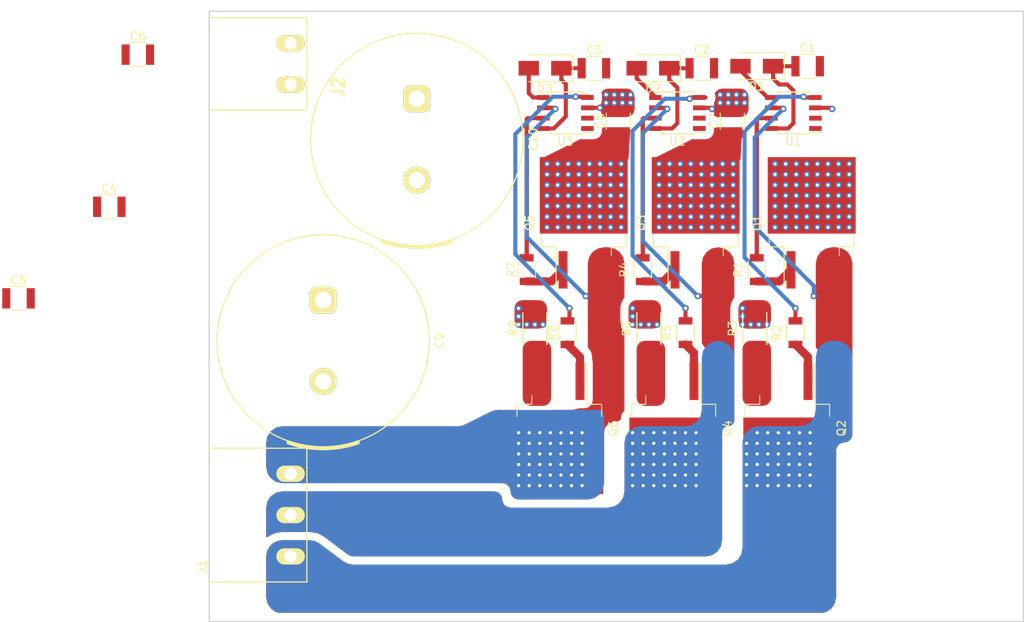
<source format=kicad_pcb>
(kicad_pcb (version 20170922) (host pcbnew "(2017-11-14 revision a6554861d)-makepkg")

  (general
    (thickness 1.6)
    (drawings 4)
    (tracks 504)
    (zones 0)
    (modules 33)
    (nets 36)
  )

  (page A4)
  (layers
    (0 F.Cu signal)
    (1 In1.Cu power hide)
    (2 In2.Cu power hide)
    (31 B.Cu signal)
    (33 F.Adhes user)
    (35 F.Paste user)
    (37 F.SilkS user)
    (39 F.Mask user)
    (40 Dwgs.User user)
    (41 Cmts.User user)
    (42 Eco1.User user)
    (43 Eco2.User user)
    (44 Edge.Cuts user)
    (45 Margin user)
    (47 F.CrtYd user)
    (49 F.Fab user)
  )

  (setup
    (last_trace_width 0.5)
    (user_trace_width 0.5)
    (user_trace_width 1)
    (user_trace_width 2.5)
    (trace_clearance 0.4)
    (zone_clearance 1)
    (zone_45_only no)
    (trace_min 0.2)
    (segment_width 0.2)
    (edge_width 0.15)
    (via_size 0.8)
    (via_drill 0.4)
    (via_min_size 0.4)
    (via_min_drill 0.3)
    (uvia_size 0.3)
    (uvia_drill 0.1)
    (uvias_allowed no)
    (uvia_min_size 0.2)
    (uvia_min_drill 0.1)
    (pcb_text_width 0.3)
    (pcb_text_size 1.5 1.5)
    (mod_edge_width 0.15)
    (mod_text_size 1 1)
    (mod_text_width 0.15)
    (pad_size 5.50164 3.50012)
    (pad_drill 1.50114)
    (pad_to_mask_clearance 0.2)
    (aux_axis_origin 0 0)
    (visible_elements FFFFEF7F)
    (pcbplotparams
      (layerselection 0x00030_ffffffff)
      (usegerberextensions false)
      (usegerberattributes true)
      (usegerberadvancedattributes true)
      (creategerberjobfile true)
      (excludeedgelayer true)
      (linewidth 0.100000)
      (plotframeref false)
      (viasonmask false)
      (mode 1)
      (useauxorigin false)
      (hpglpennumber 1)
      (hpglpenspeed 20)
      (hpglpendiameter 15)
      (psnegative false)
      (psa4output false)
      (plotreference true)
      (plotvalue true)
      (plotinvisibletext false)
      (padsonsilk false)
      (subtractmaskfromsilk false)
      (outputformat 1)
      (mirror false)
      (drillshape 1)
      (scaleselection 1)
      (outputdirectory ""))
  )

  (net 0 "")
  (net 1 HT)
  (net 2 "Net-(Q1-Pad1)")
  (net 3 "Net-(Q2-Pad1)")
  (net 4 GND)
  (net 5 "Net-(Q3-Pad1)")
  (net 6 "Net-(Q4-Pad1)")
  (net 7 "Net-(Q5-Pad1)")
  (net 8 "Net-(Q6-Pad1)")
  (net 9 "Net-(C1-Pad2)")
  (net 10 "Net-(C1-Pad1)")
  (net 11 "Net-(C2-Pad1)")
  (net 12 "Net-(C2-Pad2)")
  (net 13 "Net-(C3-Pad1)")
  (net 14 "Net-(C3-Pad2)")
  (net 15 "Net-(D1-Pad2)")
  (net 16 "Net-(D2-Pad2)")
  (net 17 "Net-(D3-Pad2)")
  (net 18 "Net-(Q2-Pad3)")
  (net 19 "Net-(Q4-Pad3)")
  (net 20 "Net-(Q6-Pad3)")
  (net 21 "Net-(R1-Pad2)")
  (net 22 "Net-(R2-Pad2)")
  (net 23 "Net-(R4-Pad2)")
  (net 24 "Net-(R5-Pad2)")
  (net 25 "Net-(R7-Pad2)")
  (net 26 "Net-(R8-Pad2)")
  (net 27 "Net-(U1-Pad1)")
  (net 28 "Net-(U1-Pad2)")
  (net 29 "Net-(U2-Pad1)")
  (net 30 "Net-(U2-Pad2)")
  (net 31 "Net-(U3-Pad2)")
  (net 32 "Net-(U3-Pad1)")
  (net 33 U1)
  (net 34 V1)
  (net 35 W1)

  (net_class Default "Dies ist die voreingestellte Netzklasse."
    (clearance 0.4)
    (trace_width 0.25)
    (via_dia 0.8)
    (via_drill 0.4)
    (uvia_dia 0.3)
    (uvia_drill 0.1)
    (add_net GND)
    (add_net HT)
    (add_net "Net-(C1-Pad1)")
    (add_net "Net-(C1-Pad2)")
    (add_net "Net-(C2-Pad1)")
    (add_net "Net-(C2-Pad2)")
    (add_net "Net-(C3-Pad1)")
    (add_net "Net-(C3-Pad2)")
    (add_net "Net-(D1-Pad2)")
    (add_net "Net-(D2-Pad2)")
    (add_net "Net-(D3-Pad2)")
    (add_net "Net-(Q1-Pad1)")
    (add_net "Net-(Q2-Pad1)")
    (add_net "Net-(Q2-Pad3)")
    (add_net "Net-(Q3-Pad1)")
    (add_net "Net-(Q4-Pad1)")
    (add_net "Net-(Q4-Pad3)")
    (add_net "Net-(Q5-Pad1)")
    (add_net "Net-(Q6-Pad1)")
    (add_net "Net-(Q6-Pad3)")
    (add_net "Net-(R1-Pad2)")
    (add_net "Net-(R2-Pad2)")
    (add_net "Net-(R4-Pad2)")
    (add_net "Net-(R5-Pad2)")
    (add_net "Net-(R7-Pad2)")
    (add_net "Net-(R8-Pad2)")
    (add_net "Net-(U1-Pad1)")
    (add_net "Net-(U1-Pad2)")
    (add_net "Net-(U2-Pad1)")
    (add_net "Net-(U2-Pad2)")
    (add_net "Net-(U3-Pad1)")
    (add_net "Net-(U3-Pad2)")
    (add_net U1)
    (add_net V1)
    (add_net W1)
  )

  (module stmbl:C_Radial_D26_L45_P10 (layer F.Cu) (tedit 589759B0) (tstamp 5A1AA206)
    (at 139.5 57.75 270)
    (descr "Radial Electrolytic Capacitor Diameter 26mm x Length 45mm, Pitch 10mm")
    (tags "Electrolytic Capacitor")
    (path /5952964F)
    (fp_text reference C10 (at 0 -14.3 270) (layer F.SilkS)
      (effects (font (size 1 1) (thickness 0.15)))
    )
    (fp_text value CP (at 0 14.3 270) (layer F.Fab)
      (effects (font (size 1 1) (thickness 0.15)))
    )
    (fp_arc (start 0 0) (end 12.5 -4.25) (angle 37.55606373) (layer F.SilkS) (width 0.5))
    (fp_circle (center 0 0) (end 0 -13.0375) (layer F.SilkS) (width 0.15))
    (fp_circle (center 0 0) (end 0 -13.3) (layer F.CrtYd) (width 0.05))
    (pad 1 thru_hole roundrect (at -5 0 270) (size 3.3 3.3) (drill 2) (layers *.Cu *.Mask F.SilkS)(roundrect_rratio 0.25)
      (net 1 HT))
    (pad 2 thru_hole circle (at 5 0 270) (size 3.3 3.3) (drill 2) (layers *.Cu *.Mask F.SilkS)
      (net 4 GND) (zone_connect 2))
    (model Capacitors_ThroughHole.3dshapes/C_Radial_D26_L45_P10.wrl
      (at (xyz 0 0 0))
      (scale (xyz 1 1 1))
      (rotate (xyz 0 0 90))
    )
  )

  (module d2pak_stmbl:TO-263-2 (layer F.Cu) (tedit 5A0240F7) (tstamp 5A039089)
    (at 157 93.25 270)
    (descr "TO-263 / D2PAK / DDPAK SMD package, http://www.infineon.com/cms/en/product/packages/PG-TO263/PG-TO263-3-1/")
    (tags "D2PAK DDPAK TO-263 D2PAK-3 TO-263-3 SOT-404")
    (path /5952B9F5)
    (attr smd)
    (fp_text reference Q6 (at 0 -6.65 270) (layer F.SilkS)
      (effects (font (size 1 1) (thickness 0.15)))
    )
    (fp_text value Q_NMOS_GDS (at 0 6.65 270) (layer F.Fab)
      (effects (font (size 1 1) (thickness 0.15)))
    )
    (fp_line (start 6.5 -5) (end 7.5 -5) (layer F.Fab) (width 0.1))
    (fp_line (start 7.5 -5) (end 7.5 5) (layer F.Fab) (width 0.1))
    (fp_line (start 7.5 5) (end 6.5 5) (layer F.Fab) (width 0.1))
    (fp_line (start 6.5 -5) (end 6.5 5) (layer F.Fab) (width 0.1))
    (fp_line (start 6.5 5) (end -2.75 5) (layer F.Fab) (width 0.1))
    (fp_line (start -2.75 5) (end -2.75 -4) (layer F.Fab) (width 0.1))
    (fp_line (start -2.75 -4) (end -1.75 -5) (layer F.Fab) (width 0.1))
    (fp_line (start -1.75 -5) (end 6.5 -5) (layer F.Fab) (width 0.1))
    (fp_line (start -2.75 -3.04) (end -7.45 -3.04) (layer F.Fab) (width 0.1))
    (fp_line (start -7.45 -3.04) (end -7.45 -2.04) (layer F.Fab) (width 0.1))
    (fp_line (start -7.45 -2.04) (end -2.75 -2.04) (layer F.Fab) (width 0.1))
    (fp_line (start -2.75 2.04) (end -7.45 2.04) (layer F.Fab) (width 0.1))
    (fp_line (start -7.45 2.04) (end -7.45 3.04) (layer F.Fab) (width 0.1))
    (fp_line (start -7.45 3.04) (end -2.75 3.04) (layer F.Fab) (width 0.1))
    (fp_line (start -1.45 -5.2) (end -2.95 -5.2) (layer F.SilkS) (width 0.12))
    (fp_line (start -2.95 -5.2) (end -2.95 -3.39) (layer F.SilkS) (width 0.12))
    (fp_line (start -2.95 -3.39) (end -8.075 -3.39) (layer F.SilkS) (width 0.12))
    (fp_line (start -1.45 5.2) (end -2.95 5.2) (layer F.SilkS) (width 0.12))
    (fp_line (start -2.95 5.2) (end -2.95 3.39) (layer F.SilkS) (width 0.12))
    (fp_line (start -2.95 3.39) (end -4.05 3.39) (layer F.SilkS) (width 0.12))
    (fp_line (start -8.32 -5.65) (end -8.32 5.65) (layer F.CrtYd) (width 0.05))
    (fp_line (start -8.32 5.65) (end 8.32 5.65) (layer F.CrtYd) (width 0.05))
    (fp_line (start 8.32 5.65) (end 8.32 -5.65) (layer F.CrtYd) (width 0.05))
    (fp_line (start 8.32 -5.65) (end -8.32 -5.65) (layer F.CrtYd) (width 0.05))
    (fp_text user %R (at 0 0 270) (layer F.Fab)
      (effects (font (size 1 1) (thickness 0.15)))
    )
    (pad 1 smd rect (at -5.775 -2.54 270) (size 4.6 1.1) (layers F.Cu F.Paste F.Mask)
      (net 8 "Net-(Q6-Pad1)"))
    (pad 3 smd rect (at -5.775 2.54 270) (size 4.6 1.1) (layers F.Cu F.Paste F.Mask)
      (net 20 "Net-(Q6-Pad3)"))
    (pad 2 smd rect (at 3.375 0 270) (size 9.4 10.8) (layers F.Cu F.Mask)
      (net 35 W1))
    (model ${KISYS3DMOD}/TO_SOT_Packages_SMD.3dshapes/TO-263-2.wrl
      (at (xyz 0 0 0))
      (scale (xyz 1 1 1))
      (rotate (xyz 0 0 0))
    )
  )

  (module d2pak_stmbl:TO-263-2 (layer F.Cu) (tedit 5A0240F7) (tstamp 5A039043)
    (at 170.999998 93.249999 270)
    (descr "TO-263 / D2PAK / DDPAK SMD package, http://www.infineon.com/cms/en/product/packages/PG-TO263/PG-TO263-3-1/")
    (tags "D2PAK DDPAK TO-263 D2PAK-3 TO-263-3 SOT-404")
    (path /5952B462)
    (attr smd)
    (fp_text reference Q4 (at 0 -6.65 270) (layer F.SilkS)
      (effects (font (size 1 1) (thickness 0.15)))
    )
    (fp_text value Q_NMOS_GDS (at 0 6.65 270) (layer F.Fab)
      (effects (font (size 1 1) (thickness 0.15)))
    )
    (fp_line (start 6.5 -5) (end 7.5 -5) (layer F.Fab) (width 0.1))
    (fp_line (start 7.5 -5) (end 7.5 5) (layer F.Fab) (width 0.1))
    (fp_line (start 7.5 5) (end 6.5 5) (layer F.Fab) (width 0.1))
    (fp_line (start 6.5 -5) (end 6.5 5) (layer F.Fab) (width 0.1))
    (fp_line (start 6.5 5) (end -2.75 5) (layer F.Fab) (width 0.1))
    (fp_line (start -2.75 5) (end -2.75 -4) (layer F.Fab) (width 0.1))
    (fp_line (start -2.75 -4) (end -1.75 -5) (layer F.Fab) (width 0.1))
    (fp_line (start -1.75 -5) (end 6.5 -5) (layer F.Fab) (width 0.1))
    (fp_line (start -2.75 -3.04) (end -7.45 -3.04) (layer F.Fab) (width 0.1))
    (fp_line (start -7.45 -3.04) (end -7.45 -2.04) (layer F.Fab) (width 0.1))
    (fp_line (start -7.45 -2.04) (end -2.75 -2.04) (layer F.Fab) (width 0.1))
    (fp_line (start -2.75 2.04) (end -7.45 2.04) (layer F.Fab) (width 0.1))
    (fp_line (start -7.45 2.04) (end -7.45 3.04) (layer F.Fab) (width 0.1))
    (fp_line (start -7.45 3.04) (end -2.75 3.04) (layer F.Fab) (width 0.1))
    (fp_line (start -1.45 -5.2) (end -2.95 -5.2) (layer F.SilkS) (width 0.12))
    (fp_line (start -2.95 -5.2) (end -2.95 -3.39) (layer F.SilkS) (width 0.12))
    (fp_line (start -2.95 -3.39) (end -8.075 -3.39) (layer F.SilkS) (width 0.12))
    (fp_line (start -1.45 5.2) (end -2.95 5.2) (layer F.SilkS) (width 0.12))
    (fp_line (start -2.95 5.2) (end -2.95 3.39) (layer F.SilkS) (width 0.12))
    (fp_line (start -2.95 3.39) (end -4.05 3.39) (layer F.SilkS) (width 0.12))
    (fp_line (start -8.32 -5.65) (end -8.32 5.65) (layer F.CrtYd) (width 0.05))
    (fp_line (start -8.32 5.65) (end 8.32 5.65) (layer F.CrtYd) (width 0.05))
    (fp_line (start 8.32 5.65) (end 8.32 -5.65) (layer F.CrtYd) (width 0.05))
    (fp_line (start 8.32 -5.65) (end -8.32 -5.65) (layer F.CrtYd) (width 0.05))
    (fp_text user %R (at 0 0 270) (layer F.Fab)
      (effects (font (size 1 1) (thickness 0.15)))
    )
    (pad 1 smd rect (at -5.775 -2.54 270) (size 4.6 1.1) (layers F.Cu F.Paste F.Mask)
      (net 6 "Net-(Q4-Pad1)"))
    (pad 3 smd rect (at -5.775 2.54 270) (size 4.6 1.1) (layers F.Cu F.Paste F.Mask)
      (net 19 "Net-(Q4-Pad3)"))
    (pad 2 smd rect (at 3.375 0 270) (size 9.4 10.8) (layers F.Cu F.Mask)
      (net 34 V1))
    (model ${KISYS3DMOD}/TO_SOT_Packages_SMD.3dshapes/TO-263-2.wrl
      (at (xyz 0 0 0))
      (scale (xyz 1 1 1))
      (rotate (xyz 0 0 0))
    )
  )

  (module d2pak_stmbl:TO-263-2 (layer F.Cu) (tedit 5A0240F7) (tstamp 5A038FFD)
    (at 185 93.25 270)
    (descr "TO-263 / D2PAK / DDPAK SMD package, http://www.infineon.com/cms/en/product/packages/PG-TO263/PG-TO263-3-1/")
    (tags "D2PAK DDPAK TO-263 D2PAK-3 TO-263-3 SOT-404")
    (path /59317498)
    (attr smd)
    (fp_text reference Q2 (at 0 -6.65 270) (layer F.SilkS)
      (effects (font (size 1 1) (thickness 0.15)))
    )
    (fp_text value Q_NMOS_GDS (at 0 6.65 270) (layer F.Fab)
      (effects (font (size 1 1) (thickness 0.15)))
    )
    (fp_line (start 6.5 -5) (end 7.5 -5) (layer F.Fab) (width 0.1))
    (fp_line (start 7.5 -5) (end 7.5 5) (layer F.Fab) (width 0.1))
    (fp_line (start 7.5 5) (end 6.5 5) (layer F.Fab) (width 0.1))
    (fp_line (start 6.5 -5) (end 6.5 5) (layer F.Fab) (width 0.1))
    (fp_line (start 6.5 5) (end -2.75 5) (layer F.Fab) (width 0.1))
    (fp_line (start -2.75 5) (end -2.75 -4) (layer F.Fab) (width 0.1))
    (fp_line (start -2.75 -4) (end -1.75 -5) (layer F.Fab) (width 0.1))
    (fp_line (start -1.75 -5) (end 6.5 -5) (layer F.Fab) (width 0.1))
    (fp_line (start -2.75 -3.04) (end -7.45 -3.04) (layer F.Fab) (width 0.1))
    (fp_line (start -7.45 -3.04) (end -7.45 -2.04) (layer F.Fab) (width 0.1))
    (fp_line (start -7.45 -2.04) (end -2.75 -2.04) (layer F.Fab) (width 0.1))
    (fp_line (start -2.75 2.04) (end -7.45 2.04) (layer F.Fab) (width 0.1))
    (fp_line (start -7.45 2.04) (end -7.45 3.04) (layer F.Fab) (width 0.1))
    (fp_line (start -7.45 3.04) (end -2.75 3.04) (layer F.Fab) (width 0.1))
    (fp_line (start -1.45 -5.2) (end -2.95 -5.2) (layer F.SilkS) (width 0.12))
    (fp_line (start -2.95 -5.2) (end -2.95 -3.39) (layer F.SilkS) (width 0.12))
    (fp_line (start -2.95 -3.39) (end -8.075 -3.39) (layer F.SilkS) (width 0.12))
    (fp_line (start -1.45 5.2) (end -2.95 5.2) (layer F.SilkS) (width 0.12))
    (fp_line (start -2.95 5.2) (end -2.95 3.39) (layer F.SilkS) (width 0.12))
    (fp_line (start -2.95 3.39) (end -4.05 3.39) (layer F.SilkS) (width 0.12))
    (fp_line (start -8.32 -5.65) (end -8.32 5.65) (layer F.CrtYd) (width 0.05))
    (fp_line (start -8.32 5.65) (end 8.32 5.65) (layer F.CrtYd) (width 0.05))
    (fp_line (start 8.32 5.65) (end 8.32 -5.65) (layer F.CrtYd) (width 0.05))
    (fp_line (start 8.32 -5.65) (end -8.32 -5.65) (layer F.CrtYd) (width 0.05))
    (fp_text user %R (at 0 0 270) (layer F.Fab)
      (effects (font (size 1 1) (thickness 0.15)))
    )
    (pad 1 smd rect (at -5.775 -2.54 270) (size 4.6 1.1) (layers F.Cu F.Paste F.Mask)
      (net 3 "Net-(Q2-Pad1)"))
    (pad 3 smd rect (at -5.775 2.54 270) (size 4.6 1.1) (layers F.Cu F.Paste F.Mask)
      (net 18 "Net-(Q2-Pad3)"))
    (pad 2 smd rect (at 3.375 0 270) (size 9.4 10.8) (layers F.Cu F.Mask)
      (net 33 U1))
    (model ${KISYS3DMOD}/TO_SOT_Packages_SMD.3dshapes/TO-263-2.wrl
      (at (xyz 0 0 0))
      (scale (xyz 1 1 1))
      (rotate (xyz 0 0 0))
    )
  )

  (module d2pak_stmbl:TO-263-2 (layer F.Cu) (tedit 5A0240F7) (tstamp 5A038FDA)
    (at 188.000001 68 90)
    (descr "TO-263 / D2PAK / DDPAK SMD package, http://www.infineon.com/cms/en/product/packages/PG-TO263/PG-TO263-3-1/")
    (tags "D2PAK DDPAK TO-263 D2PAK-3 TO-263-3 SOT-404")
    (path /59317448)
    (attr smd)
    (fp_text reference Q1 (at 0 -6.65 90) (layer F.SilkS)
      (effects (font (size 1 1) (thickness 0.15)))
    )
    (fp_text value Q_NMOS_GDS (at 0 6.65 90) (layer F.Fab)
      (effects (font (size 1 1) (thickness 0.15)))
    )
    (fp_line (start 6.5 -5) (end 7.5 -5) (layer F.Fab) (width 0.1))
    (fp_line (start 7.5 -5) (end 7.5 5) (layer F.Fab) (width 0.1))
    (fp_line (start 7.5 5) (end 6.5 5) (layer F.Fab) (width 0.1))
    (fp_line (start 6.5 -5) (end 6.5 5) (layer F.Fab) (width 0.1))
    (fp_line (start 6.5 5) (end -2.75 5) (layer F.Fab) (width 0.1))
    (fp_line (start -2.75 5) (end -2.75 -4) (layer F.Fab) (width 0.1))
    (fp_line (start -2.75 -4) (end -1.75 -5) (layer F.Fab) (width 0.1))
    (fp_line (start -1.75 -5) (end 6.5 -5) (layer F.Fab) (width 0.1))
    (fp_line (start -2.75 -3.04) (end -7.45 -3.04) (layer F.Fab) (width 0.1))
    (fp_line (start -7.45 -3.04) (end -7.45 -2.04) (layer F.Fab) (width 0.1))
    (fp_line (start -7.45 -2.04) (end -2.75 -2.04) (layer F.Fab) (width 0.1))
    (fp_line (start -2.75 2.04) (end -7.45 2.04) (layer F.Fab) (width 0.1))
    (fp_line (start -7.45 2.04) (end -7.45 3.04) (layer F.Fab) (width 0.1))
    (fp_line (start -7.45 3.04) (end -2.75 3.04) (layer F.Fab) (width 0.1))
    (fp_line (start -1.45 -5.2) (end -2.95 -5.2) (layer F.SilkS) (width 0.12))
    (fp_line (start -2.95 -5.2) (end -2.95 -3.39) (layer F.SilkS) (width 0.12))
    (fp_line (start -2.95 -3.39) (end -8.075 -3.39) (layer F.SilkS) (width 0.12))
    (fp_line (start -1.45 5.2) (end -2.95 5.2) (layer F.SilkS) (width 0.12))
    (fp_line (start -2.95 5.2) (end -2.95 3.39) (layer F.SilkS) (width 0.12))
    (fp_line (start -2.95 3.39) (end -4.05 3.39) (layer F.SilkS) (width 0.12))
    (fp_line (start -8.32 -5.65) (end -8.32 5.65) (layer F.CrtYd) (width 0.05))
    (fp_line (start -8.32 5.65) (end 8.32 5.65) (layer F.CrtYd) (width 0.05))
    (fp_line (start 8.32 5.65) (end 8.32 -5.65) (layer F.CrtYd) (width 0.05))
    (fp_line (start 8.32 -5.65) (end -8.32 -5.65) (layer F.CrtYd) (width 0.05))
    (fp_text user %R (at 0 0 90) (layer F.Fab)
      (effects (font (size 1 1) (thickness 0.15)))
    )
    (pad 1 smd rect (at -5.775 -2.54 90) (size 4.6 1.1) (layers F.Cu F.Paste F.Mask)
      (net 2 "Net-(Q1-Pad1)"))
    (pad 3 smd rect (at -5.775 2.54 90) (size 4.6 1.1) (layers F.Cu F.Paste F.Mask)
      (net 33 U1))
    (pad 2 smd rect (at 3.375 0 90) (size 9.4 10.8) (layers F.Cu F.Mask)
      (net 1 HT))
    (model ${KISYS3DMOD}/TO_SOT_Packages_SMD.3dshapes/TO-263-2.wrl
      (at (xyz 0 0 0))
      (scale (xyz 1 1 1))
      (rotate (xyz 0 0 0))
    )
  )

  (module d2pak_stmbl:TO-263-2 (layer F.Cu) (tedit 5A0240F7) (tstamp 5A039020)
    (at 173.75 68 90)
    (descr "TO-263 / D2PAK / DDPAK SMD package, http://www.infineon.com/cms/en/product/packages/PG-TO263/PG-TO263-3-1/")
    (tags "D2PAK DDPAK TO-263 D2PAK-3 TO-263-3 SOT-404")
    (path /5952B45C)
    (attr smd)
    (fp_text reference Q3 (at 0 -6.65 90) (layer F.SilkS)
      (effects (font (size 1 1) (thickness 0.15)))
    )
    (fp_text value Q_NMOS_GDS (at 0 6.65 90) (layer F.Fab)
      (effects (font (size 1 1) (thickness 0.15)))
    )
    (fp_line (start 6.5 -5) (end 7.5 -5) (layer F.Fab) (width 0.1))
    (fp_line (start 7.5 -5) (end 7.5 5) (layer F.Fab) (width 0.1))
    (fp_line (start 7.5 5) (end 6.5 5) (layer F.Fab) (width 0.1))
    (fp_line (start 6.5 -5) (end 6.5 5) (layer F.Fab) (width 0.1))
    (fp_line (start 6.5 5) (end -2.75 5) (layer F.Fab) (width 0.1))
    (fp_line (start -2.75 5) (end -2.75 -4) (layer F.Fab) (width 0.1))
    (fp_line (start -2.75 -4) (end -1.75 -5) (layer F.Fab) (width 0.1))
    (fp_line (start -1.75 -5) (end 6.5 -5) (layer F.Fab) (width 0.1))
    (fp_line (start -2.75 -3.04) (end -7.45 -3.04) (layer F.Fab) (width 0.1))
    (fp_line (start -7.45 -3.04) (end -7.45 -2.04) (layer F.Fab) (width 0.1))
    (fp_line (start -7.45 -2.04) (end -2.75 -2.04) (layer F.Fab) (width 0.1))
    (fp_line (start -2.75 2.04) (end -7.45 2.04) (layer F.Fab) (width 0.1))
    (fp_line (start -7.45 2.04) (end -7.45 3.04) (layer F.Fab) (width 0.1))
    (fp_line (start -7.45 3.04) (end -2.75 3.04) (layer F.Fab) (width 0.1))
    (fp_line (start -1.45 -5.2) (end -2.95 -5.2) (layer F.SilkS) (width 0.12))
    (fp_line (start -2.95 -5.2) (end -2.95 -3.39) (layer F.SilkS) (width 0.12))
    (fp_line (start -2.95 -3.39) (end -8.075 -3.39) (layer F.SilkS) (width 0.12))
    (fp_line (start -1.45 5.2) (end -2.95 5.2) (layer F.SilkS) (width 0.12))
    (fp_line (start -2.95 5.2) (end -2.95 3.39) (layer F.SilkS) (width 0.12))
    (fp_line (start -2.95 3.39) (end -4.05 3.39) (layer F.SilkS) (width 0.12))
    (fp_line (start -8.32 -5.65) (end -8.32 5.65) (layer F.CrtYd) (width 0.05))
    (fp_line (start -8.32 5.65) (end 8.32 5.65) (layer F.CrtYd) (width 0.05))
    (fp_line (start 8.32 5.65) (end 8.32 -5.65) (layer F.CrtYd) (width 0.05))
    (fp_line (start 8.32 -5.65) (end -8.32 -5.65) (layer F.CrtYd) (width 0.05))
    (fp_text user %R (at 0 0 90) (layer F.Fab)
      (effects (font (size 1 1) (thickness 0.15)))
    )
    (pad 1 smd rect (at -5.775 -2.54 90) (size 4.6 1.1) (layers F.Cu F.Paste F.Mask)
      (net 5 "Net-(Q3-Pad1)"))
    (pad 3 smd rect (at -5.775 2.54 90) (size 4.6 1.1) (layers F.Cu F.Paste F.Mask)
      (net 34 V1))
    (pad 2 smd rect (at 3.375 0 90) (size 9.4 10.8) (layers F.Cu F.Mask)
      (net 1 HT))
    (model ${KISYS3DMOD}/TO_SOT_Packages_SMD.3dshapes/TO-263-2.wrl
      (at (xyz 0 0 0))
      (scale (xyz 1 1 1))
      (rotate (xyz 0 0 0))
    )
  )

  (module d2pak_stmbl:TO-263-2 (layer F.Cu) (tedit 5A0240F7) (tstamp 5A0C1E5B)
    (at 160 68 90)
    (descr "TO-263 / D2PAK / DDPAK SMD package, http://www.infineon.com/cms/en/product/packages/PG-TO263/PG-TO263-3-1/")
    (tags "D2PAK DDPAK TO-263 D2PAK-3 TO-263-3 SOT-404")
    (path /5952B9EF)
    (attr smd)
    (fp_text reference Q5 (at 0 -6.65 90) (layer F.SilkS)
      (effects (font (size 1 1) (thickness 0.15)))
    )
    (fp_text value Q_NMOS_GDS (at 0 6.65 90) (layer F.Fab)
      (effects (font (size 1 1) (thickness 0.15)))
    )
    (fp_line (start 6.5 -5) (end 7.5 -5) (layer F.Fab) (width 0.1))
    (fp_line (start 7.5 -5) (end 7.5 5) (layer F.Fab) (width 0.1))
    (fp_line (start 7.5 5) (end 6.5 5) (layer F.Fab) (width 0.1))
    (fp_line (start 6.5 -5) (end 6.5 5) (layer F.Fab) (width 0.1))
    (fp_line (start 6.5 5) (end -2.75 5) (layer F.Fab) (width 0.1))
    (fp_line (start -2.75 5) (end -2.75 -4) (layer F.Fab) (width 0.1))
    (fp_line (start -2.75 -4) (end -1.75 -5) (layer F.Fab) (width 0.1))
    (fp_line (start -1.75 -5) (end 6.5 -5) (layer F.Fab) (width 0.1))
    (fp_line (start -2.75 -3.04) (end -7.45 -3.04) (layer F.Fab) (width 0.1))
    (fp_line (start -7.45 -3.04) (end -7.45 -2.04) (layer F.Fab) (width 0.1))
    (fp_line (start -7.45 -2.04) (end -2.75 -2.04) (layer F.Fab) (width 0.1))
    (fp_line (start -2.75 2.04) (end -7.45 2.04) (layer F.Fab) (width 0.1))
    (fp_line (start -7.45 2.04) (end -7.45 3.04) (layer F.Fab) (width 0.1))
    (fp_line (start -7.45 3.04) (end -2.75 3.04) (layer F.Fab) (width 0.1))
    (fp_line (start -1.45 -5.2) (end -2.95 -5.2) (layer F.SilkS) (width 0.12))
    (fp_line (start -2.95 -5.2) (end -2.95 -3.39) (layer F.SilkS) (width 0.12))
    (fp_line (start -2.95 -3.39) (end -8.075 -3.39) (layer F.SilkS) (width 0.12))
    (fp_line (start -1.45 5.2) (end -2.95 5.2) (layer F.SilkS) (width 0.12))
    (fp_line (start -2.95 5.2) (end -2.95 3.39) (layer F.SilkS) (width 0.12))
    (fp_line (start -2.95 3.39) (end -4.05 3.39) (layer F.SilkS) (width 0.12))
    (fp_line (start -8.32 -5.65) (end -8.32 5.65) (layer F.CrtYd) (width 0.05))
    (fp_line (start -8.32 5.65) (end 8.32 5.65) (layer F.CrtYd) (width 0.05))
    (fp_line (start 8.32 5.65) (end 8.32 -5.65) (layer F.CrtYd) (width 0.05))
    (fp_line (start 8.32 -5.65) (end -8.32 -5.65) (layer F.CrtYd) (width 0.05))
    (fp_text user %R (at 0 0 90) (layer F.Fab)
      (effects (font (size 1 1) (thickness 0.15)))
    )
    (pad 1 smd rect (at -5.775 -2.54 90) (size 4.6 1.1) (layers F.Cu F.Paste F.Mask)
      (net 7 "Net-(Q5-Pad1)"))
    (pad 3 smd rect (at -5.775 2.54 90) (size 4.6 1.1) (layers F.Cu F.Paste F.Mask)
      (net 35 W1))
    (pad 2 smd rect (at 3.375 0 90) (size 9.4 10.8) (layers F.Cu F.Mask)
      (net 1 HT))
    (model ${KISYS3DMOD}/TO_SOT_Packages_SMD.3dshapes/TO-263-2.wrl
      (at (xyz 0 0 0))
      (scale (xyz 1 1 1))
      (rotate (xyz 0 0 0))
    )
  )

  (module stmbl:RM5.08_1x2 (layer F.Cu) (tedit 5898CDB8) (tstamp 5A29BBF8)
    (at 124 51 90)
    (path /59FB34B0)
    (fp_text reference J2 (at -0.34 5.848 90) (layer F.SilkS)
      (effects (font (size 1.5 1.5) (thickness 0.3)))
    )
    (fp_text value Conn_01x02 (at 5.715 3.175 90) (layer F.Fab)
      (effects (font (size 1 1) (thickness 0.15)))
    )
    (fp_line (start -3.14 -10) (end -3.14 2) (layer F.SilkS) (width 0.15))
    (fp_line (start 8.22 -10) (end -3.14 -10) (layer F.SilkS) (width 0.15))
    (fp_line (start 8.22 2) (end 8.22 -10) (layer F.SilkS) (width 0.15))
    (fp_line (start -3.14 2) (end 8.22 2) (layer F.SilkS) (width 0.15))
    (pad 1 thru_hole oval (at 0 0 90) (size 2 3.5) (drill 1.5) (layers *.Cu *.Mask F.SilkS)
      (net 4 GND) (zone_connect 2))
    (pad 2 thru_hole oval (at 5.08 0 90) (size 2 3.5) (drill 1.5) (layers *.Cu *.Mask F.SilkS)
      (net 1 HT))
    (model ${KIPRJMOD}/../lib/stmbl.pretty/akl230_2.wrl
      (at (xyz -0.1240157480314961 -0.07874015748031496 0))
      (scale (xyz 0.394 0.394 0.394))
      (rotate (xyz 0 0 0))
    )
  )

  (module stmbl:RM5.08_1x3 (layer F.Cu) (tedit 584F6018) (tstamp 5A1AA20E)
    (at 124 109 90)
    (path /5952BA81)
    (fp_text reference J1 (at -1.27 -10.795 90) (layer F.SilkS)
      (effects (font (size 1 1) (thickness 0.15)))
    )
    (fp_text value CONN_01X03 (at 10.795 3.175 90) (layer F.Fab)
      (effects (font (size 1 1) (thickness 0.15)))
    )
    (fp_line (start -3.14 -10) (end -3.14 2) (layer F.SilkS) (width 0.15))
    (fp_line (start 13.3 -10) (end -3.14 -10) (layer F.SilkS) (width 0.15))
    (fp_line (start 13.3 2) (end 13.3 -10) (layer F.SilkS) (width 0.15))
    (fp_line (start -3.14 2) (end 13.3 2) (layer F.SilkS) (width 0.15))
    (pad 1 thru_hole oval (at 0 0 90) (size 2 3.5) (drill 1.5) (layers *.Cu *.Mask F.SilkS)
      (net 33 U1))
    (pad 2 thru_hole oval (at 5.08 0 90) (size 2 3.5) (drill 1.5) (layers *.Cu *.Mask F.SilkS)
      (net 34 V1))
    (pad 3 thru_hole oval (at 10.16 0 90) (size 2 3.5) (drill 1.5) (layers *.Cu *.Mask F.SilkS)
      (net 35 W1))
    (model ${KIPRJMOD}/../lib/stmbl.pretty/akl230_3.wrl
      (at (xyz -0.1240157480314961 -0.07874015748031496 0))
      (scale (xyz 0.394 0.394 0.394))
      (rotate (xyz 0 0 0))
    )
  )

  (module stmbl:C_Radial_D26_L45_P10 (layer F.Cu) (tedit 589759B0) (tstamp 5A1AA1FE)
    (at 128 82.5 270)
    (descr "Radial Electrolytic Capacitor Diameter 26mm x Length 45mm, Pitch 10mm")
    (tags "Electrolytic Capacitor")
    (path /5952961F)
    (fp_text reference C9 (at 0 -14.3 270) (layer F.SilkS)
      (effects (font (size 1 1) (thickness 0.15)))
    )
    (fp_text value CP (at 0 14.3 270) (layer F.Fab)
      (effects (font (size 1 1) (thickness 0.15)))
    )
    (fp_circle (center 0 0) (end 0 -13.3) (layer F.CrtYd) (width 0.05))
    (fp_circle (center 0 0) (end 0 -13.0375) (layer F.SilkS) (width 0.15))
    (fp_arc (start 0 0) (end 12.5 -4.25) (angle 37.55606373) (layer F.SilkS) (width 0.5))
    (pad 2 thru_hole circle (at 5 0 270) (size 3.3 3.3) (drill 2) (layers *.Cu *.Mask F.SilkS)
      (net 4 GND) (zone_connect 2))
    (pad 1 thru_hole roundrect (at -5 0 270) (size 3.3 3.3) (drill 2) (layers *.Cu *.Mask F.SilkS)(roundrect_rratio 0.25)
      (net 1 HT))
    (model Capacitors_ThroughHole.3dshapes/C_Radial_D26_L45_P10.wrl
      (at (xyz 0 0 0))
      (scale (xyz 1 1 1))
      (rotate (xyz 0 0 90))
    )
  )

  (module Resistors_SMD:R_1206 (layer F.Cu) (tedit 58E0A804) (tstamp 5A0390BC)
    (at 158 81.5 90)
    (descr "Resistor SMD 1206, reflow soldering, Vishay (see dcrcw.pdf)")
    (tags "resistor 1206")
    (path /5952BA21)
    (attr smd)
    (fp_text reference R8 (at 0 -1.85 90) (layer F.SilkS)
      (effects (font (size 1 1) (thickness 0.15)))
    )
    (fp_text value R (at 0 1.95 90) (layer F.Fab)
      (effects (font (size 1 1) (thickness 0.15)))
    )
    (fp_line (start 2.15 1.1) (end -2.15 1.1) (layer F.CrtYd) (width 0.05))
    (fp_line (start 2.15 1.1) (end 2.15 -1.11) (layer F.CrtYd) (width 0.05))
    (fp_line (start -2.15 -1.11) (end -2.15 1.1) (layer F.CrtYd) (width 0.05))
    (fp_line (start -2.15 -1.11) (end 2.15 -1.11) (layer F.CrtYd) (width 0.05))
    (fp_line (start -1 -1.07) (end 1 -1.07) (layer F.SilkS) (width 0.12))
    (fp_line (start 1 1.07) (end -1 1.07) (layer F.SilkS) (width 0.12))
    (fp_line (start -1.6 -0.8) (end 1.6 -0.8) (layer F.Fab) (width 0.1))
    (fp_line (start 1.6 -0.8) (end 1.6 0.8) (layer F.Fab) (width 0.1))
    (fp_line (start 1.6 0.8) (end -1.6 0.8) (layer F.Fab) (width 0.1))
    (fp_line (start -1.6 0.8) (end -1.6 -0.8) (layer F.Fab) (width 0.1))
    (fp_text user %R (at 0 0 90) (layer F.Fab)
      (effects (font (size 0.7 0.7) (thickness 0.105)))
    )
    (pad 2 smd rect (at 1.45 0 90) (size 0.9 1.7) (layers F.Cu F.Paste F.Mask)
      (net 26 "Net-(R8-Pad2)"))
    (pad 1 smd rect (at -1.45 0 90) (size 0.9 1.7) (layers F.Cu F.Paste F.Mask)
      (net 8 "Net-(Q6-Pad1)"))
    (model ${KISYS3DMOD}/Resistors_SMD.3dshapes/R_1206.wrl
      (at (xyz 0 0 0))
      (scale (xyz 1 1 1))
      (rotate (xyz 0 0 0))
    )
  )

  (module Resistors_SMD:R_1206 (layer F.Cu) (tedit 58E0A804) (tstamp 5A0390AC)
    (at 153 73.75 90)
    (descr "Resistor SMD 1206, reflow soldering, Vishay (see dcrcw.pdf)")
    (tags "resistor 1206")
    (path /5952BA2A)
    (attr smd)
    (fp_text reference R7 (at 0 -1.85 90) (layer F.SilkS)
      (effects (font (size 1 1) (thickness 0.15)))
    )
    (fp_text value R (at 0 1.95 90) (layer F.Fab)
      (effects (font (size 1 1) (thickness 0.15)))
    )
    (fp_text user %R (at 0 0 90) (layer F.Fab)
      (effects (font (size 0.7 0.7) (thickness 0.105)))
    )
    (fp_line (start -1.6 0.8) (end -1.6 -0.8) (layer F.Fab) (width 0.1))
    (fp_line (start 1.6 0.8) (end -1.6 0.8) (layer F.Fab) (width 0.1))
    (fp_line (start 1.6 -0.8) (end 1.6 0.8) (layer F.Fab) (width 0.1))
    (fp_line (start -1.6 -0.8) (end 1.6 -0.8) (layer F.Fab) (width 0.1))
    (fp_line (start 1 1.07) (end -1 1.07) (layer F.SilkS) (width 0.12))
    (fp_line (start -1 -1.07) (end 1 -1.07) (layer F.SilkS) (width 0.12))
    (fp_line (start -2.15 -1.11) (end 2.15 -1.11) (layer F.CrtYd) (width 0.05))
    (fp_line (start -2.15 -1.11) (end -2.15 1.1) (layer F.CrtYd) (width 0.05))
    (fp_line (start 2.15 1.1) (end 2.15 -1.11) (layer F.CrtYd) (width 0.05))
    (fp_line (start 2.15 1.1) (end -2.15 1.1) (layer F.CrtYd) (width 0.05))
    (pad 1 smd rect (at -1.45 0 90) (size 0.9 1.7) (layers F.Cu F.Paste F.Mask)
      (net 7 "Net-(Q5-Pad1)"))
    (pad 2 smd rect (at 1.45 0 90) (size 0.9 1.7) (layers F.Cu F.Paste F.Mask)
      (net 25 "Net-(R7-Pad2)"))
    (model ${KISYS3DMOD}/Resistors_SMD.3dshapes/R_1206.wrl
      (at (xyz 0 0 0))
      (scale (xyz 1 1 1))
      (rotate (xyz 0 0 0))
    )
  )

  (module Diodes_SMD:D_SMA (layer F.Cu) (tedit 586432E5) (tstamp 5A038FC3)
    (at 155.25 49 180)
    (descr "Diode SMA (DO-214AC)")
    (tags "Diode SMA (DO-214AC)")
    (path /5952BA35)
    (attr smd)
    (fp_text reference D3 (at 0 -2.5 180) (layer F.SilkS)
      (effects (font (size 1 1) (thickness 0.15)))
    )
    (fp_text value D (at 0 2.6 180) (layer F.Fab)
      (effects (font (size 1 1) (thickness 0.15)))
    )
    (fp_line (start -3.4 -1.65) (end 2 -1.65) (layer F.SilkS) (width 0.12))
    (fp_line (start -3.4 1.65) (end 2 1.65) (layer F.SilkS) (width 0.12))
    (fp_line (start -0.64944 0.00102) (end 0.50118 -0.79908) (layer F.Fab) (width 0.1))
    (fp_line (start -0.64944 0.00102) (end 0.50118 0.75032) (layer F.Fab) (width 0.1))
    (fp_line (start 0.50118 0.75032) (end 0.50118 -0.79908) (layer F.Fab) (width 0.1))
    (fp_line (start -0.64944 -0.79908) (end -0.64944 0.80112) (layer F.Fab) (width 0.1))
    (fp_line (start 0.50118 0.00102) (end 1.4994 0.00102) (layer F.Fab) (width 0.1))
    (fp_line (start -0.64944 0.00102) (end -1.55114 0.00102) (layer F.Fab) (width 0.1))
    (fp_line (start -3.5 1.75) (end -3.5 -1.75) (layer F.CrtYd) (width 0.05))
    (fp_line (start 3.5 1.75) (end -3.5 1.75) (layer F.CrtYd) (width 0.05))
    (fp_line (start 3.5 -1.75) (end 3.5 1.75) (layer F.CrtYd) (width 0.05))
    (fp_line (start -3.5 -1.75) (end 3.5 -1.75) (layer F.CrtYd) (width 0.05))
    (fp_line (start 2.3 -1.5) (end -2.3 -1.5) (layer F.Fab) (width 0.1))
    (fp_line (start 2.3 -1.5) (end 2.3 1.5) (layer F.Fab) (width 0.1))
    (fp_line (start -2.3 1.5) (end -2.3 -1.5) (layer F.Fab) (width 0.1))
    (fp_line (start 2.3 1.5) (end -2.3 1.5) (layer F.Fab) (width 0.1))
    (fp_line (start -3.4 -1.65) (end -3.4 1.65) (layer F.SilkS) (width 0.12))
    (fp_text user %R (at 0 -2.5 180) (layer F.Fab)
      (effects (font (size 1 1) (thickness 0.15)))
    )
    (pad 2 smd rect (at 2 0 180) (size 2.5 1.8) (layers F.Cu F.Paste F.Mask)
      (net 17 "Net-(D3-Pad2)"))
    (pad 1 smd rect (at -2 0 180) (size 2.5 1.8) (layers F.Cu F.Paste F.Mask)
      (net 13 "Net-(C3-Pad1)"))
    (model ${KISYS3DMOD}/Diodes_SMD.3dshapes/D_SMA.wrl
      (at (xyz 0 0 0))
      (scale (xyz 1 1 1))
      (rotate (xyz 0 0 0))
    )
  )

  (module Diodes_SMD:D_SMA (layer F.Cu) (tedit 586432E5) (tstamp 5A038FAC)
    (at 168.5 49 180)
    (descr "Diode SMA (DO-214AC)")
    (tags "Diode SMA (DO-214AC)")
    (path /5952B4A2)
    (attr smd)
    (fp_text reference D2 (at 0 -2.5 180) (layer F.SilkS)
      (effects (font (size 1 1) (thickness 0.15)))
    )
    (fp_text value D (at 0 2.6 180) (layer F.Fab)
      (effects (font (size 1 1) (thickness 0.15)))
    )
    (fp_text user %R (at 0 -2.5 180) (layer F.Fab)
      (effects (font (size 1 1) (thickness 0.15)))
    )
    (fp_line (start -3.4 -1.65) (end -3.4 1.65) (layer F.SilkS) (width 0.12))
    (fp_line (start 2.3 1.5) (end -2.3 1.5) (layer F.Fab) (width 0.1))
    (fp_line (start -2.3 1.5) (end -2.3 -1.5) (layer F.Fab) (width 0.1))
    (fp_line (start 2.3 -1.5) (end 2.3 1.5) (layer F.Fab) (width 0.1))
    (fp_line (start 2.3 -1.5) (end -2.3 -1.5) (layer F.Fab) (width 0.1))
    (fp_line (start -3.5 -1.75) (end 3.5 -1.75) (layer F.CrtYd) (width 0.05))
    (fp_line (start 3.5 -1.75) (end 3.5 1.75) (layer F.CrtYd) (width 0.05))
    (fp_line (start 3.5 1.75) (end -3.5 1.75) (layer F.CrtYd) (width 0.05))
    (fp_line (start -3.5 1.75) (end -3.5 -1.75) (layer F.CrtYd) (width 0.05))
    (fp_line (start -0.64944 0.00102) (end -1.55114 0.00102) (layer F.Fab) (width 0.1))
    (fp_line (start 0.50118 0.00102) (end 1.4994 0.00102) (layer F.Fab) (width 0.1))
    (fp_line (start -0.64944 -0.79908) (end -0.64944 0.80112) (layer F.Fab) (width 0.1))
    (fp_line (start 0.50118 0.75032) (end 0.50118 -0.79908) (layer F.Fab) (width 0.1))
    (fp_line (start -0.64944 0.00102) (end 0.50118 0.75032) (layer F.Fab) (width 0.1))
    (fp_line (start -0.64944 0.00102) (end 0.50118 -0.79908) (layer F.Fab) (width 0.1))
    (fp_line (start -3.4 1.65) (end 2 1.65) (layer F.SilkS) (width 0.12))
    (fp_line (start -3.4 -1.65) (end 2 -1.65) (layer F.SilkS) (width 0.12))
    (pad 1 smd rect (at -2 0 180) (size 2.5 1.8) (layers F.Cu F.Paste F.Mask)
      (net 11 "Net-(C2-Pad1)"))
    (pad 2 smd rect (at 2 0 180) (size 2.5 1.8) (layers F.Cu F.Paste F.Mask)
      (net 16 "Net-(D2-Pad2)"))
    (model ${KISYS3DMOD}/Diodes_SMD.3dshapes/D_SMA.wrl
      (at (xyz 0 0 0))
      (scale (xyz 1 1 1))
      (rotate (xyz 0 0 0))
    )
  )

  (module Diodes_SMD:D_SMA (layer F.Cu) (tedit 586432E5) (tstamp 5A038F95)
    (at 181.25 48.75 180)
    (descr "Diode SMA (DO-214AC)")
    (tags "Diode SMA (DO-214AC)")
    (path /5952AEC1)
    (attr smd)
    (fp_text reference D1 (at 0 -2.5 180) (layer F.SilkS)
      (effects (font (size 1 1) (thickness 0.15)))
    )
    (fp_text value D (at 0 2.6 180) (layer F.Fab)
      (effects (font (size 1 1) (thickness 0.15)))
    )
    (fp_text user %R (at 0 -2.5 180) (layer F.Fab)
      (effects (font (size 1 1) (thickness 0.15)))
    )
    (fp_line (start -3.4 -1.65) (end -3.4 1.65) (layer F.SilkS) (width 0.12))
    (fp_line (start 2.3 1.5) (end -2.3 1.5) (layer F.Fab) (width 0.1))
    (fp_line (start -2.3 1.5) (end -2.3 -1.5) (layer F.Fab) (width 0.1))
    (fp_line (start 2.3 -1.5) (end 2.3 1.5) (layer F.Fab) (width 0.1))
    (fp_line (start 2.3 -1.5) (end -2.3 -1.5) (layer F.Fab) (width 0.1))
    (fp_line (start -3.5 -1.75) (end 3.5 -1.75) (layer F.CrtYd) (width 0.05))
    (fp_line (start 3.5 -1.75) (end 3.5 1.75) (layer F.CrtYd) (width 0.05))
    (fp_line (start 3.5 1.75) (end -3.5 1.75) (layer F.CrtYd) (width 0.05))
    (fp_line (start -3.5 1.75) (end -3.5 -1.75) (layer F.CrtYd) (width 0.05))
    (fp_line (start -0.64944 0.00102) (end -1.55114 0.00102) (layer F.Fab) (width 0.1))
    (fp_line (start 0.50118 0.00102) (end 1.4994 0.00102) (layer F.Fab) (width 0.1))
    (fp_line (start -0.64944 -0.79908) (end -0.64944 0.80112) (layer F.Fab) (width 0.1))
    (fp_line (start 0.50118 0.75032) (end 0.50118 -0.79908) (layer F.Fab) (width 0.1))
    (fp_line (start -0.64944 0.00102) (end 0.50118 0.75032) (layer F.Fab) (width 0.1))
    (fp_line (start -0.64944 0.00102) (end 0.50118 -0.79908) (layer F.Fab) (width 0.1))
    (fp_line (start -3.4 1.65) (end 2 1.65) (layer F.SilkS) (width 0.12))
    (fp_line (start -3.4 -1.65) (end 2 -1.65) (layer F.SilkS) (width 0.12))
    (pad 1 smd rect (at -2 0 180) (size 2.5 1.8) (layers F.Cu F.Paste F.Mask)
      (net 10 "Net-(C1-Pad1)"))
    (pad 2 smd rect (at 2 0 180) (size 2.5 1.8) (layers F.Cu F.Paste F.Mask)
      (net 15 "Net-(D1-Pad2)"))
    (model ${KISYS3DMOD}/Diodes_SMD.3dshapes/D_SMA.wrl
      (at (xyz 0 0 0))
      (scale (xyz 1 1 1))
      (rotate (xyz 0 0 0))
    )
  )

  (module Capacitors_SMD:C_1210 (layer F.Cu) (tedit 58AA84E2) (tstamp 5A038C5F)
    (at 164.25 55.5 90)
    (descr "Capacitor SMD 1210, reflow soldering, AVX (see smccp.pdf)")
    (tags "capacitor 1210")
    (path /5952959E)
    (attr smd)
    (fp_text reference C8 (at 0 -2.25 90) (layer F.SilkS)
      (effects (font (size 1 1) (thickness 0.15)))
    )
    (fp_text value C (at 0 2.5 90) (layer F.Fab)
      (effects (font (size 1 1) (thickness 0.15)))
    )
    (fp_line (start 2.25 1.5) (end -2.25 1.5) (layer F.CrtYd) (width 0.05))
    (fp_line (start 2.25 1.5) (end 2.25 -1.5) (layer F.CrtYd) (width 0.05))
    (fp_line (start -2.25 -1.5) (end -2.25 1.5) (layer F.CrtYd) (width 0.05))
    (fp_line (start -2.25 -1.5) (end 2.25 -1.5) (layer F.CrtYd) (width 0.05))
    (fp_line (start -1 1.48) (end 1 1.48) (layer F.SilkS) (width 0.12))
    (fp_line (start 1 -1.48) (end -1 -1.48) (layer F.SilkS) (width 0.12))
    (fp_line (start -1.6 -1.25) (end 1.6 -1.25) (layer F.Fab) (width 0.1))
    (fp_line (start 1.6 -1.25) (end 1.6 1.25) (layer F.Fab) (width 0.1))
    (fp_line (start 1.6 1.25) (end -1.6 1.25) (layer F.Fab) (width 0.1))
    (fp_line (start -1.6 1.25) (end -1.6 -1.25) (layer F.Fab) (width 0.1))
    (fp_text user %R (at 0 -2.25 90) (layer F.Fab)
      (effects (font (size 1 1) (thickness 0.15)))
    )
    (pad 2 smd rect (at 1.5 0 90) (size 1 2.5) (layers F.Cu F.Paste F.Mask)
      (net 4 GND))
    (pad 1 smd rect (at -1.5 0 90) (size 1 2.5) (layers F.Cu F.Paste F.Mask)
      (net 1 HT))
    (model Capacitors_SMD.3dshapes/C_1210.wrl
      (at (xyz 0 0 0))
      (scale (xyz 1 1 1))
      (rotate (xyz 0 0 0))
    )
  )

  (module Capacitors_SMD:C_1210 (layer F.Cu) (tedit 58AA84E2) (tstamp 5A038C4F)
    (at 178.25 55.5 90)
    (descr "Capacitor SMD 1210, reflow soldering, AVX (see smccp.pdf)")
    (tags "capacitor 1210")
    (path /595294F4)
    (attr smd)
    (fp_text reference C7 (at 0 -2.25 90) (layer F.SilkS)
      (effects (font (size 1 1) (thickness 0.15)))
    )
    (fp_text value C (at 0 2.5 90) (layer F.Fab)
      (effects (font (size 1 1) (thickness 0.15)))
    )
    (fp_line (start 2.25 1.5) (end -2.25 1.5) (layer F.CrtYd) (width 0.05))
    (fp_line (start 2.25 1.5) (end 2.25 -1.5) (layer F.CrtYd) (width 0.05))
    (fp_line (start -2.25 -1.5) (end -2.25 1.5) (layer F.CrtYd) (width 0.05))
    (fp_line (start -2.25 -1.5) (end 2.25 -1.5) (layer F.CrtYd) (width 0.05))
    (fp_line (start -1 1.48) (end 1 1.48) (layer F.SilkS) (width 0.12))
    (fp_line (start 1 -1.48) (end -1 -1.48) (layer F.SilkS) (width 0.12))
    (fp_line (start -1.6 -1.25) (end 1.6 -1.25) (layer F.Fab) (width 0.1))
    (fp_line (start 1.6 -1.25) (end 1.6 1.25) (layer F.Fab) (width 0.1))
    (fp_line (start 1.6 1.25) (end -1.6 1.25) (layer F.Fab) (width 0.1))
    (fp_line (start -1.6 1.25) (end -1.6 -1.25) (layer F.Fab) (width 0.1))
    (fp_text user %R (at 0 -2.25 90) (layer F.Fab)
      (effects (font (size 1 1) (thickness 0.15)))
    )
    (pad 2 smd rect (at 1.5 0 90) (size 1 2.5) (layers F.Cu F.Paste F.Mask)
      (net 4 GND))
    (pad 1 smd rect (at -1.5 0 90) (size 1 2.5) (layers F.Cu F.Paste F.Mask)
      (net 1 HT))
    (model Capacitors_SMD.3dshapes/C_1210.wrl
      (at (xyz 0 0 0))
      (scale (xyz 1 1 1))
      (rotate (xyz 0 0 0))
    )
  )

  (module Capacitors_SMD:C_1210 (layer F.Cu) (tedit 58AA84E2) (tstamp 5A038C3F)
    (at 105.239001 47.3295)
    (descr "Capacitor SMD 1210, reflow soldering, AVX (see smccp.pdf)")
    (tags "capacitor 1210")
    (path /595294C2)
    (attr smd)
    (fp_text reference C6 (at 0 -2.25) (layer F.SilkS)
      (effects (font (size 1 1) (thickness 0.15)))
    )
    (fp_text value C (at 0 2.5) (layer F.Fab)
      (effects (font (size 1 1) (thickness 0.15)))
    )
    (fp_text user %R (at 0 -2.25) (layer F.Fab)
      (effects (font (size 1 1) (thickness 0.15)))
    )
    (fp_line (start -1.6 1.25) (end -1.6 -1.25) (layer F.Fab) (width 0.1))
    (fp_line (start 1.6 1.25) (end -1.6 1.25) (layer F.Fab) (width 0.1))
    (fp_line (start 1.6 -1.25) (end 1.6 1.25) (layer F.Fab) (width 0.1))
    (fp_line (start -1.6 -1.25) (end 1.6 -1.25) (layer F.Fab) (width 0.1))
    (fp_line (start 1 -1.48) (end -1 -1.48) (layer F.SilkS) (width 0.12))
    (fp_line (start -1 1.48) (end 1 1.48) (layer F.SilkS) (width 0.12))
    (fp_line (start -2.25 -1.5) (end 2.25 -1.5) (layer F.CrtYd) (width 0.05))
    (fp_line (start -2.25 -1.5) (end -2.25 1.5) (layer F.CrtYd) (width 0.05))
    (fp_line (start 2.25 1.5) (end 2.25 -1.5) (layer F.CrtYd) (width 0.05))
    (fp_line (start 2.25 1.5) (end -2.25 1.5) (layer F.CrtYd) (width 0.05))
    (pad 1 smd rect (at -1.5 0) (size 1 2.5) (layers F.Cu F.Paste F.Mask)
      (net 1 HT))
    (pad 2 smd rect (at 1.5 0) (size 1 2.5) (layers F.Cu F.Paste F.Mask)
      (net 4 GND))
    (model Capacitors_SMD.3dshapes/C_1210.wrl
      (at (xyz 0 0 0))
      (scale (xyz 1 1 1))
      (rotate (xyz 0 0 0))
    )
  )

  (module Capacitors_SMD:C_1210 (layer F.Cu) (tedit 58AA84E2) (tstamp 5A038C2F)
    (at 90.589001 77.2795)
    (descr "Capacitor SMD 1210, reflow soldering, AVX (see smccp.pdf)")
    (tags "capacitor 1210")
    (path /59529498)
    (attr smd)
    (fp_text reference C5 (at 0 -2.25) (layer F.SilkS)
      (effects (font (size 1 1) (thickness 0.15)))
    )
    (fp_text value C (at 0 2.5) (layer F.Fab)
      (effects (font (size 1 1) (thickness 0.15)))
    )
    (fp_text user %R (at 0 -2.25) (layer F.Fab)
      (effects (font (size 1 1) (thickness 0.15)))
    )
    (fp_line (start -1.6 1.25) (end -1.6 -1.25) (layer F.Fab) (width 0.1))
    (fp_line (start 1.6 1.25) (end -1.6 1.25) (layer F.Fab) (width 0.1))
    (fp_line (start 1.6 -1.25) (end 1.6 1.25) (layer F.Fab) (width 0.1))
    (fp_line (start -1.6 -1.25) (end 1.6 -1.25) (layer F.Fab) (width 0.1))
    (fp_line (start 1 -1.48) (end -1 -1.48) (layer F.SilkS) (width 0.12))
    (fp_line (start -1 1.48) (end 1 1.48) (layer F.SilkS) (width 0.12))
    (fp_line (start -2.25 -1.5) (end 2.25 -1.5) (layer F.CrtYd) (width 0.05))
    (fp_line (start -2.25 -1.5) (end -2.25 1.5) (layer F.CrtYd) (width 0.05))
    (fp_line (start 2.25 1.5) (end 2.25 -1.5) (layer F.CrtYd) (width 0.05))
    (fp_line (start 2.25 1.5) (end -2.25 1.5) (layer F.CrtYd) (width 0.05))
    (pad 1 smd rect (at -1.5 0) (size 1 2.5) (layers F.Cu F.Paste F.Mask)
      (net 1 HT))
    (pad 2 smd rect (at 1.5 0) (size 1 2.5) (layers F.Cu F.Paste F.Mask)
      (net 4 GND))
    (model Capacitors_SMD.3dshapes/C_1210.wrl
      (at (xyz 0 0 0))
      (scale (xyz 1 1 1))
      (rotate (xyz 0 0 0))
    )
  )

  (module Capacitors_SMD:C_1210 (layer F.Cu) (tedit 58AA84E2) (tstamp 5A038C1F)
    (at 101.739001 66.0295)
    (descr "Capacitor SMD 1210, reflow soldering, AVX (see smccp.pdf)")
    (tags "capacitor 1210")
    (path /59529438)
    (attr smd)
    (fp_text reference C4 (at 0 -2.25) (layer F.SilkS)
      (effects (font (size 1 1) (thickness 0.15)))
    )
    (fp_text value C (at 0 2.5) (layer F.Fab)
      (effects (font (size 1 1) (thickness 0.15)))
    )
    (fp_text user %R (at 0 -2.25) (layer F.Fab)
      (effects (font (size 1 1) (thickness 0.15)))
    )
    (fp_line (start -1.6 1.25) (end -1.6 -1.25) (layer F.Fab) (width 0.1))
    (fp_line (start 1.6 1.25) (end -1.6 1.25) (layer F.Fab) (width 0.1))
    (fp_line (start 1.6 -1.25) (end 1.6 1.25) (layer F.Fab) (width 0.1))
    (fp_line (start -1.6 -1.25) (end 1.6 -1.25) (layer F.Fab) (width 0.1))
    (fp_line (start 1 -1.48) (end -1 -1.48) (layer F.SilkS) (width 0.12))
    (fp_line (start -1 1.48) (end 1 1.48) (layer F.SilkS) (width 0.12))
    (fp_line (start -2.25 -1.5) (end 2.25 -1.5) (layer F.CrtYd) (width 0.05))
    (fp_line (start -2.25 -1.5) (end -2.25 1.5) (layer F.CrtYd) (width 0.05))
    (fp_line (start 2.25 1.5) (end 2.25 -1.5) (layer F.CrtYd) (width 0.05))
    (fp_line (start 2.25 1.5) (end -2.25 1.5) (layer F.CrtYd) (width 0.05))
    (pad 1 smd rect (at -1.5 0) (size 1 2.5) (layers F.Cu F.Paste F.Mask)
      (net 1 HT))
    (pad 2 smd rect (at 1.5 0) (size 1 2.5) (layers F.Cu F.Paste F.Mask)
      (net 4 GND))
    (model Capacitors_SMD.3dshapes/C_1210.wrl
      (at (xyz 0 0 0))
      (scale (xyz 1 1 1))
      (rotate (xyz 0 0 0))
    )
  )

  (module Capacitors_SMD:C_1210 (layer F.Cu) (tedit 58AA84E2) (tstamp 5A038C0F)
    (at 161.25 49)
    (descr "Capacitor SMD 1210, reflow soldering, AVX (see smccp.pdf)")
    (tags "capacitor 1210")
    (path /5952BA3E)
    (attr smd)
    (fp_text reference C3 (at 0 -2.25) (layer F.SilkS)
      (effects (font (size 1 1) (thickness 0.15)))
    )
    (fp_text value C (at 0 2.5) (layer F.Fab)
      (effects (font (size 1 1) (thickness 0.15)))
    )
    (fp_line (start 2.25 1.5) (end -2.25 1.5) (layer F.CrtYd) (width 0.05))
    (fp_line (start 2.25 1.5) (end 2.25 -1.5) (layer F.CrtYd) (width 0.05))
    (fp_line (start -2.25 -1.5) (end -2.25 1.5) (layer F.CrtYd) (width 0.05))
    (fp_line (start -2.25 -1.5) (end 2.25 -1.5) (layer F.CrtYd) (width 0.05))
    (fp_line (start -1 1.48) (end 1 1.48) (layer F.SilkS) (width 0.12))
    (fp_line (start 1 -1.48) (end -1 -1.48) (layer F.SilkS) (width 0.12))
    (fp_line (start -1.6 -1.25) (end 1.6 -1.25) (layer F.Fab) (width 0.1))
    (fp_line (start 1.6 -1.25) (end 1.6 1.25) (layer F.Fab) (width 0.1))
    (fp_line (start 1.6 1.25) (end -1.6 1.25) (layer F.Fab) (width 0.1))
    (fp_line (start -1.6 1.25) (end -1.6 -1.25) (layer F.Fab) (width 0.1))
    (fp_text user %R (at 0 -2.25) (layer F.Fab)
      (effects (font (size 1 1) (thickness 0.15)))
    )
    (pad 2 smd rect (at 1.5 0) (size 1 2.5) (layers F.Cu F.Paste F.Mask)
      (net 14 "Net-(C3-Pad2)"))
    (pad 1 smd rect (at -1.5 0) (size 1 2.5) (layers F.Cu F.Paste F.Mask)
      (net 13 "Net-(C3-Pad1)"))
    (model Capacitors_SMD.3dshapes/C_1210.wrl
      (at (xyz 0 0 0))
      (scale (xyz 1 1 1))
      (rotate (xyz 0 0 0))
    )
  )

  (module Capacitors_SMD:C_1210 (layer F.Cu) (tedit 58AA84E2) (tstamp 5A038BFF)
    (at 174.5 49)
    (descr "Capacitor SMD 1210, reflow soldering, AVX (see smccp.pdf)")
    (tags "capacitor 1210")
    (path /5952B4AB)
    (attr smd)
    (fp_text reference C2 (at 0 -2.25) (layer F.SilkS)
      (effects (font (size 1 1) (thickness 0.15)))
    )
    (fp_text value C (at 0 2.5) (layer F.Fab)
      (effects (font (size 1 1) (thickness 0.15)))
    )
    (fp_text user %R (at 0 -2.25) (layer F.Fab)
      (effects (font (size 1 1) (thickness 0.15)))
    )
    (fp_line (start -1.6 1.25) (end -1.6 -1.25) (layer F.Fab) (width 0.1))
    (fp_line (start 1.6 1.25) (end -1.6 1.25) (layer F.Fab) (width 0.1))
    (fp_line (start 1.6 -1.25) (end 1.6 1.25) (layer F.Fab) (width 0.1))
    (fp_line (start -1.6 -1.25) (end 1.6 -1.25) (layer F.Fab) (width 0.1))
    (fp_line (start 1 -1.48) (end -1 -1.48) (layer F.SilkS) (width 0.12))
    (fp_line (start -1 1.48) (end 1 1.48) (layer F.SilkS) (width 0.12))
    (fp_line (start -2.25 -1.5) (end 2.25 -1.5) (layer F.CrtYd) (width 0.05))
    (fp_line (start -2.25 -1.5) (end -2.25 1.5) (layer F.CrtYd) (width 0.05))
    (fp_line (start 2.25 1.5) (end 2.25 -1.5) (layer F.CrtYd) (width 0.05))
    (fp_line (start 2.25 1.5) (end -2.25 1.5) (layer F.CrtYd) (width 0.05))
    (pad 1 smd rect (at -1.5 0) (size 1 2.5) (layers F.Cu F.Paste F.Mask)
      (net 11 "Net-(C2-Pad1)"))
    (pad 2 smd rect (at 1.5 0) (size 1 2.5) (layers F.Cu F.Paste F.Mask)
      (net 12 "Net-(C2-Pad2)"))
    (model Capacitors_SMD.3dshapes/C_1210.wrl
      (at (xyz 0 0 0))
      (scale (xyz 1 1 1))
      (rotate (xyz 0 0 0))
    )
  )

  (module Capacitors_SMD:C_1210 (layer F.Cu) (tedit 58AA84E2) (tstamp 5A038BEF)
    (at 187.5 48.75)
    (descr "Capacitor SMD 1210, reflow soldering, AVX (see smccp.pdf)")
    (tags "capacitor 1210")
    (path /5952B09B)
    (attr smd)
    (fp_text reference C1 (at 0 -2.25) (layer F.SilkS)
      (effects (font (size 1 1) (thickness 0.15)))
    )
    (fp_text value C (at 0 2.5) (layer F.Fab)
      (effects (font (size 1 1) (thickness 0.15)))
    )
    (fp_line (start 2.25 1.5) (end -2.25 1.5) (layer F.CrtYd) (width 0.05))
    (fp_line (start 2.25 1.5) (end 2.25 -1.5) (layer F.CrtYd) (width 0.05))
    (fp_line (start -2.25 -1.5) (end -2.25 1.5) (layer F.CrtYd) (width 0.05))
    (fp_line (start -2.25 -1.5) (end 2.25 -1.5) (layer F.CrtYd) (width 0.05))
    (fp_line (start -1 1.48) (end 1 1.48) (layer F.SilkS) (width 0.12))
    (fp_line (start 1 -1.48) (end -1 -1.48) (layer F.SilkS) (width 0.12))
    (fp_line (start -1.6 -1.25) (end 1.6 -1.25) (layer F.Fab) (width 0.1))
    (fp_line (start 1.6 -1.25) (end 1.6 1.25) (layer F.Fab) (width 0.1))
    (fp_line (start 1.6 1.25) (end -1.6 1.25) (layer F.Fab) (width 0.1))
    (fp_line (start -1.6 1.25) (end -1.6 -1.25) (layer F.Fab) (width 0.1))
    (fp_text user %R (at 0 -2.25) (layer F.Fab)
      (effects (font (size 1 1) (thickness 0.15)))
    )
    (pad 2 smd rect (at 1.5 0) (size 1 2.5) (layers F.Cu F.Paste F.Mask)
      (net 9 "Net-(C1-Pad2)"))
    (pad 1 smd rect (at -1.5 0) (size 1 2.5) (layers F.Cu F.Paste F.Mask)
      (net 10 "Net-(C1-Pad1)"))
    (model Capacitors_SMD.3dshapes/C_1210.wrl
      (at (xyz 0 0 0))
      (scale (xyz 1 1 1))
      (rotate (xyz 0 0 0))
    )
  )

  (module Housings_SOIC:SOIC-8_3.9x4.9mm_Pitch1.27mm (layer F.Cu) (tedit 54130A77) (tstamp 5958A1CE)
    (at 157.75 54.5 180)
    (descr "8-Lead Plastic Small Outline (SN) - Narrow, 3.90 mm Body [SOIC] (see Microchip Packaging Specification 00000049BS.pdf)")
    (tags "SOIC 1.27")
    (path /5952BA14)
    (attr smd)
    (fp_text reference U3 (at 0 -3.5 180) (layer F.SilkS)
      (effects (font (size 1 1) (thickness 0.15)))
    )
    (fp_text value IRS2186 (at 0 3.5 180) (layer F.Fab)
      (effects (font (size 1 1) (thickness 0.15)))
    )
    (fp_line (start -2.075 -2.43) (end -3.475 -2.43) (layer F.SilkS) (width 0.15))
    (fp_line (start -2.075 2.575) (end 2.075 2.575) (layer F.SilkS) (width 0.15))
    (fp_line (start -2.075 -2.575) (end 2.075 -2.575) (layer F.SilkS) (width 0.15))
    (fp_line (start -2.075 2.575) (end -2.075 2.43) (layer F.SilkS) (width 0.15))
    (fp_line (start 2.075 2.575) (end 2.075 2.43) (layer F.SilkS) (width 0.15))
    (fp_line (start 2.075 -2.575) (end 2.075 -2.43) (layer F.SilkS) (width 0.15))
    (fp_line (start -2.075 -2.575) (end -2.075 -2.43) (layer F.SilkS) (width 0.15))
    (fp_line (start -3.75 2.75) (end 3.75 2.75) (layer F.CrtYd) (width 0.05))
    (fp_line (start -3.75 -2.75) (end 3.75 -2.75) (layer F.CrtYd) (width 0.05))
    (fp_line (start 3.75 -2.75) (end 3.75 2.75) (layer F.CrtYd) (width 0.05))
    (fp_line (start -3.75 -2.75) (end -3.75 2.75) (layer F.CrtYd) (width 0.05))
    (pad 8 smd rect (at 2.7 -1.905 180) (size 1.55 0.6) (layers F.Cu F.Paste F.Mask)
      (net 13 "Net-(C3-Pad1)"))
    (pad 7 smd rect (at 2.7 -0.635 180) (size 1.55 0.6) (layers F.Cu F.Paste F.Mask)
      (net 25 "Net-(R7-Pad2)"))
    (pad 6 smd rect (at 2.7 0.635 180) (size 1.55 0.6) (layers F.Cu F.Paste F.Mask)
      (net 35 W1))
    (pad 5 smd rect (at 2.7 1.905 180) (size 1.55 0.6) (layers F.Cu F.Paste F.Mask)
      (net 17 "Net-(D3-Pad2)"))
    (pad 4 smd rect (at -2.7 1.905 180) (size 1.55 0.6) (layers F.Cu F.Paste F.Mask)
      (net 26 "Net-(R8-Pad2)"))
    (pad 3 smd rect (at -2.7 0.635 180) (size 1.55 0.6) (layers F.Cu F.Paste F.Mask)
      (net 4 GND))
    (pad 2 smd rect (at -2.7 -0.635 180) (size 1.55 0.6) (layers F.Cu F.Paste F.Mask)
      (net 31 "Net-(U3-Pad2)"))
    (pad 1 smd rect (at -2.7 -1.905 180) (size 1.55 0.6) (layers F.Cu F.Paste F.Mask)
      (net 32 "Net-(U3-Pad1)"))
    (model Housings_SOIC.3dshapes/SOIC-8_3.9x4.9mm_Pitch1.27mm.wrl
      (at (xyz 0 0 0))
      (scale (xyz 1 1 1))
      (rotate (xyz 0 0 0))
    )
  )

  (module Housings_SOIC:SOIC-8_3.9x4.9mm_Pitch1.27mm (layer F.Cu) (tedit 54130A77) (tstamp 5958A1B7)
    (at 171.5 54.5 180)
    (descr "8-Lead Plastic Small Outline (SN) - Narrow, 3.90 mm Body [SOIC] (see Microchip Packaging Specification 00000049BS.pdf)")
    (tags "SOIC 1.27")
    (path /5952B481)
    (attr smd)
    (fp_text reference U2 (at 0 -3.5 180) (layer F.SilkS)
      (effects (font (size 1 1) (thickness 0.15)))
    )
    (fp_text value IRS2186 (at 0 3.5 180) (layer F.Fab)
      (effects (font (size 1 1) (thickness 0.15)))
    )
    (fp_line (start -3.75 -2.75) (end -3.75 2.75) (layer F.CrtYd) (width 0.05))
    (fp_line (start 3.75 -2.75) (end 3.75 2.75) (layer F.CrtYd) (width 0.05))
    (fp_line (start -3.75 -2.75) (end 3.75 -2.75) (layer F.CrtYd) (width 0.05))
    (fp_line (start -3.75 2.75) (end 3.75 2.75) (layer F.CrtYd) (width 0.05))
    (fp_line (start -2.075 -2.575) (end -2.075 -2.43) (layer F.SilkS) (width 0.15))
    (fp_line (start 2.075 -2.575) (end 2.075 -2.43) (layer F.SilkS) (width 0.15))
    (fp_line (start 2.075 2.575) (end 2.075 2.43) (layer F.SilkS) (width 0.15))
    (fp_line (start -2.075 2.575) (end -2.075 2.43) (layer F.SilkS) (width 0.15))
    (fp_line (start -2.075 -2.575) (end 2.075 -2.575) (layer F.SilkS) (width 0.15))
    (fp_line (start -2.075 2.575) (end 2.075 2.575) (layer F.SilkS) (width 0.15))
    (fp_line (start -2.075 -2.43) (end -3.475 -2.43) (layer F.SilkS) (width 0.15))
    (pad 1 smd rect (at -2.7 -1.905 180) (size 1.55 0.6) (layers F.Cu F.Paste F.Mask)
      (net 29 "Net-(U2-Pad1)"))
    (pad 2 smd rect (at -2.7 -0.635 180) (size 1.55 0.6) (layers F.Cu F.Paste F.Mask)
      (net 30 "Net-(U2-Pad2)"))
    (pad 3 smd rect (at -2.7 0.635 180) (size 1.55 0.6) (layers F.Cu F.Paste F.Mask)
      (net 4 GND))
    (pad 4 smd rect (at -2.7 1.905 180) (size 1.55 0.6) (layers F.Cu F.Paste F.Mask)
      (net 24 "Net-(R5-Pad2)"))
    (pad 5 smd rect (at 2.7 1.905 180) (size 1.55 0.6) (layers F.Cu F.Paste F.Mask)
      (net 16 "Net-(D2-Pad2)"))
    (pad 6 smd rect (at 2.7 0.635 180) (size 1.55 0.6) (layers F.Cu F.Paste F.Mask)
      (net 34 V1))
    (pad 7 smd rect (at 2.7 -0.635 180) (size 1.55 0.6) (layers F.Cu F.Paste F.Mask)
      (net 23 "Net-(R4-Pad2)"))
    (pad 8 smd rect (at 2.7 -1.905 180) (size 1.55 0.6) (layers F.Cu F.Paste F.Mask)
      (net 11 "Net-(C2-Pad1)"))
    (model Housings_SOIC.3dshapes/SOIC-8_3.9x4.9mm_Pitch1.27mm.wrl
      (at (xyz 0 0 0))
      (scale (xyz 1 1 1))
      (rotate (xyz 0 0 0))
    )
  )

  (module Housings_SOIC:SOIC-8_3.9x4.9mm_Pitch1.27mm (layer F.Cu) (tedit 54130A77) (tstamp 5958A1A0)
    (at 185.75 54.5 180)
    (descr "8-Lead Plastic Small Outline (SN) - Narrow, 3.90 mm Body [SOIC] (see Microchip Packaging Specification 00000049BS.pdf)")
    (tags "SOIC 1.27")
    (path /5952A770)
    (attr smd)
    (fp_text reference U1 (at 0 -3.5 180) (layer F.SilkS)
      (effects (font (size 1 1) (thickness 0.15)))
    )
    (fp_text value IRS2186 (at 0 3.5 180) (layer F.Fab)
      (effects (font (size 1 1) (thickness 0.15)))
    )
    (fp_line (start -3.75 -2.75) (end -3.75 2.75) (layer F.CrtYd) (width 0.05))
    (fp_line (start 3.75 -2.75) (end 3.75 2.75) (layer F.CrtYd) (width 0.05))
    (fp_line (start -3.75 -2.75) (end 3.75 -2.75) (layer F.CrtYd) (width 0.05))
    (fp_line (start -3.75 2.75) (end 3.75 2.75) (layer F.CrtYd) (width 0.05))
    (fp_line (start -2.075 -2.575) (end -2.075 -2.43) (layer F.SilkS) (width 0.15))
    (fp_line (start 2.075 -2.575) (end 2.075 -2.43) (layer F.SilkS) (width 0.15))
    (fp_line (start 2.075 2.575) (end 2.075 2.43) (layer F.SilkS) (width 0.15))
    (fp_line (start -2.075 2.575) (end -2.075 2.43) (layer F.SilkS) (width 0.15))
    (fp_line (start -2.075 -2.575) (end 2.075 -2.575) (layer F.SilkS) (width 0.15))
    (fp_line (start -2.075 2.575) (end 2.075 2.575) (layer F.SilkS) (width 0.15))
    (fp_line (start -2.075 -2.43) (end -3.475 -2.43) (layer F.SilkS) (width 0.15))
    (pad 1 smd rect (at -2.7 -1.905 180) (size 1.55 0.6) (layers F.Cu F.Paste F.Mask)
      (net 27 "Net-(U1-Pad1)"))
    (pad 2 smd rect (at -2.7 -0.635 180) (size 1.55 0.6) (layers F.Cu F.Paste F.Mask)
      (net 28 "Net-(U1-Pad2)"))
    (pad 3 smd rect (at -2.7 0.635 180) (size 1.55 0.6) (layers F.Cu F.Paste F.Mask)
      (net 4 GND))
    (pad 4 smd rect (at -2.7 1.905 180) (size 1.55 0.6) (layers F.Cu F.Paste F.Mask)
      (net 22 "Net-(R2-Pad2)"))
    (pad 5 smd rect (at 2.7 1.905 180) (size 1.55 0.6) (layers F.Cu F.Paste F.Mask)
      (net 15 "Net-(D1-Pad2)"))
    (pad 6 smd rect (at 2.7 0.635 180) (size 1.55 0.6) (layers F.Cu F.Paste F.Mask)
      (net 33 U1))
    (pad 7 smd rect (at 2.7 -0.635 180) (size 1.55 0.6) (layers F.Cu F.Paste F.Mask)
      (net 21 "Net-(R1-Pad2)"))
    (pad 8 smd rect (at 2.7 -1.905 180) (size 1.55 0.6) (layers F.Cu F.Paste F.Mask)
      (net 10 "Net-(C1-Pad1)"))
    (model Housings_SOIC.3dshapes/SOIC-8_3.9x4.9mm_Pitch1.27mm.wrl
      (at (xyz 0 0 0))
      (scale (xyz 1 1 1))
      (rotate (xyz 0 0 0))
    )
  )

  (module Resistors_SMD:R_2010 (layer F.Cu) (tedit 5415D342) (tstamp 5958A189)
    (at 154 81 90)
    (descr "Resistor SMD 2010, reflow soldering, Vishay (see dcrcw.pdf)")
    (tags "resistor 2010")
    (path /5952BA0D)
    (attr smd)
    (fp_text reference R9 (at 0 -2.7 90) (layer F.SilkS)
      (effects (font (size 1 1) (thickness 0.15)))
    )
    (fp_text value R (at 0 2.7 90) (layer F.Fab)
      (effects (font (size 1 1) (thickness 0.15)))
    )
    (fp_line (start -1.95 -1.475) (end 1.95 -1.475) (layer F.SilkS) (width 0.15))
    (fp_line (start 1.95 1.475) (end -1.95 1.475) (layer F.SilkS) (width 0.15))
    (fp_line (start 3.25 -1.6) (end 3.25 1.6) (layer F.CrtYd) (width 0.05))
    (fp_line (start -3.25 -1.6) (end -3.25 1.6) (layer F.CrtYd) (width 0.05))
    (fp_line (start -3.25 1.6) (end 3.25 1.6) (layer F.CrtYd) (width 0.05))
    (fp_line (start -3.25 -1.6) (end 3.25 -1.6) (layer F.CrtYd) (width 0.05))
    (pad 2 smd rect (at 2.45 0 90) (size 1 2.5) (layers F.Cu F.Paste F.Mask)
      (net 4 GND))
    (pad 1 smd rect (at -2.45 0 90) (size 1 2.5) (layers F.Cu F.Paste F.Mask)
      (net 20 "Net-(Q6-Pad3)"))
    (model Resistors_SMD.3dshapes/R_2010.wrl
      (at (xyz 0 0 0))
      (scale (xyz 1 1 1))
      (rotate (xyz 0 0 0))
    )
  )

  (module Resistors_SMD:R_2010 (layer F.Cu) (tedit 5415D342) (tstamp 5958A165)
    (at 168 81 90)
    (descr "Resistor SMD 2010, reflow soldering, Vishay (see dcrcw.pdf)")
    (tags "resistor 2010")
    (path /5952B47A)
    (attr smd)
    (fp_text reference R6 (at 0 -2.7 90) (layer F.SilkS)
      (effects (font (size 1 1) (thickness 0.15)))
    )
    (fp_text value R (at 0 2.7 90) (layer F.Fab)
      (effects (font (size 1 1) (thickness 0.15)))
    )
    (fp_line (start -3.25 -1.6) (end 3.25 -1.6) (layer F.CrtYd) (width 0.05))
    (fp_line (start -3.25 1.6) (end 3.25 1.6) (layer F.CrtYd) (width 0.05))
    (fp_line (start -3.25 -1.6) (end -3.25 1.6) (layer F.CrtYd) (width 0.05))
    (fp_line (start 3.25 -1.6) (end 3.25 1.6) (layer F.CrtYd) (width 0.05))
    (fp_line (start 1.95 1.475) (end -1.95 1.475) (layer F.SilkS) (width 0.15))
    (fp_line (start -1.95 -1.475) (end 1.95 -1.475) (layer F.SilkS) (width 0.15))
    (pad 1 smd rect (at -2.45 0 90) (size 1 2.5) (layers F.Cu F.Paste F.Mask)
      (net 19 "Net-(Q4-Pad3)"))
    (pad 2 smd rect (at 2.45 0 90) (size 1 2.5) (layers F.Cu F.Paste F.Mask)
      (net 4 GND))
    (model Resistors_SMD.3dshapes/R_2010.wrl
      (at (xyz 0 0 0))
      (scale (xyz 1 1 1))
      (rotate (xyz 0 0 0))
    )
  )

  (module Resistors_SMD:R_1206 (layer F.Cu) (tedit 5415CFA7) (tstamp 5958A159)
    (at 172.5 81.5 90)
    (descr "Resistor SMD 1206, reflow soldering, Vishay (see dcrcw.pdf)")
    (tags "resistor 1206")
    (path /5952B48E)
    (attr smd)
    (fp_text reference R5 (at 0 -2.3 90) (layer F.SilkS)
      (effects (font (size 1 1) (thickness 0.15)))
    )
    (fp_text value R (at 0 2.3 90) (layer F.Fab)
      (effects (font (size 1 1) (thickness 0.15)))
    )
    (fp_line (start -1 -1.075) (end 1 -1.075) (layer F.SilkS) (width 0.15))
    (fp_line (start 1 1.075) (end -1 1.075) (layer F.SilkS) (width 0.15))
    (fp_line (start 2.2 -1.2) (end 2.2 1.2) (layer F.CrtYd) (width 0.05))
    (fp_line (start -2.2 -1.2) (end -2.2 1.2) (layer F.CrtYd) (width 0.05))
    (fp_line (start -2.2 1.2) (end 2.2 1.2) (layer F.CrtYd) (width 0.05))
    (fp_line (start -2.2 -1.2) (end 2.2 -1.2) (layer F.CrtYd) (width 0.05))
    (pad 2 smd rect (at 1.45 0 90) (size 0.9 1.7) (layers F.Cu F.Paste F.Mask)
      (net 24 "Net-(R5-Pad2)"))
    (pad 1 smd rect (at -1.45 0 90) (size 0.9 1.7) (layers F.Cu F.Paste F.Mask)
      (net 6 "Net-(Q4-Pad1)"))
    (model Resistors_SMD.3dshapes/R_1206.wrl
      (at (xyz 0 0 0))
      (scale (xyz 1 1 1))
      (rotate (xyz 0 0 0))
    )
  )

  (module Resistors_SMD:R_1206 (layer F.Cu) (tedit 5415CFA7) (tstamp 5958A14D)
    (at 167.25 73.75 90)
    (descr "Resistor SMD 1206, reflow soldering, Vishay (see dcrcw.pdf)")
    (tags "resistor 1206")
    (path /5952B497)
    (attr smd)
    (fp_text reference R4 (at 0 -2.3 90) (layer F.SilkS)
      (effects (font (size 1 1) (thickness 0.15)))
    )
    (fp_text value R (at 0 2.3 90) (layer F.Fab)
      (effects (font (size 1 1) (thickness 0.15)))
    )
    (fp_line (start -2.2 -1.2) (end 2.2 -1.2) (layer F.CrtYd) (width 0.05))
    (fp_line (start -2.2 1.2) (end 2.2 1.2) (layer F.CrtYd) (width 0.05))
    (fp_line (start -2.2 -1.2) (end -2.2 1.2) (layer F.CrtYd) (width 0.05))
    (fp_line (start 2.2 -1.2) (end 2.2 1.2) (layer F.CrtYd) (width 0.05))
    (fp_line (start 1 1.075) (end -1 1.075) (layer F.SilkS) (width 0.15))
    (fp_line (start -1 -1.075) (end 1 -1.075) (layer F.SilkS) (width 0.15))
    (pad 1 smd rect (at -1.45 0 90) (size 0.9 1.7) (layers F.Cu F.Paste F.Mask)
      (net 5 "Net-(Q3-Pad1)"))
    (pad 2 smd rect (at 1.45 0 90) (size 0.9 1.7) (layers F.Cu F.Paste F.Mask)
      (net 23 "Net-(R4-Pad2)"))
    (model Resistors_SMD.3dshapes/R_1206.wrl
      (at (xyz 0 0 0))
      (scale (xyz 1 1 1))
      (rotate (xyz 0 0 0))
    )
  )

  (module Resistors_SMD:R_2010 (layer F.Cu) (tedit 5415D342) (tstamp 5958A141)
    (at 181 81 90)
    (descr "Resistor SMD 2010, reflow soldering, Vishay (see dcrcw.pdf)")
    (tags "resistor 2010")
    (path /59529A6D)
    (attr smd)
    (fp_text reference R3 (at 0 -2.7 90) (layer F.SilkS)
      (effects (font (size 1 1) (thickness 0.15)))
    )
    (fp_text value R (at 0 2.7 90) (layer F.Fab)
      (effects (font (size 1 1) (thickness 0.15)))
    )
    (fp_line (start -3.25 -1.6) (end 3.25 -1.6) (layer F.CrtYd) (width 0.05))
    (fp_line (start -3.25 1.6) (end 3.25 1.6) (layer F.CrtYd) (width 0.05))
    (fp_line (start -3.25 -1.6) (end -3.25 1.6) (layer F.CrtYd) (width 0.05))
    (fp_line (start 3.25 -1.6) (end 3.25 1.6) (layer F.CrtYd) (width 0.05))
    (fp_line (start 1.95 1.475) (end -1.95 1.475) (layer F.SilkS) (width 0.15))
    (fp_line (start -1.95 -1.475) (end 1.95 -1.475) (layer F.SilkS) (width 0.15))
    (pad 1 smd rect (at -2.45 0 90) (size 1 2.5) (layers F.Cu F.Paste F.Mask)
      (net 18 "Net-(Q2-Pad3)"))
    (pad 2 smd rect (at 2.45 0 90) (size 1 2.5) (layers F.Cu F.Paste F.Mask)
      (net 4 GND))
    (model Resistors_SMD.3dshapes/R_2010.wrl
      (at (xyz 0 0 0))
      (scale (xyz 1 1 1))
      (rotate (xyz 0 0 0))
    )
  )

  (module Resistors_SMD:R_1206 (layer F.Cu) (tedit 5415CFA7) (tstamp 5958A135)
    (at 186 81.5 90)
    (descr "Resistor SMD 1206, reflow soldering, Vishay (see dcrcw.pdf)")
    (tags "resistor 1206")
    (path /5952AD53)
    (attr smd)
    (fp_text reference R2 (at 0 -2.3 90) (layer F.SilkS)
      (effects (font (size 1 1) (thickness 0.15)))
    )
    (fp_text value R (at 0 2.3 90) (layer F.Fab)
      (effects (font (size 1 1) (thickness 0.15)))
    )
    (fp_line (start -2.2 -1.2) (end 2.2 -1.2) (layer F.CrtYd) (width 0.05))
    (fp_line (start -2.2 1.2) (end 2.2 1.2) (layer F.CrtYd) (width 0.05))
    (fp_line (start -2.2 -1.2) (end -2.2 1.2) (layer F.CrtYd) (width 0.05))
    (fp_line (start 2.2 -1.2) (end 2.2 1.2) (layer F.CrtYd) (width 0.05))
    (fp_line (start 1 1.075) (end -1 1.075) (layer F.SilkS) (width 0.15))
    (fp_line (start -1 -1.075) (end 1 -1.075) (layer F.SilkS) (width 0.15))
    (pad 1 smd rect (at -1.45 0 90) (size 0.9 1.7) (layers F.Cu F.Paste F.Mask)
      (net 3 "Net-(Q2-Pad1)"))
    (pad 2 smd rect (at 1.45 0 90) (size 0.9 1.7) (layers F.Cu F.Paste F.Mask)
      (net 22 "Net-(R2-Pad2)"))
    (model Resistors_SMD.3dshapes/R_1206.wrl
      (at (xyz 0 0 0))
      (scale (xyz 1 1 1))
      (rotate (xyz 0 0 0))
    )
  )

  (module Resistors_SMD:R_1206 (layer F.Cu) (tedit 5415CFA7) (tstamp 5958A129)
    (at 181.25 73.75 90)
    (descr "Resistor SMD 1206, reflow soldering, Vishay (see dcrcw.pdf)")
    (tags "resistor 1206")
    (path /5952ADEF)
    (attr smd)
    (fp_text reference R1 (at 0 -2.3 90) (layer F.SilkS)
      (effects (font (size 1 1) (thickness 0.15)))
    )
    (fp_text value R (at 0 2.3 90) (layer F.Fab)
      (effects (font (size 1 1) (thickness 0.15)))
    )
    (fp_line (start -1 -1.075) (end 1 -1.075) (layer F.SilkS) (width 0.15))
    (fp_line (start 1 1.075) (end -1 1.075) (layer F.SilkS) (width 0.15))
    (fp_line (start 2.2 -1.2) (end 2.2 1.2) (layer F.CrtYd) (width 0.05))
    (fp_line (start -2.2 -1.2) (end -2.2 1.2) (layer F.CrtYd) (width 0.05))
    (fp_line (start -2.2 1.2) (end 2.2 1.2) (layer F.CrtYd) (width 0.05))
    (fp_line (start -2.2 -1.2) (end 2.2 -1.2) (layer F.CrtYd) (width 0.05))
    (pad 2 smd rect (at 1.45 0 90) (size 0.9 1.7) (layers F.Cu F.Paste F.Mask)
      (net 21 "Net-(R1-Pad2)"))
    (pad 1 smd rect (at -1.45 0 90) (size 0.9 1.7) (layers F.Cu F.Paste F.Mask)
      (net 2 "Net-(Q1-Pad1)"))
    (model Resistors_SMD.3dshapes/R_1206.wrl
      (at (xyz 0 0 0))
      (scale (xyz 1 1 1))
      (rotate (xyz 0 0 0))
    )
  )

  (gr_line (start 114 42) (end 114 117) (layer Edge.Cuts) (width 0.15))
  (gr_line (start 214 42) (end 114 42) (layer Edge.Cuts) (width 0.15))
  (gr_line (start 214 117) (end 214 42) (layer Edge.Cuts) (width 0.15))
  (gr_line (start 114 117) (end 214 117) (layer Edge.Cuts) (width 0.15))

  (via (at 192.6 68.55) (size 0.8) (drill 0.4) (layers F.Cu B.Cu) (net 1) (tstamp 5A0B0DB7))
  (via (at 191.3 68.55) (size 0.8) (drill 0.4) (layers F.Cu B.Cu) (net 1) (tstamp 5A0B0DB6))
  (via (at 190 68.55) (size 0.8) (drill 0.4) (layers F.Cu B.Cu) (net 1) (tstamp 5A0B0DB5))
  (via (at 188.7 68.55) (size 0.8) (drill 0.4) (layers F.Cu B.Cu) (net 1) (tstamp 5A0B0DB4))
  (via (at 187.4 68.55) (size 0.8) (drill 0.4) (layers F.Cu B.Cu) (net 1) (tstamp 5A0B0DB3))
  (via (at 186.1 68.55) (size 0.8) (drill 0.4) (layers F.Cu B.Cu) (net 1) (tstamp 5A0B0DB2))
  (via (at 184.8 68.55) (size 0.8) (drill 0.4) (layers F.Cu B.Cu) (net 1) (tstamp 5A0B0DB1))
  (via (at 183.5 68.55) (size 0.8) (drill 0.4) (layers F.Cu B.Cu) (net 1) (tstamp 5A0B0DB0))
  (via (at 192.6 67.25) (size 0.8) (drill 0.4) (layers F.Cu B.Cu) (net 1) (tstamp 5A0B0DAF))
  (via (at 191.3 67.25) (size 0.8) (drill 0.4) (layers F.Cu B.Cu) (net 1) (tstamp 5A0B0DAE))
  (via (at 190 67.25) (size 0.8) (drill 0.4) (layers F.Cu B.Cu) (net 1) (tstamp 5A0B0DAD))
  (via (at 188.7 67.25) (size 0.8) (drill 0.4) (layers F.Cu B.Cu) (net 1) (tstamp 5A0B0DAC))
  (via (at 187.4 67.25) (size 0.8) (drill 0.4) (layers F.Cu B.Cu) (net 1) (tstamp 5A0B0DAB))
  (via (at 186.1 67.25) (size 0.8) (drill 0.4) (layers F.Cu B.Cu) (net 1) (tstamp 5A0B0DAA))
  (via (at 184.8 67.25) (size 0.8) (drill 0.4) (layers F.Cu B.Cu) (net 1) (tstamp 5A0B0DA9))
  (via (at 183.5 67.25) (size 0.8) (drill 0.4) (layers F.Cu B.Cu) (net 1) (tstamp 5A0B0DA8))
  (via (at 192.6 65.95) (size 0.8) (drill 0.4) (layers F.Cu B.Cu) (net 1) (tstamp 5A0B0DA7))
  (via (at 191.3 65.95) (size 0.8) (drill 0.4) (layers F.Cu B.Cu) (net 1) (tstamp 5A0B0DA6))
  (via (at 190 65.95) (size 0.8) (drill 0.4) (layers F.Cu B.Cu) (net 1) (tstamp 5A0B0DA5))
  (via (at 188.7 65.95) (size 0.8) (drill 0.4) (layers F.Cu B.Cu) (net 1) (tstamp 5A0B0DA4))
  (via (at 187.4 65.95) (size 0.8) (drill 0.4) (layers F.Cu B.Cu) (net 1) (tstamp 5A0B0DA3))
  (via (at 186.1 65.95) (size 0.8) (drill 0.4) (layers F.Cu B.Cu) (net 1) (tstamp 5A0B0DA2))
  (via (at 184.8 65.95) (size 0.8) (drill 0.4) (layers F.Cu B.Cu) (net 1) (tstamp 5A0B0DA1))
  (via (at 183.5 65.95) (size 0.8) (drill 0.4) (layers F.Cu B.Cu) (net 1) (tstamp 5A0B0DA0))
  (via (at 192.6 64.65) (size 0.8) (drill 0.4) (layers F.Cu B.Cu) (net 1) (tstamp 5A0B0D9F))
  (via (at 191.3 64.65) (size 0.8) (drill 0.4) (layers F.Cu B.Cu) (net 1) (tstamp 5A0B0D9E))
  (via (at 190 64.65) (size 0.8) (drill 0.4) (layers F.Cu B.Cu) (net 1) (tstamp 5A0B0D9D))
  (via (at 188.7 64.65) (size 0.8) (drill 0.4) (layers F.Cu B.Cu) (net 1) (tstamp 5A0B0D9C))
  (via (at 187.4 64.65) (size 0.8) (drill 0.4) (layers F.Cu B.Cu) (net 1) (tstamp 5A0B0D9B))
  (via (at 186.1 64.65) (size 0.8) (drill 0.4) (layers F.Cu B.Cu) (net 1) (tstamp 5A0B0D9A))
  (via (at 184.8 64.65) (size 0.8) (drill 0.4) (layers F.Cu B.Cu) (net 1) (tstamp 5A0B0D99))
  (via (at 183.5 64.65) (size 0.8) (drill 0.4) (layers F.Cu B.Cu) (net 1) (tstamp 5A0B0D98))
  (via (at 192.6 63.35) (size 0.8) (drill 0.4) (layers F.Cu B.Cu) (net 1) (tstamp 5A0B0D97))
  (via (at 191.3 63.35) (size 0.8) (drill 0.4) (layers F.Cu B.Cu) (net 1) (tstamp 5A0B0D96))
  (via (at 190 63.35) (size 0.8) (drill 0.4) (layers F.Cu B.Cu) (net 1) (tstamp 5A0B0D95))
  (via (at 188.7 63.35) (size 0.8) (drill 0.4) (layers F.Cu B.Cu) (net 1) (tstamp 5A0B0D94))
  (via (at 187.4 63.35) (size 0.8) (drill 0.4) (layers F.Cu B.Cu) (net 1) (tstamp 5A0B0D93))
  (via (at 186.1 63.35) (size 0.8) (drill 0.4) (layers F.Cu B.Cu) (net 1) (tstamp 5A0B0D92))
  (via (at 184.8 63.35) (size 0.8) (drill 0.4) (layers F.Cu B.Cu) (net 1) (tstamp 5A0B0D91))
  (via (at 183.5 63.35) (size 0.8) (drill 0.4) (layers F.Cu B.Cu) (net 1) (tstamp 5A0B0D90))
  (via (at 192.6 62.05) (size 0.8) (drill 0.4) (layers F.Cu B.Cu) (net 1) (tstamp 5A0B0D8F))
  (via (at 191.3 62.05) (size 0.8) (drill 0.4) (layers F.Cu B.Cu) (net 1) (tstamp 5A0B0D8E))
  (via (at 190 62.05) (size 0.8) (drill 0.4) (layers F.Cu B.Cu) (net 1) (tstamp 5A0B0D8D))
  (via (at 188.7 62.05) (size 0.8) (drill 0.4) (layers F.Cu B.Cu) (net 1) (tstamp 5A0B0D8C))
  (via (at 187.4 62.05) (size 0.8) (drill 0.4) (layers F.Cu B.Cu) (net 1) (tstamp 5A0B0D8B))
  (via (at 186.1 62.05) (size 0.8) (drill 0.4) (layers F.Cu B.Cu) (net 1) (tstamp 5A0B0D8A))
  (via (at 184.8 62.05) (size 0.8) (drill 0.4) (layers F.Cu B.Cu) (net 1) (tstamp 5A0B0D89))
  (via (at 183.5 62.05) (size 0.8) (drill 0.4) (layers F.Cu B.Cu) (net 1) (tstamp 5A0B0D88))
  (via (at 192.6 60.75) (size 0.8) (drill 0.4) (layers F.Cu B.Cu) (net 1) (tstamp 5A0B0D87))
  (via (at 191.3 60.75) (size 0.8) (drill 0.4) (layers F.Cu B.Cu) (net 1) (tstamp 5A0B0D86))
  (via (at 190 60.75) (size 0.8) (drill 0.4) (layers F.Cu B.Cu) (net 1) (tstamp 5A0B0D85))
  (via (at 188.7 60.75) (size 0.8) (drill 0.4) (layers F.Cu B.Cu) (net 1) (tstamp 5A0B0D84))
  (via (at 187.4 60.75) (size 0.8) (drill 0.4) (layers F.Cu B.Cu) (net 1) (tstamp 5A0B0D83))
  (via (at 186.1 60.75) (size 0.8) (drill 0.4) (layers F.Cu B.Cu) (net 1) (tstamp 5A0B0D82))
  (via (at 184.8 60.75) (size 0.8) (drill 0.4) (layers F.Cu B.Cu) (net 1) (tstamp 5A0B0D81))
  (via (at 178.35 68.55) (size 0.8) (drill 0.4) (layers F.Cu B.Cu) (net 1) (tstamp 5A0B0D7F))
  (via (at 177.05 68.55) (size 0.8) (drill 0.4) (layers F.Cu B.Cu) (net 1) (tstamp 5A0B0D7E))
  (via (at 175.75 68.55) (size 0.8) (drill 0.4) (layers F.Cu B.Cu) (net 1) (tstamp 5A0B0D7D))
  (via (at 174.45 68.55) (size 0.8) (drill 0.4) (layers F.Cu B.Cu) (net 1) (tstamp 5A0B0D7C))
  (via (at 173.15 68.55) (size 0.8) (drill 0.4) (layers F.Cu B.Cu) (net 1) (tstamp 5A0B0D7B))
  (via (at 171.85 68.55) (size 0.8) (drill 0.4) (layers F.Cu B.Cu) (net 1) (tstamp 5A0B0D7A))
  (via (at 170.55 68.55) (size 0.8) (drill 0.4) (layers F.Cu B.Cu) (net 1) (tstamp 5A0B0D79))
  (via (at 169.25 68.55) (size 0.8) (drill 0.4) (layers F.Cu B.Cu) (net 1) (tstamp 5A0B0D78))
  (via (at 178.35 67.25) (size 0.8) (drill 0.4) (layers F.Cu B.Cu) (net 1) (tstamp 5A0B0D77))
  (via (at 177.05 67.25) (size 0.8) (drill 0.4) (layers F.Cu B.Cu) (net 1) (tstamp 5A0B0D76))
  (via (at 175.75 67.25) (size 0.8) (drill 0.4) (layers F.Cu B.Cu) (net 1) (tstamp 5A0B0D75))
  (via (at 174.45 67.25) (size 0.8) (drill 0.4) (layers F.Cu B.Cu) (net 1) (tstamp 5A0B0D74))
  (via (at 173.15 67.25) (size 0.8) (drill 0.4) (layers F.Cu B.Cu) (net 1) (tstamp 5A0B0D73))
  (via (at 171.85 67.25) (size 0.8) (drill 0.4) (layers F.Cu B.Cu) (net 1) (tstamp 5A0B0D72))
  (via (at 170.55 67.25) (size 0.8) (drill 0.4) (layers F.Cu B.Cu) (net 1) (tstamp 5A0B0D71))
  (via (at 169.25 67.25) (size 0.8) (drill 0.4) (layers F.Cu B.Cu) (net 1) (tstamp 5A0B0D70))
  (via (at 178.35 65.95) (size 0.8) (drill 0.4) (layers F.Cu B.Cu) (net 1) (tstamp 5A0B0D6F))
  (via (at 177.05 65.95) (size 0.8) (drill 0.4) (layers F.Cu B.Cu) (net 1) (tstamp 5A0B0D6E))
  (via (at 175.75 65.95) (size 0.8) (drill 0.4) (layers F.Cu B.Cu) (net 1) (tstamp 5A0B0D6D))
  (via (at 174.45 65.95) (size 0.8) (drill 0.4) (layers F.Cu B.Cu) (net 1) (tstamp 5A0B0D6C))
  (via (at 173.15 65.95) (size 0.8) (drill 0.4) (layers F.Cu B.Cu) (net 1) (tstamp 5A0B0D6B))
  (via (at 171.85 65.95) (size 0.8) (drill 0.4) (layers F.Cu B.Cu) (net 1) (tstamp 5A0B0D6A))
  (via (at 170.55 65.95) (size 0.8) (drill 0.4) (layers F.Cu B.Cu) (net 1) (tstamp 5A0B0D69))
  (via (at 169.25 65.95) (size 0.8) (drill 0.4) (layers F.Cu B.Cu) (net 1) (tstamp 5A0B0D68))
  (via (at 178.35 64.65) (size 0.8) (drill 0.4) (layers F.Cu B.Cu) (net 1) (tstamp 5A0B0D67))
  (via (at 177.05 64.65) (size 0.8) (drill 0.4) (layers F.Cu B.Cu) (net 1) (tstamp 5A0B0D66))
  (via (at 175.75 64.65) (size 0.8) (drill 0.4) (layers F.Cu B.Cu) (net 1) (tstamp 5A0B0D65))
  (via (at 174.45 64.65) (size 0.8) (drill 0.4) (layers F.Cu B.Cu) (net 1) (tstamp 5A0B0D64))
  (via (at 173.15 64.65) (size 0.8) (drill 0.4) (layers F.Cu B.Cu) (net 1) (tstamp 5A0B0D63))
  (via (at 171.85 64.65) (size 0.8) (drill 0.4) (layers F.Cu B.Cu) (net 1) (tstamp 5A0B0D62))
  (via (at 170.55 64.65) (size 0.8) (drill 0.4) (layers F.Cu B.Cu) (net 1) (tstamp 5A0B0D61))
  (via (at 169.25 64.65) (size 0.8) (drill 0.4) (layers F.Cu B.Cu) (net 1) (tstamp 5A0B0D60))
  (via (at 178.35 63.35) (size 0.8) (drill 0.4) (layers F.Cu B.Cu) (net 1) (tstamp 5A0B0D5F))
  (via (at 177.05 63.35) (size 0.8) (drill 0.4) (layers F.Cu B.Cu) (net 1) (tstamp 5A0B0D5E))
  (via (at 175.75 63.35) (size 0.8) (drill 0.4) (layers F.Cu B.Cu) (net 1) (tstamp 5A0B0D5D))
  (via (at 174.45 63.35) (size 0.8) (drill 0.4) (layers F.Cu B.Cu) (net 1) (tstamp 5A0B0D5C))
  (via (at 173.15 63.35) (size 0.8) (drill 0.4) (layers F.Cu B.Cu) (net 1) (tstamp 5A0B0D5B))
  (via (at 171.85 63.35) (size 0.8) (drill 0.4) (layers F.Cu B.Cu) (net 1) (tstamp 5A0B0D5A))
  (via (at 170.55 63.35) (size 0.8) (drill 0.4) (layers F.Cu B.Cu) (net 1) (tstamp 5A0B0D59))
  (via (at 169.25 63.35) (size 0.8) (drill 0.4) (layers F.Cu B.Cu) (net 1) (tstamp 5A0B0D58))
  (via (at 178.35 62.05) (size 0.8) (drill 0.4) (layers F.Cu B.Cu) (net 1) (tstamp 5A0B0D57))
  (via (at 177.05 62.05) (size 0.8) (drill 0.4) (layers F.Cu B.Cu) (net 1) (tstamp 5A0B0D56))
  (via (at 175.75 62.05) (size 0.8) (drill 0.4) (layers F.Cu B.Cu) (net 1) (tstamp 5A0B0D55))
  (via (at 174.45 62.05) (size 0.8) (drill 0.4) (layers F.Cu B.Cu) (net 1) (tstamp 5A0B0D54))
  (via (at 173.15 62.05) (size 0.8) (drill 0.4) (layers F.Cu B.Cu) (net 1) (tstamp 5A0B0D53))
  (via (at 171.85 62.05) (size 0.8) (drill 0.4) (layers F.Cu B.Cu) (net 1) (tstamp 5A0B0D52))
  (via (at 170.55 62.05) (size 0.8) (drill 0.4) (layers F.Cu B.Cu) (net 1) (tstamp 5A0B0D51))
  (via (at 169.25 62.05) (size 0.8) (drill 0.4) (layers F.Cu B.Cu) (net 1) (tstamp 5A0B0D50))
  (via (at 178.35 60.75) (size 0.8) (drill 0.4) (layers F.Cu B.Cu) (net 1) (tstamp 5A0B0D4F))
  (via (at 177.05 60.75) (size 0.8) (drill 0.4) (layers F.Cu B.Cu) (net 1) (tstamp 5A0B0D4E))
  (via (at 175.75 60.75) (size 0.8) (drill 0.4) (layers F.Cu B.Cu) (net 1) (tstamp 5A0B0D4D))
  (via (at 174.45 60.75) (size 0.8) (drill 0.4) (layers F.Cu B.Cu) (net 1) (tstamp 5A0B0D4C))
  (via (at 173.15 60.75) (size 0.8) (drill 0.4) (layers F.Cu B.Cu) (net 1) (tstamp 5A0B0D4B))
  (via (at 171.85 60.75) (size 0.8) (drill 0.4) (layers F.Cu B.Cu) (net 1) (tstamp 5A0B0D4A))
  (via (at 170.55 60.75) (size 0.8) (drill 0.4) (layers F.Cu B.Cu) (net 1) (tstamp 5A0B0D49))
  (via (at 164.6 68.55) (size 0.8) (drill 0.4) (layers F.Cu B.Cu) (net 1) (tstamp 5A0C1EF4))
  (via (at 163.3 68.55) (size 0.8) (drill 0.4) (layers F.Cu B.Cu) (net 1) (tstamp 5A0C1EF1))
  (via (at 162 68.55) (size 0.8) (drill 0.4) (layers F.Cu B.Cu) (net 1) (tstamp 5A0C1EEE))
  (via (at 160.7 68.55) (size 0.8) (drill 0.4) (layers F.Cu B.Cu) (net 1) (tstamp 5A0C1EEB))
  (via (at 159.4 68.55) (size 0.8) (drill 0.4) (layers F.Cu B.Cu) (net 1) (tstamp 5A0C1EE8))
  (via (at 158.1 68.55) (size 0.8) (drill 0.4) (layers F.Cu B.Cu) (net 1) (tstamp 5A0C1EE5))
  (via (at 156.8 68.55) (size 0.8) (drill 0.4) (layers F.Cu B.Cu) (net 1) (tstamp 5A0C1EE2))
  (via (at 155.5 68.55) (size 0.8) (drill 0.4) (layers F.Cu B.Cu) (net 1) (tstamp 5A0C1EDF))
  (via (at 164.6 67.25) (size 0.8) (drill 0.4) (layers F.Cu B.Cu) (net 1) (tstamp 5A0C1EDC))
  (via (at 163.3 67.25) (size 0.8) (drill 0.4) (layers F.Cu B.Cu) (net 1) (tstamp 5A0C1ED9))
  (via (at 162 67.25) (size 0.8) (drill 0.4) (layers F.Cu B.Cu) (net 1) (tstamp 5A0C1ED6))
  (via (at 160.7 67.25) (size 0.8) (drill 0.4) (layers F.Cu B.Cu) (net 1) (tstamp 5A0C1ED3))
  (via (at 159.4 67.25) (size 0.8) (drill 0.4) (layers F.Cu B.Cu) (net 1) (tstamp 5A0C1ED0))
  (via (at 158.1 67.25) (size 0.8) (drill 0.4) (layers F.Cu B.Cu) (net 1) (tstamp 5A0C1ECD))
  (via (at 156.8 67.25) (size 0.8) (drill 0.4) (layers F.Cu B.Cu) (net 1) (tstamp 5A0C1ECA))
  (via (at 155.5 67.25) (size 0.8) (drill 0.4) (layers F.Cu B.Cu) (net 1) (tstamp 5A0C1F3F))
  (via (at 164.6 65.95) (size 0.8) (drill 0.4) (layers F.Cu B.Cu) (net 1) (tstamp 5A0C1F3C))
  (via (at 163.3 65.95) (size 0.8) (drill 0.4) (layers F.Cu B.Cu) (net 1) (tstamp 5A0C1F39))
  (via (at 162 65.95) (size 0.8) (drill 0.4) (layers F.Cu B.Cu) (net 1) (tstamp 5A0C1F36))
  (via (at 160.7 65.95) (size 0.8) (drill 0.4) (layers F.Cu B.Cu) (net 1) (tstamp 5A0C1EC7))
  (via (at 159.4 65.95) (size 0.8) (drill 0.4) (layers F.Cu B.Cu) (net 1) (tstamp 5A0C1EC4))
  (via (at 158.1 65.95) (size 0.8) (drill 0.4) (layers F.Cu B.Cu) (net 1) (tstamp 5A0C1EC1))
  (via (at 156.8 65.95) (size 0.8) (drill 0.4) (layers F.Cu B.Cu) (net 1) (tstamp 5A0C1EBE))
  (via (at 155.5 65.95) (size 0.8) (drill 0.4) (layers F.Cu B.Cu) (net 1) (tstamp 5A0C1EBB))
  (via (at 164.6 64.65) (size 0.8) (drill 0.4) (layers F.Cu B.Cu) (net 1) (tstamp 5A0C1F33))
  (via (at 163.3 64.65) (size 0.8) (drill 0.4) (layers F.Cu B.Cu) (net 1) (tstamp 5A0C1F30))
  (via (at 162 64.65) (size 0.8) (drill 0.4) (layers F.Cu B.Cu) (net 1) (tstamp 5A0C1F2D))
  (via (at 160.7 64.65) (size 0.8) (drill 0.4) (layers F.Cu B.Cu) (net 1) (tstamp 5A0C1F2A))
  (via (at 159.4 64.65) (size 0.8) (drill 0.4) (layers F.Cu B.Cu) (net 1) (tstamp 5A0C1F27))
  (via (at 158.1 64.65) (size 0.8) (drill 0.4) (layers F.Cu B.Cu) (net 1) (tstamp 5A0C1F24))
  (via (at 156.8 64.65) (size 0.8) (drill 0.4) (layers F.Cu B.Cu) (net 1) (tstamp 5A0C1F21))
  (via (at 155.5 64.65) (size 0.8) (drill 0.4) (layers F.Cu B.Cu) (net 1) (tstamp 5A0C1F1E))
  (via (at 164.6 63.35) (size 0.8) (drill 0.4) (layers F.Cu B.Cu) (net 1) (tstamp 5A0C1F1B))
  (via (at 163.3 63.35) (size 0.8) (drill 0.4) (layers F.Cu B.Cu) (net 1) (tstamp 5A0C1F18))
  (via (at 162 63.35) (size 0.8) (drill 0.4) (layers F.Cu B.Cu) (net 1) (tstamp 5A0C1F15))
  (via (at 160.7 63.35) (size 0.8) (drill 0.4) (layers F.Cu B.Cu) (net 1) (tstamp 5A0C1F12))
  (via (at 159.4 63.35) (size 0.8) (drill 0.4) (layers F.Cu B.Cu) (net 1) (tstamp 5A0C1F0F))
  (via (at 158.1 63.35) (size 0.8) (drill 0.4) (layers F.Cu B.Cu) (net 1) (tstamp 5A0C1F0C))
  (via (at 156.8 63.35) (size 0.8) (drill 0.4) (layers F.Cu B.Cu) (net 1) (tstamp 5A0C1F09))
  (via (at 155.5 63.35) (size 0.8) (drill 0.4) (layers F.Cu B.Cu) (net 1) (tstamp 5A0C1F06))
  (via (at 164.6 62.05) (size 0.8) (drill 0.4) (layers F.Cu B.Cu) (net 1) (tstamp 5A0C1F03))
  (via (at 163.3 62.05) (size 0.8) (drill 0.4) (layers F.Cu B.Cu) (net 1) (tstamp 5A0C1F00))
  (via (at 162 62.05) (size 0.8) (drill 0.4) (layers F.Cu B.Cu) (net 1) (tstamp 5A0C1EFD))
  (via (at 160.7 62.05) (size 0.8) (drill 0.4) (layers F.Cu B.Cu) (net 1) (tstamp 5A0C1EFA))
  (via (at 159.4 62.05) (size 0.8) (drill 0.4) (layers F.Cu B.Cu) (net 1) (tstamp 5A0C1EF7))
  (via (at 158.1 62.05) (size 0.8) (drill 0.4) (layers F.Cu B.Cu) (net 1) (tstamp 5A0C1EB8))
  (via (at 156.8 62.05) (size 0.8) (drill 0.4) (layers F.Cu B.Cu) (net 1) (tstamp 5A0C1EB5))
  (via (at 155.5 62.05) (size 0.8) (drill 0.4) (layers F.Cu B.Cu) (net 1) (tstamp 5A0C1EB2))
  (via (at 164.6 60.75) (size 0.8) (drill 0.4) (layers F.Cu B.Cu) (net 1) (tstamp 5A0C1EAF))
  (via (at 163.3 60.75) (size 0.8) (drill 0.4) (layers F.Cu B.Cu) (net 1) (tstamp 5A0C1EAC))
  (via (at 162 60.75) (size 0.8) (drill 0.4) (layers F.Cu B.Cu) (net 1) (tstamp 5A0C1EA9))
  (via (at 160.7 60.75) (size 0.8) (drill 0.4) (layers F.Cu B.Cu) (net 1) (tstamp 5A0C1EA6))
  (via (at 159.4 60.75) (size 0.8) (drill 0.4) (layers F.Cu B.Cu) (net 1) (tstamp 5A0C1EA3))
  (via (at 158.1 60.75) (size 0.8) (drill 0.4) (layers F.Cu B.Cu) (net 1) (tstamp 5A0C1EA0))
  (via (at 156.8 60.75) (size 0.8) (drill 0.4) (layers F.Cu B.Cu) (net 1) (tstamp 5A0C1E9D))
  (via (at 183.5 60.75) (size 0.8) (drill 0.4) (layers F.Cu B.Cu) (net 1))
  (via (at 169.25 60.75) (size 0.8) (drill 0.4) (layers F.Cu B.Cu) (net 1))
  (via (at 155.5 60.75) (size 0.8) (drill 0.4) (layers F.Cu B.Cu) (net 1) (tstamp 5A0C1E9A))
  (segment (start 181.25 75.2) (end 184.035001 75.2) (width 1) (layer F.Cu) (net 2))
  (segment (start 184.035001 75.2) (end 185.460001 73.775) (width 1) (layer F.Cu) (net 2))
  (segment (start 187.54 87.475) (end 187.54 84.49) (width 1) (layer F.Cu) (net 3))
  (segment (start 187.54 84.49) (end 186 82.95) (width 1) (layer F.Cu) (net 3))
  (via (at 176.75 53.25) (size 0.8) (drill 0.4) (layers F.Cu B.Cu) (net 4))
  (via (at 177.75 53.25) (size 0.8) (drill 0.4) (layers F.Cu B.Cu) (net 4))
  (via (at 178.75 53.25) (size 0.8) (drill 0.4) (layers F.Cu B.Cu) (net 4))
  (via (at 179.75 53.25) (size 0.8) (drill 0.4) (layers F.Cu B.Cu) (net 4))
  (via (at 179.75 52.25) (size 0.8) (drill 0.4) (layers F.Cu B.Cu) (net 4))
  (via (at 178.75 52.25) (size 0.8) (drill 0.4) (layers F.Cu B.Cu) (net 4))
  (via (at 177.75 52.25) (size 0.8) (drill 0.4) (layers F.Cu B.Cu) (net 4))
  (via (at 176.75 52.25) (size 0.8) (drill 0.4) (layers F.Cu B.Cu) (net 4))
  (via (at 162.75 53.25) (size 0.8) (drill 0.4) (layers F.Cu B.Cu) (net 4))
  (via (at 163.75 53.25) (size 0.8) (drill 0.4) (layers F.Cu B.Cu) (net 4))
  (via (at 164.75 53.25) (size 0.8) (drill 0.4) (layers F.Cu B.Cu) (net 4))
  (via (at 165.75 53.25) (size 0.8) (drill 0.4) (layers F.Cu B.Cu) (net 4))
  (via (at 165.75 52.25) (size 0.8) (drill 0.4) (layers F.Cu B.Cu) (net 4))
  (via (at 164.75 52.25) (size 0.8) (drill 0.4) (layers F.Cu B.Cu) (net 4))
  (via (at 163.75 52.25) (size 0.8) (drill 0.4) (layers F.Cu B.Cu) (net 4))
  (via (at 162.75 52.25) (size 0.8) (drill 0.4) (layers F.Cu B.Cu) (net 4))
  (segment (start 160.45 53.865) (end 162 53.865) (width 0.5) (layer F.Cu) (net 4))
  (segment (start 164.25 54) (end 162.135 54) (width 0.5) (layer F.Cu) (net 4))
  (via (at 162 53.865) (size 0.8) (drill 0.4) (layers F.Cu B.Cu) (net 4))
  (segment (start 162.135 54) (end 162 53.865) (width 0.5) (layer F.Cu) (net 4))
  (segment (start 178.25 54) (end 175.75 54) (width 0.5) (layer F.Cu) (net 4))
  (segment (start 174.2 53.865) (end 175.615 53.865) (width 0.5) (layer F.Cu) (net 4))
  (segment (start 175.615 53.865) (end 175.75 54) (width 0.5) (layer F.Cu) (net 4))
  (via (at 175.75 54) (size 0.8) (drill 0.4) (layers F.Cu B.Cu) (net 4))
  (segment (start 188.45 53.865) (end 190.365 53.865) (width 0.5) (layer F.Cu) (net 4))
  (segment (start 190.365 53.865) (end 190.5 54) (width 0.5) (layer F.Cu) (net 4))
  (via (at 190.5 54) (size 0.8) (drill 0.4) (layers F.Cu B.Cu) (net 4))
  (segment (start 166 78.5) (end 179.5 78.5) (width 0.25) (layer In2.Cu) (net 4))
  (segment (start 152 78.5) (end 166 78.5) (width 0.25) (layer In2.Cu) (net 4))
  (segment (start 143 61) (end 143 69.5) (width 0.25) (layer In2.Cu) (net 4))
  (segment (start 143 69.5) (end 152 78.5) (width 0.25) (layer In2.Cu) (net 4))
  (segment (start 152 78.5) (end 134.5 78.5) (width 0.25) (layer In2.Cu) (net 4))
  (segment (start 134.5 78.5) (end 129 84) (width 0.25) (layer In2.Cu) (net 4))
  (via (at 181.5 80.5) (size 0.8) (drill 0.4) (layers F.Cu B.Cu) (net 4) (tstamp 5A0AE69B))
  (via (at 179.5 80.5) (size 0.8) (drill 0.4) (layers F.Cu B.Cu) (net 4) (tstamp 5A0AE69A))
  (via (at 182.5 80.5) (size 0.8) (drill 0.4) (layers F.Cu B.Cu) (net 4) (tstamp 5A0AE699))
  (via (at 180.5 80.5) (size 0.8) (drill 0.4) (layers F.Cu B.Cu) (net 4) (tstamp 5A0AE698))
  (via (at 179.5 79.5) (size 0.8) (drill 0.4) (layers F.Cu B.Cu) (net 4) (tstamp 5A0AE697))
  (via (at 179.5 78.5) (size 0.8) (drill 0.4) (layers F.Cu B.Cu) (net 4) (tstamp 5A0AE696))
  (via (at 166 78.5) (size 0.8) (drill 0.4) (layers F.Cu B.Cu) (net 4) (tstamp 5A0AE68F))
  (via (at 169 80.5) (size 0.8) (drill 0.4) (layers F.Cu B.Cu) (net 4) (tstamp 5A0AE68E))
  (via (at 168 80.5) (size 0.8) (drill 0.4) (layers F.Cu B.Cu) (net 4) (tstamp 5A0AE68D))
  (via (at 167 80.5) (size 0.8) (drill 0.4) (layers F.Cu B.Cu) (net 4) (tstamp 5A0AE68C))
  (via (at 166 79.5) (size 0.8) (drill 0.4) (layers F.Cu B.Cu) (net 4) (tstamp 5A0AE68B))
  (via (at 166 80.5) (size 0.8) (drill 0.4) (layers F.Cu B.Cu) (net 4) (tstamp 5A0AE68A))
  (via (at 152 78.5) (size 0.8) (drill 0.4) (layers F.Cu B.Cu) (net 4))
  (via (at 152 79.5) (size 0.8) (drill 0.4) (layers F.Cu B.Cu) (net 4))
  (via (at 152 80.5) (size 0.8) (drill 0.4) (layers F.Cu B.Cu) (net 4))
  (via (at 153 80.5) (size 0.8) (drill 0.4) (layers F.Cu B.Cu) (net 4))
  (via (at 154 80.5) (size 0.8) (drill 0.4) (layers F.Cu B.Cu) (net 4))
  (via (at 155 80.5) (size 0.8) (drill 0.4) (layers F.Cu B.Cu) (net 4))
  (segment (start 167.25 75.2) (end 169.785 75.2) (width 1) (layer F.Cu) (net 5))
  (segment (start 169.785 75.2) (end 171.21 73.775) (width 1) (layer F.Cu) (net 5))
  (segment (start 173.539998 87.474999) (end 173.539998 83.989998) (width 1) (layer F.Cu) (net 6))
  (segment (start 173.539998 83.989998) (end 172.5 82.95) (width 1) (layer F.Cu) (net 6))
  (segment (start 153 75.2) (end 156.035 75.2) (width 1) (layer F.Cu) (net 7))
  (segment (start 156.035 75.2) (end 157.46 73.775) (width 1) (layer F.Cu) (net 7))
  (segment (start 159.54 87.475) (end 159.54 84.49) (width 1) (layer F.Cu) (net 8))
  (segment (start 159.54 84.49) (end 158 82.95) (width 1) (layer F.Cu) (net 8))
  (segment (start 184 51) (end 183.25 50.25) (width 0.5) (layer F.Cu) (net 10))
  (segment (start 185 51) (end 184 51) (width 0.5) (layer F.Cu) (net 10))
  (segment (start 185.75 51.75) (end 185 51) (width 0.5) (layer F.Cu) (net 10))
  (segment (start 185.095 56.405) (end 185.75 55.75) (width 0.5) (layer F.Cu) (net 10))
  (segment (start 185.75 55.75) (end 185.75 51.75) (width 0.5) (layer F.Cu) (net 10))
  (segment (start 183.05 56.405) (end 185.095 56.405) (width 0.5) (layer F.Cu) (net 10))
  (segment (start 183.25 50.25) (end 183.25 48.75) (width 0.5) (layer F.Cu) (net 10))
  (segment (start 183.25 48.75) (end 186 48.75) (width 0.5) (layer F.Cu) (net 10))
  (segment (start 171.5 55.75) (end 171.5 51.4) (width 0.5) (layer F.Cu) (net 11))
  (segment (start 171.5 51.4) (end 170.5 50.4) (width 0.5) (layer F.Cu) (net 11))
  (segment (start 170.5 50.4) (end 170.5 49) (width 0.5) (layer F.Cu) (net 11))
  (segment (start 170.845 56.405) (end 171.5 55.75) (width 0.5) (layer F.Cu) (net 11))
  (segment (start 168.8 56.405) (end 170.845 56.405) (width 0.5) (layer F.Cu) (net 11))
  (segment (start 170.5 49) (end 173 49) (width 0.5) (layer F.Cu) (net 11))
  (segment (start 157.800001 50.950001) (end 157.25 50.4) (width 0.5) (layer F.Cu) (net 13))
  (segment (start 157.800001 54.929999) (end 157.800001 50.950001) (width 0.5) (layer F.Cu) (net 13))
  (segment (start 156.325 56.405) (end 157.800001 54.929999) (width 0.5) (layer F.Cu) (net 13))
  (segment (start 157.25 50.4) (end 157.25 49) (width 0.5) (layer F.Cu) (net 13))
  (segment (start 155.05 56.405) (end 156.325 56.405) (width 0.5) (layer F.Cu) (net 13))
  (segment (start 157.25 49) (end 159.75 49) (width 0.5) (layer F.Cu) (net 13))
  (segment (start 183.05 52.595) (end 182.575 52.595) (width 0.5) (layer F.Cu) (net 15))
  (segment (start 182.575 52.595) (end 179.25 49.27) (width 0.5) (layer F.Cu) (net 15))
  (segment (start 179.25 49.27) (end 179.25 48.75) (width 0.5) (layer F.Cu) (net 15))
  (segment (start 168.8 52.55) (end 166.5 50.25) (width 0.5) (layer F.Cu) (net 16))
  (segment (start 168.8 52.595) (end 168.8 52.55) (width 0.5) (layer F.Cu) (net 16))
  (segment (start 166.5 50.25) (end 166.5 49) (width 0.5) (layer F.Cu) (net 16))
  (segment (start 155.05 52.595) (end 153.775 52.595) (width 0.5) (layer F.Cu) (net 17))
  (segment (start 153.25 50.4) (end 153.25 49) (width 0.5) (layer F.Cu) (net 17))
  (segment (start 153.775 52.595) (end 153.25 52.07) (width 0.5) (layer F.Cu) (net 17))
  (segment (start 153.25 52.07) (end 153.25 50.4) (width 0.5) (layer F.Cu) (net 17))
  (segment (start 182.46 87.475) (end 181.66 87.475) (width 0.25) (layer F.Cu) (net 18))
  (segment (start 181.66 87.475) (end 181 86.815) (width 0.25) (layer F.Cu) (net 18))
  (segment (start 181 86.815) (end 181 84.2) (width 0.25) (layer F.Cu) (net 18))
  (segment (start 181 84.2) (end 181 83.45) (width 0.25) (layer F.Cu) (net 18))
  (segment (start 168.459998 87.474999) (end 168.459998 83.909998) (width 0.25) (layer F.Cu) (net 19))
  (segment (start 168.459998 83.909998) (end 168 83.45) (width 0.25) (layer F.Cu) (net 19))
  (segment (start 154.46 87.475) (end 154.46 83.91) (width 0.25) (layer F.Cu) (net 20))
  (segment (start 154.46 83.91) (end 154 83.45) (width 0.25) (layer F.Cu) (net 20))
  (segment (start 181.365 55.135) (end 183.05 55.135) (width 0.5) (layer F.Cu) (net 21))
  (segment (start 181.25 72.3) (end 181.25 55.25) (width 0.5) (layer F.Cu) (net 21) (tstamp 5A1347A6))
  (segment (start 181.25 55.25) (end 181.365 55.135) (width 0.5) (layer F.Cu) (net 21))
  (via (at 187 52.5) (size 0.8) (drill 0.4) (layers F.Cu B.Cu) (net 22))
  (segment (start 186 78.5) (end 179.75 72.25) (width 0.5) (layer B.Cu) (net 22))
  (segment (start 187.095 52.595) (end 187 52.5) (width 0.5) (layer F.Cu) (net 22))
  (segment (start 188.45 52.595) (end 187.095 52.595) (width 0.5) (layer F.Cu) (net 22))
  (segment (start 179.75 72.25) (end 179.75 56.75) (width 0.5) (layer B.Cu) (net 22))
  (segment (start 179.75 56.75) (end 184 52.5) (width 0.5) (layer B.Cu) (net 22))
  (segment (start 186.184315 52.5) (end 187 52.5) (width 0.5) (layer B.Cu) (net 22))
  (segment (start 184 52.5) (end 186.184315 52.5) (width 0.5) (layer B.Cu) (net 22))
  (segment (start 166 56.695996) (end 169.945996 52.75) (width 0.5) (layer B.Cu) (net 24))
  (segment (start 166 72) (end 166 56.695996) (width 0.5) (layer B.Cu) (net 24))
  (segment (start 172.5 78.5) (end 166 72) (width 0.5) (layer B.Cu) (net 24))
  (segment (start 172.434315 52.75) (end 173 52.75) (width 0.5) (layer B.Cu) (net 24))
  (segment (start 169.945996 52.75) (end 172.434315 52.75) (width 0.5) (layer B.Cu) (net 24))
  (segment (start 160.605 52.5) (end 159.565693 52.5) (width 0.5) (layer F.Cu) (net 26))
  (segment (start 158.25 78.5) (end 151.599989 71.849989) (width 0.5) (layer B.Cu) (net 26))
  (segment (start 158.434323 52.5) (end 159.000008 52.5) (width 0.5) (layer B.Cu) (net 26))
  (segment (start 151.599989 71.849989) (end 151.599989 57.096007) (width 0.5) (layer B.Cu) (net 26))
  (segment (start 156.195996 52.5) (end 158.434323 52.5) (width 0.5) (layer B.Cu) (net 26))
  (segment (start 151.599989 57.096007) (end 156.195996 52.5) (width 0.5) (layer B.Cu) (net 26))
  (segment (start 160.7 52.595) (end 160.605 52.5) (width 0.5) (layer F.Cu) (net 26))
  (segment (start 159.565693 52.5) (end 159.000008 52.5) (width 0.5) (layer F.Cu) (net 26))
  (via (at 159.000008 52.5) (size 0.8) (drill 0.4) (layers F.Cu B.Cu) (net 26))
  (via (at 158.25 78.5) (size 0.8) (drill 0.4) (layers F.Cu B.Cu) (net 26) (tstamp 5A13485E))
  (segment (start 158.25 80.05) (end 158.25 78.5) (width 0.5) (layer F.Cu) (net 26) (tstamp 5A13485C))
  (segment (start 183.05 53.865) (end 184.364994 53.865) (width 0.5) (layer F.Cu) (net 33))
  (segment (start 181 57.500006) (end 184.100001 54.400005) (width 0.5) (layer B.Cu) (net 33))
  (segment (start 184.364994 53.865) (end 184.5 54.000006) (width 0.5) (layer F.Cu) (net 33))
  (segment (start 184.100001 54.400005) (end 184.5 54.000006) (width 0.5) (layer B.Cu) (net 33))
  (segment (start 188.25 75.75) (end 181 68.5) (width 0.5) (layer B.Cu) (net 33))
  (segment (start 181 68.5) (end 181 57.500006) (width 0.5) (layer B.Cu) (net 33))
  (segment (start 188.25 77) (end 188.25 75.75) (width 0.5) (layer B.Cu) (net 33))
  (via (at 184.5 54.000006) (size 0.8) (drill 0.4) (layers F.Cu B.Cu) (net 33))
  (segment (start 170.115 53.865) (end 170.25 54) (width 0.5) (layer F.Cu) (net 34))
  (segment (start 169.850001 54.399999) (end 170.25 54) (width 0.5) (layer B.Cu) (net 34))
  (via (at 170.25 54) (size 0.8) (drill 0.4) (layers F.Cu B.Cu) (net 34))
  (segment (start 167.25 57) (end 169.850001 54.399999) (width 0.5) (layer B.Cu) (net 34))
  (segment (start 168.8 53.865) (end 170.115 53.865) (width 0.5) (layer F.Cu) (net 34))
  (segment (start 167.25 70.25) (end 167.25 57) (width 0.5) (layer B.Cu) (net 34))
  (segment (start 174 77) (end 167.25 70.25) (width 0.5) (layer B.Cu) (net 34))
  (segment (start 156.100007 54.399999) (end 156.500006 54) (width 0.5) (layer B.Cu) (net 35))
  (segment (start 153 57.500006) (end 156.100007 54.399999) (width 0.5) (layer B.Cu) (net 35))
  (segment (start 160.25 77) (end 153 69.75) (width 0.5) (layer B.Cu) (net 35))
  (segment (start 156.365006 53.865) (end 156.500006 54) (width 0.5) (layer F.Cu) (net 35))
  (segment (start 155.05 53.865) (end 156.365006 53.865) (width 0.5) (layer F.Cu) (net 35))
  (segment (start 153 69.75) (end 153 57.500006) (width 0.5) (layer B.Cu) (net 35))
  (via (at 156.500006 54) (size 0.8) (drill 0.4) (layers F.Cu B.Cu) (net 35))
  (via (at 160.25 77) (size 0.8) (drill 0.4) (layers F.Cu B.Cu) (net 35) (tstamp 5A13487E))
  (segment (start 162.540001 76.575) (end 162.5 76.615001) (width 0.5) (layer F.Cu) (net 35) (tstamp 5A13487C))
  (segment (start 162.5 76.615001) (end 162.384999 76.615001) (width 0.5) (layer F.Cu) (net 35) (tstamp 5A13487A))
  (segment (start 162 77) (end 160.25 77) (width 0.5) (layer F.Cu) (net 35) (tstamp 5A134876))
  (segment (start 162.384999 76.615001) (end 162 77) (width 0.5) (layer F.Cu) (net 35) (tstamp 5A134873))
  (segment (start 162.540001 73.775) (end 162.540001 76.575) (width 0.5) (layer F.Cu) (net 35) (tstamp 5A134871))
  (segment (start 153.115 55.135) (end 154.8 55.135) (width 0.5) (layer F.Cu) (net 25) (tstamp 5A13484F))
  (segment (start 153 55.25) (end 153.115 55.135) (width 0.5) (layer F.Cu) (net 25) (tstamp 5A13484E))
  (segment (start 153 72.3) (end 153 55.25) (width 0.5) (layer F.Cu) (net 25) (tstamp 5A13484D))
  (segment (start 153 72.3) (end 153 55.25) (width 0.5) (layer F.Cu) (net 25) (tstamp 5A13484C))
  (segment (start 167.365 55.135) (end 169.05 55.135) (width 0.5) (layer F.Cu) (net 23) (tstamp 5A1347AB))
  (segment (start 167.25 72.3) (end 167.25 55.25) (width 0.5) (layer F.Cu) (net 23) (tstamp 5A1347AA))
  (segment (start 167.25 55.25) (end 167.365 55.135) (width 0.5) (layer F.Cu) (net 23) (tstamp 5A1347A9))
  (segment (start 167.25 72.3) (end 167.25 55.25) (width 0.5) (layer F.Cu) (net 23) (tstamp 5A1347A8))
  (segment (start 181.25 72.3) (end 181.25 55.25) (width 0.5) (layer F.Cu) (net 21))
  (segment (start 174.95 52.595) (end 173.155 52.595) (width 0.5) (layer F.Cu) (net 24) (tstamp 5A13476F))
  (via (at 172.5 78.5) (size 0.8) (drill 0.4) (layers F.Cu B.Cu) (net 24) (tstamp 5A13476C))
  (via (at 173 52.75) (size 0.8) (drill 0.4) (layers F.Cu B.Cu) (net 24) (tstamp 5A134769))
  (segment (start 173.155 52.595) (end 173 52.75) (width 0.5) (layer F.Cu) (net 24) (tstamp 5A134768))
  (segment (start 172.5 80.05) (end 172.5 78.5) (width 0.5) (layer F.Cu) (net 24) (tstamp 5A134766))
  (via (at 186 78.5) (size 0.8) (drill 0.4) (layers F.Cu B.Cu) (net 22))
  (segment (start 186 80.05) (end 186 78.5) (width 0.5) (layer F.Cu) (net 22))
  (via (at 174 77) (size 0.8) (drill 0.4) (layers F.Cu B.Cu) (net 34) (tstamp 5A134782))
  (segment (start 175.75 77) (end 174 77) (width 0.5) (layer F.Cu) (net 34) (tstamp 5A134783))
  (segment (start 176.290001 73.775) (end 176.290001 76.575) (width 0.5) (layer F.Cu) (net 34) (tstamp 5A13478A))
  (segment (start 176.290001 76.575) (end 176.25 76.615001) (width 0.5) (layer F.Cu) (net 34) (tstamp 5A13478C))
  (segment (start 176.25 76.615001) (end 176.134999 76.615001) (width 0.5) (layer F.Cu) (net 34) (tstamp 5A13478E))
  (segment (start 176.134999 76.615001) (end 175.75 77) (width 0.5) (layer F.Cu) (net 34) (tstamp 5A134790))
  (segment (start 190.540001 76.575) (end 190.5 76.615001) (width 0.5) (layer F.Cu) (net 33))
  (segment (start 190.540001 73.775) (end 190.540001 76.575) (width 0.5) (layer F.Cu) (net 33))
  (segment (start 190.5 76.615001) (end 190.384999 76.615001) (width 0.5) (layer F.Cu) (net 33))
  (segment (start 190.384999 76.615001) (end 190 77) (width 0.5) (layer F.Cu) (net 33))
  (via (at 188.25 77) (size 0.8) (drill 0.4) (layers F.Cu B.Cu) (net 33))
  (segment (start 190 77) (end 188.25 77) (width 0.5) (layer F.Cu) (net 33))
  (segment (start 190.540001 78.775) (end 190.540001 91.084999) (width 0.25) (layer F.Cu) (net 33))
  (segment (start 190.65 91.675) (end 185.7 96.625) (width 0.25) (layer F.Cu) (net 33))
  (segment (start 190.540001 91.084999) (end 190.65 91.194998) (width 0.25) (layer F.Cu) (net 33))
  (segment (start 190.65 91.194998) (end 190.65 91.675) (width 0.25) (layer F.Cu) (net 33))
  (segment (start 185.7 96.625) (end 185 96.625) (width 0.25) (layer F.Cu) (net 33))
  (segment (start 185.2 111.3) (end 185.2 105.75) (width 0.25) (layer F.Cu) (net 33))
  (segment (start 185.2 105.75) (end 185.2 100.3) (width 0.25) (layer F.Cu) (net 33))
  (segment (start 185.2 96.4) (end 185.2 105.75) (width 0.25) (layer F.Cu) (net 33))
  (segment (start 124 109) (end 124 110.25) (width 0.25) (layer F.Cu) (net 33))
  (segment (start 124 110.25) (end 127 113.25) (width 0.25) (layer F.Cu) (net 33))
  (segment (start 183.25 113.25) (end 185.2 111.3) (width 0.25) (layer F.Cu) (net 33))
  (segment (start 127 113.25) (end 183.25 113.25) (width 0.25) (layer F.Cu) (net 33))
  (segment (start 176.29 78.775) (end 176.29 91.334997) (width 0.25) (layer F.Cu) (net 34))
  (segment (start 176.29 91.334997) (end 170.999998 96.624999) (width 0.25) (layer F.Cu) (net 34))
  (segment (start 129.25 105.75) (end 127.42 103.92) (width 0.25) (layer F.Cu) (net 34))
  (segment (start 127.42 103.92) (end 124 103.92) (width 0.25) (layer F.Cu) (net 34))
  (segment (start 168 105.75) (end 129.25 105.75) (width 0.25) (layer F.Cu) (net 34))
  (segment (start 171.2 102.55) (end 168 105.75) (width 0.25) (layer F.Cu) (net 34))
  (segment (start 171.2 97.7) (end 171.2 102.55) (width 0.25) (layer F.Cu) (net 34))
  (segment (start 162.54 78.775) (end 162.54 91.085) (width 0.25) (layer F.Cu) (net 35))
  (segment (start 162.65 91.675) (end 157.7 96.625) (width 0.25) (layer F.Cu) (net 35))
  (segment (start 162.54 91.085) (end 162.65 91.195) (width 0.25) (layer F.Cu) (net 35))
  (segment (start 162.65 91.195) (end 162.65 91.675) (width 0.25) (layer F.Cu) (net 35))
  (segment (start 157.7 96.625) (end 157 96.625) (width 0.25) (layer F.Cu) (net 35))
  (segment (start 124 98.84) (end 153.46 98.84) (width 0.25) (layer F.Cu) (net 35))
  (segment (start 153.46 98.84) (end 155.675 96.625) (width 0.25) (layer F.Cu) (net 35))
  (segment (start 155.675 96.625) (end 157 96.625) (width 0.25) (layer F.Cu) (net 35))
  (via (at 159.8 100.3) (size 0.8) (drill 0.4) (layers F.Cu B.Cu) (net 35) (tstamp 5A0AE2CF))
  (via (at 158.5 100.3) (size 0.8) (drill 0.4) (layers F.Cu B.Cu) (net 35) (tstamp 5A0AE2CE))
  (via (at 157.2 100.3) (size 0.8) (drill 0.4) (layers F.Cu B.Cu) (net 35) (tstamp 5A0AE2CD))
  (via (at 155.9 100.3) (size 0.8) (drill 0.4) (layers F.Cu B.Cu) (net 35) (tstamp 5A0AE2CC))
  (via (at 154.6 100.3) (size 0.8) (drill 0.4) (layers F.Cu B.Cu) (net 35) (tstamp 5A0AE2CB))
  (via (at 153.3 100.3) (size 0.8) (drill 0.4) (layers F.Cu B.Cu) (net 35) (tstamp 5A0AE2CA))
  (via (at 152 100.3) (size 0.8) (drill 0.4) (layers F.Cu B.Cu) (net 35) (tstamp 5A0AE2C9))
  (via (at 159.8 99) (size 0.8) (drill 0.4) (layers F.Cu B.Cu) (net 35) (tstamp 5A0AE2C8))
  (via (at 158.5 99) (size 0.8) (drill 0.4) (layers F.Cu B.Cu) (net 35) (tstamp 5A0AE2C7))
  (via (at 157.2 99) (size 0.8) (drill 0.4) (layers F.Cu B.Cu) (net 35) (tstamp 5A0AE2C6))
  (via (at 155.9 99) (size 0.8) (drill 0.4) (layers F.Cu B.Cu) (net 35) (tstamp 5A0AE2C5))
  (via (at 154.6 99) (size 0.8) (drill 0.4) (layers F.Cu B.Cu) (net 35) (tstamp 5A0AE2C4))
  (via (at 153.3 99) (size 0.8) (drill 0.4) (layers F.Cu B.Cu) (net 35) (tstamp 5A0AE2C3))
  (via (at 152 99) (size 0.8) (drill 0.4) (layers F.Cu B.Cu) (net 35) (tstamp 5A0AE2C2))
  (via (at 159.8 97.7) (size 0.8) (drill 0.4) (layers F.Cu B.Cu) (net 35) (tstamp 5A0AE2C1))
  (via (at 158.5 97.7) (size 0.8) (drill 0.4) (layers F.Cu B.Cu) (net 35) (tstamp 5A0AE2C0))
  (via (at 157.2 97.7) (size 0.8) (drill 0.4) (layers F.Cu B.Cu) (net 35) (tstamp 5A0AE2BF))
  (via (at 155.9 97.7) (size 0.8) (drill 0.4) (layers F.Cu B.Cu) (net 35) (tstamp 5A0AE2BE))
  (via (at 154.6 97.7) (size 0.8) (drill 0.4) (layers F.Cu B.Cu) (net 35) (tstamp 5A0AE2BD))
  (via (at 153.3 97.7) (size 0.8) (drill 0.4) (layers F.Cu B.Cu) (net 35) (tstamp 5A0AE2BC))
  (via (at 152 97.7) (size 0.8) (drill 0.4) (layers F.Cu B.Cu) (net 35) (tstamp 5A0AE2BB))
  (via (at 159.8 96.4) (size 0.8) (drill 0.4) (layers F.Cu B.Cu) (net 35) (tstamp 5A0AE2BA))
  (via (at 158.5 96.4) (size 0.8) (drill 0.4) (layers F.Cu B.Cu) (net 35) (tstamp 5A0AE2B9))
  (via (at 157.2 96.4) (size 0.8) (drill 0.4) (layers F.Cu B.Cu) (net 35) (tstamp 5A0AE2B8))
  (via (at 155.9 96.4) (size 0.8) (drill 0.4) (layers F.Cu B.Cu) (net 35) (tstamp 5A0AE2B7))
  (via (at 154.6 96.4) (size 0.8) (drill 0.4) (layers F.Cu B.Cu) (net 35) (tstamp 5A0AE2B6))
  (via (at 153.3 96.4) (size 0.8) (drill 0.4) (layers F.Cu B.Cu) (net 35) (tstamp 5A0AE2B5))
  (via (at 152 96.4) (size 0.8) (drill 0.4) (layers F.Cu B.Cu) (net 35) (tstamp 5A0AE2B4))
  (via (at 159.8 95.1) (size 0.8) (drill 0.4) (layers F.Cu B.Cu) (net 35) (tstamp 5A0AE2B3))
  (via (at 158.5 95.1) (size 0.8) (drill 0.4) (layers F.Cu B.Cu) (net 35) (tstamp 5A0AE2B2))
  (via (at 157.2 95.1) (size 0.8) (drill 0.4) (layers F.Cu B.Cu) (net 35) (tstamp 5A0AE2B1))
  (via (at 155.9 95.1) (size 0.8) (drill 0.4) (layers F.Cu B.Cu) (net 35) (tstamp 5A0AE2B0))
  (via (at 154.6 95.1) (size 0.8) (drill 0.4) (layers F.Cu B.Cu) (net 35) (tstamp 5A0AE2AF))
  (via (at 153.3 95.1) (size 0.8) (drill 0.4) (layers F.Cu B.Cu) (net 35) (tstamp 5A0AE2AE))
  (via (at 152 95.1) (size 0.8) (drill 0.4) (layers F.Cu B.Cu) (net 35) (tstamp 5A0AE2AD))
  (via (at 159.8 93.8) (size 0.8) (drill 0.4) (layers F.Cu B.Cu) (net 35) (tstamp 5A0AE2AC))
  (via (at 158.5 93.8) (size 0.8) (drill 0.4) (layers F.Cu B.Cu) (net 35) (tstamp 5A0AE2AB))
  (via (at 157.2 93.8) (size 0.8) (drill 0.4) (layers F.Cu B.Cu) (net 35) (tstamp 5A0AE2AA))
  (via (at 155.9 93.8) (size 0.8) (drill 0.4) (layers F.Cu B.Cu) (net 35) (tstamp 5A0AE2A9))
  (via (at 154.6 93.8) (size 0.8) (drill 0.4) (layers F.Cu B.Cu) (net 35) (tstamp 5A0AE2A8))
  (via (at 153.3 93.8) (size 0.8) (drill 0.4) (layers F.Cu B.Cu) (net 35) (tstamp 5A0AE2A7))
  (via (at 152 93.8) (size 0.8) (drill 0.4) (layers F.Cu B.Cu) (net 35) (tstamp 5A0AE2A6))
  (via (at 173.8 100.3) (size 0.8) (drill 0.4) (layers F.Cu B.Cu) (net 34) (tstamp 5A0AE29E))
  (via (at 172.5 100.3) (size 0.8) (drill 0.4) (layers F.Cu B.Cu) (net 34) (tstamp 5A0AE29D))
  (via (at 171.2 100.3) (size 0.8) (drill 0.4) (layers F.Cu B.Cu) (net 34) (tstamp 5A0AE29C))
  (via (at 169.9 100.3) (size 0.8) (drill 0.4) (layers F.Cu B.Cu) (net 34) (tstamp 5A0AE29B))
  (via (at 168.6 100.3) (size 0.8) (drill 0.4) (layers F.Cu B.Cu) (net 34) (tstamp 5A0AE29A))
  (via (at 167.3 100.3) (size 0.8) (drill 0.4) (layers F.Cu B.Cu) (net 34) (tstamp 5A0AE299))
  (via (at 166 100.3) (size 0.8) (drill 0.4) (layers F.Cu B.Cu) (net 34) (tstamp 5A0AE298))
  (via (at 173.8 99) (size 0.8) (drill 0.4) (layers F.Cu B.Cu) (net 34) (tstamp 5A0AE297))
  (via (at 172.5 99) (size 0.8) (drill 0.4) (layers F.Cu B.Cu) (net 34) (tstamp 5A0AE296))
  (via (at 171.2 99) (size 0.8) (drill 0.4) (layers F.Cu B.Cu) (net 34) (tstamp 5A0AE295))
  (via (at 169.9 99) (size 0.8) (drill 0.4) (layers F.Cu B.Cu) (net 34) (tstamp 5A0AE294))
  (via (at 168.6 99) (size 0.8) (drill 0.4) (layers F.Cu B.Cu) (net 34) (tstamp 5A0AE293))
  (via (at 167.3 99) (size 0.8) (drill 0.4) (layers F.Cu B.Cu) (net 34) (tstamp 5A0AE292))
  (via (at 166 99) (size 0.8) (drill 0.4) (layers F.Cu B.Cu) (net 34) (tstamp 5A0AE291))
  (via (at 173.8 97.7) (size 0.8) (drill 0.4) (layers F.Cu B.Cu) (net 34) (tstamp 5A0AE290))
  (via (at 172.5 97.7) (size 0.8) (drill 0.4) (layers F.Cu B.Cu) (net 34) (tstamp 5A0AE28F))
  (via (at 171.2 97.7) (size 0.8) (drill 0.4) (layers F.Cu B.Cu) (net 34) (tstamp 5A0AE28E))
  (via (at 169.9 97.7) (size 0.8) (drill 0.4) (layers F.Cu B.Cu) (net 34) (tstamp 5A0AE28D))
  (via (at 168.6 97.7) (size 0.8) (drill 0.4) (layers F.Cu B.Cu) (net 34) (tstamp 5A0AE28C))
  (via (at 167.3 97.7) (size 0.8) (drill 0.4) (layers F.Cu B.Cu) (net 34) (tstamp 5A0AE28B))
  (via (at 166 97.7) (size 0.8) (drill 0.4) (layers F.Cu B.Cu) (net 34) (tstamp 5A0AE28A))
  (via (at 173.8 96.4) (size 0.8) (drill 0.4) (layers F.Cu B.Cu) (net 34) (tstamp 5A0AE289))
  (via (at 172.5 96.4) (size 0.8) (drill 0.4) (layers F.Cu B.Cu) (net 34) (tstamp 5A0AE288))
  (via (at 171.2 96.4) (size 0.8) (drill 0.4) (layers F.Cu B.Cu) (net 34) (tstamp 5A0AE287))
  (via (at 169.9 96.4) (size 0.8) (drill 0.4) (layers F.Cu B.Cu) (net 34) (tstamp 5A0AE286))
  (via (at 168.6 96.4) (size 0.8) (drill 0.4) (layers F.Cu B.Cu) (net 34) (tstamp 5A0AE285))
  (via (at 167.3 96.4) (size 0.8) (drill 0.4) (layers F.Cu B.Cu) (net 34) (tstamp 5A0AE284))
  (via (at 166 96.4) (size 0.8) (drill 0.4) (layers F.Cu B.Cu) (net 34) (tstamp 5A0AE283))
  (via (at 173.8 95.1) (size 0.8) (drill 0.4) (layers F.Cu B.Cu) (net 34) (tstamp 5A0AE282))
  (via (at 172.5 95.1) (size 0.8) (drill 0.4) (layers F.Cu B.Cu) (net 34) (tstamp 5A0AE281))
  (via (at 171.2 95.1) (size 0.8) (drill 0.4) (layers F.Cu B.Cu) (net 34) (tstamp 5A0AE280))
  (via (at 169.9 95.1) (size 0.8) (drill 0.4) (layers F.Cu B.Cu) (net 34) (tstamp 5A0AE27F))
  (via (at 168.6 95.1) (size 0.8) (drill 0.4) (layers F.Cu B.Cu) (net 34) (tstamp 5A0AE27E))
  (via (at 167.3 95.1) (size 0.8) (drill 0.4) (layers F.Cu B.Cu) (net 34) (tstamp 5A0AE27D))
  (via (at 166 95.1) (size 0.8) (drill 0.4) (layers F.Cu B.Cu) (net 34) (tstamp 5A0AE27C))
  (via (at 173.8 93.8) (size 0.8) (drill 0.4) (layers F.Cu B.Cu) (net 34) (tstamp 5A0AE27B))
  (via (at 172.5 93.8) (size 0.8) (drill 0.4) (layers F.Cu B.Cu) (net 34) (tstamp 5A0AE27A))
  (via (at 171.2 93.8) (size 0.8) (drill 0.4) (layers F.Cu B.Cu) (net 34) (tstamp 5A0AE279))
  (via (at 169.9 93.8) (size 0.8) (drill 0.4) (layers F.Cu B.Cu) (net 34) (tstamp 5A0AE278))
  (via (at 168.6 93.8) (size 0.8) (drill 0.4) (layers F.Cu B.Cu) (net 34) (tstamp 5A0AE277))
  (via (at 167.3 93.8) (size 0.8) (drill 0.4) (layers F.Cu B.Cu) (net 34) (tstamp 5A0AE276))
  (via (at 166 93.8) (size 0.8) (drill 0.4) (layers F.Cu B.Cu) (net 34) (tstamp 5A0AE275))
  (via (at 187.8 100.3) (size 0.8) (drill 0.4) (layers F.Cu B.Cu) (net 33) (tstamp 5A0AE1CB))
  (via (at 186.5 100.3) (size 0.8) (drill 0.4) (layers F.Cu B.Cu) (net 33) (tstamp 5A0AE1CA))
  (via (at 185.2 100.3) (size 0.8) (drill 0.4) (layers F.Cu B.Cu) (net 33) (tstamp 5A0AE1C9))
  (via (at 183.9 100.3) (size 0.8) (drill 0.4) (layers F.Cu B.Cu) (net 33) (tstamp 5A0AE1C8))
  (via (at 182.6 100.3) (size 0.8) (drill 0.4) (layers F.Cu B.Cu) (net 33) (tstamp 5A0AE1C7))
  (via (at 181.3 100.3) (size 0.8) (drill 0.4) (layers F.Cu B.Cu) (net 33) (tstamp 5A0AE1C6))
  (via (at 180 100.3) (size 0.8) (drill 0.4) (layers F.Cu B.Cu) (net 33) (tstamp 5A0AE1C5))
  (via (at 187.8 99) (size 0.8) (drill 0.4) (layers F.Cu B.Cu) (net 33) (tstamp 5A0AE1C4))
  (via (at 186.5 99) (size 0.8) (drill 0.4) (layers F.Cu B.Cu) (net 33) (tstamp 5A0AE1C3))
  (via (at 185.2 99) (size 0.8) (drill 0.4) (layers F.Cu B.Cu) (net 33) (tstamp 5A0AE1C2))
  (via (at 183.9 99) (size 0.8) (drill 0.4) (layers F.Cu B.Cu) (net 33) (tstamp 5A0AE1C1))
  (via (at 182.6 99) (size 0.8) (drill 0.4) (layers F.Cu B.Cu) (net 33) (tstamp 5A0AE1C0))
  (via (at 181.3 99) (size 0.8) (drill 0.4) (layers F.Cu B.Cu) (net 33) (tstamp 5A0AE1BF))
  (via (at 180 99) (size 0.8) (drill 0.4) (layers F.Cu B.Cu) (net 33) (tstamp 5A0AE1BE))
  (via (at 187.8 97.7) (size 0.8) (drill 0.4) (layers F.Cu B.Cu) (net 33) (tstamp 5A0AE1BD))
  (via (at 186.5 97.7) (size 0.8) (drill 0.4) (layers F.Cu B.Cu) (net 33) (tstamp 5A0AE1BC))
  (via (at 185.2 97.7) (size 0.8) (drill 0.4) (layers F.Cu B.Cu) (net 33) (tstamp 5A0AE1BB))
  (via (at 183.9 97.7) (size 0.8) (drill 0.4) (layers F.Cu B.Cu) (net 33) (tstamp 5A0AE1BA))
  (via (at 182.6 97.7) (size 0.8) (drill 0.4) (layers F.Cu B.Cu) (net 33) (tstamp 5A0AE1B9))
  (via (at 181.3 97.7) (size 0.8) (drill 0.4) (layers F.Cu B.Cu) (net 33) (tstamp 5A0AE1B8))
  (via (at 180 97.7) (size 0.8) (drill 0.4) (layers F.Cu B.Cu) (net 33) (tstamp 5A0AE1B7))
  (via (at 187.8 96.4) (size 0.8) (drill 0.4) (layers F.Cu B.Cu) (net 33) (tstamp 5A0AE1B6))
  (via (at 186.5 96.4) (size 0.8) (drill 0.4) (layers F.Cu B.Cu) (net 33) (tstamp 5A0AE1B5))
  (via (at 185.2 96.4) (size 0.8) (drill 0.4) (layers F.Cu B.Cu) (net 33) (tstamp 5A0AE1B4))
  (via (at 183.9 96.4) (size 0.8) (drill 0.4) (layers F.Cu B.Cu) (net 33) (tstamp 5A0AE1B3))
  (via (at 182.6 96.4) (size 0.8) (drill 0.4) (layers F.Cu B.Cu) (net 33) (tstamp 5A0AE1B2))
  (via (at 181.3 96.4) (size 0.8) (drill 0.4) (layers F.Cu B.Cu) (net 33) (tstamp 5A0AE1B1))
  (via (at 180 96.4) (size 0.8) (drill 0.4) (layers F.Cu B.Cu) (net 33) (tstamp 5A0AE1B0))
  (via (at 187.8 95.1) (size 0.8) (drill 0.4) (layers F.Cu B.Cu) (net 33) (tstamp 5A0AE1AF))
  (via (at 186.5 95.1) (size 0.8) (drill 0.4) (layers F.Cu B.Cu) (net 33) (tstamp 5A0AE1AE))
  (via (at 185.2 95.1) (size 0.8) (drill 0.4) (layers F.Cu B.Cu) (net 33) (tstamp 5A0AE1AD))
  (via (at 183.9 95.1) (size 0.8) (drill 0.4) (layers F.Cu B.Cu) (net 33) (tstamp 5A0AE1AC))
  (via (at 182.6 95.1) (size 0.8) (drill 0.4) (layers F.Cu B.Cu) (net 33) (tstamp 5A0AE1AB))
  (via (at 181.3 95.1) (size 0.8) (drill 0.4) (layers F.Cu B.Cu) (net 33) (tstamp 5A0AE1AA))
  (via (at 180 95.1) (size 0.8) (drill 0.4) (layers F.Cu B.Cu) (net 33) (tstamp 5A0AE1A9))
  (via (at 187.8 93.8) (size 0.8) (drill 0.4) (layers F.Cu B.Cu) (net 33) (tstamp 5A0AE1A8))
  (via (at 186.5 93.8) (size 0.8) (drill 0.4) (layers F.Cu B.Cu) (net 33) (tstamp 5A0AE1A7))
  (via (at 185.2 93.8) (size 0.8) (drill 0.4) (layers F.Cu B.Cu) (net 33) (tstamp 5A0AE1A6))
  (via (at 183.9 93.8) (size 0.8) (drill 0.4) (layers F.Cu B.Cu) (net 33) (tstamp 5A0AE1A5))
  (via (at 182.6 93.8) (size 0.8) (drill 0.4) (layers F.Cu B.Cu) (net 33) (tstamp 5A0AE1A4))
  (via (at 181.3 93.8) (size 0.8) (drill 0.4) (layers F.Cu B.Cu) (net 33) (tstamp 5A0AE1A3))

  (zone (net 33) (net_name U1) (layer F.Cu) (tstamp 0) (hatch edge 0.508)
    (priority 1)
    (connect_pads yes (clearance 1))
    (min_thickness 0.254)
    (fill yes (arc_segments 16) (thermal_gap 0.508) (thermal_bridge_width 0.508) (smoothing fillet) (radius 2))
    (polygon
      (pts
        (xy 121 107) (xy 127 107) (xy 131 110) (xy 179.5 110) (xy 179.5 93)
        (xy 188.5 93) (xy 188.5 71) (xy 193 71) (xy 193 95) (xy 191 95)
        (xy 191 116) (xy 121.000001 116)
      )
    )
    (filled_polygon
      (pts
        (xy 191.715814 71.271873) (xy 192.322652 71.677348) (xy 192.728127 72.284186) (xy 192.873 73.012509) (xy 192.873 93.987491)
        (xy 192.804248 94.33313) (xy 192.615545 94.615545) (xy 192.33313 94.804248) (xy 191.592541 94.95156) (xy 191.54676 94.970523)
        (xy 191.222336 95.187296) (xy 191.187296 95.222336) (xy 190.970523 95.54676) (xy 190.95156 95.592541) (xy 190.87544 95.975224)
        (xy 190.873 96) (xy 190.873 113.987491) (xy 190.728127 114.715814) (xy 190.322652 115.322652) (xy 189.715814 115.728127)
        (xy 189.36454 115.798) (xy 122.635461 115.798) (xy 122.284187 115.728127) (xy 121.677349 115.322652) (xy 121.271874 114.715814)
        (xy 121.127001 113.987491) (xy 121.127 109.009992) (xy 121.220176 108.421702) (xy 121.485992 107.90001) (xy 121.90001 107.485992)
        (xy 122.421702 107.220176) (xy 123.009992 107.127) (xy 126.323096 107.127) (xy 126.925102 107.224692) (xy 127.465324 107.507743)
        (xy 130.390467 109.7016) (xy 130.407725 109.712494) (xy 130.975269 110.009861) (xy 131.013868 110.022727) (xy 131.646324 110.12536)
        (xy 131.666667 110.127) (xy 177.5 110.127) (xy 177.524776 110.12456) (xy 178.290143 109.972319) (xy 178.335924 109.953356)
        (xy 178.984771 109.519811) (xy 179.019811 109.484771) (xy 179.453356 108.835924) (xy 179.472319 108.790143) (xy 179.62456 108.024776)
        (xy 179.627 108) (xy 179.627 95.012509) (xy 179.771873 94.284186) (xy 180.177348 93.677348) (xy 180.784186 93.271873)
        (xy 181.512509 93.127) (xy 186.5 93.127) (xy 186.524776 93.12456) (xy 187.290143 92.972319) (xy 187.335924 92.953356)
        (xy 187.984771 92.519811) (xy 188.019811 92.484771) (xy 188.453356 91.835924) (xy 188.472319 91.790143) (xy 188.62456 91.024776)
        (xy 188.627 91) (xy 188.627 90.771619) (xy 188.902522 90.587522) (xy 189.151611 90.214733) (xy 189.239079 89.775)
        (xy 189.239079 85.175) (xy 189.167 84.812633) (xy 189.167 84.49) (xy 189.043152 83.867374) (xy 188.690463 83.339537)
        (xy 188.627 83.276074) (xy 188.627 73.012509) (xy 188.771873 72.284186) (xy 189.177348 71.677348) (xy 189.784186 71.271873)
        (xy 190.512509 71.127) (xy 190.987491 71.127)
      )
    )
  )
  (zone (net 34) (net_name V1) (layer F.Cu) (tstamp 0) (hatch edge 0.508)
    (connect_pads yes (clearance 1))
    (min_thickness 0.254)
    (fill yes (arc_segments 16) (thermal_gap 0.508) (thermal_bridge_width 0.508) (smoothing fillet) (radius 2))
    (polygon
      (pts
        (xy 178.5 93) (xy 177 93) (xy 177 108.999999) (xy 121.000001 109) (xy 121.000001 101)
        (xy 150 101) (xy 150 103) (xy 165 103) (xy 165 93) (xy 174.5 93)
        (xy 174.5 71) (xy 178.5 71)
      )
    )
    (filled_polygon
      (pts
        (xy 177.215814 71.271873) (xy 177.822652 71.677348) (xy 178.228127 72.284186) (xy 178.373 73.012509) (xy 178.373 77.149592)
        (xy 178.355826 77.166766) (xy 178.139053 77.49119) (xy 177.970775 77.897451) (xy 177.894655 78.280134) (xy 177.873 78.5)
        (xy 177.873 80) (xy 177.894655 80.219866) (xy 177.970775 80.602549) (xy 177.972905 80.607691) (xy 177.972735 80.802407)
        (xy 178.204717 81.363846) (xy 178.373 81.532423) (xy 178.373 92.237491) (xy 178.323278 92.487461) (xy 178.188768 92.688768)
        (xy 177.987461 92.823278) (xy 177.438211 92.93253) (xy 177.392429 92.951494) (xy 177.149112 93.114074) (xy 177.114074 93.149112)
        (xy 176.951494 93.392429) (xy 176.93253 93.438211) (xy 176.87544 93.725224) (xy 176.873 93.75) (xy 176.873 106.98749)
        (xy 176.728127 107.715813) (xy 176.322652 108.322651) (xy 175.715814 108.728126) (xy 174.987491 108.872999) (xy 131.757517 108.873)
        (xy 131.395261 108.814214) (xy 131.070187 108.64389) (xy 128.209533 106.4984) (xy 128.056382 106.401727) (xy 127.488838 106.10436)
        (xy 127.146314 105.990185) (xy 126.513858 105.887552) (xy 126.333333 105.873) (xy 123 105.873) (xy 122.823698 105.886875)
        (xy 122.205664 105.984762) (xy 121.870318 106.093723) (xy 121.312782 106.377802) (xy 121.127001 106.51278) (xy 121.127001 103.012509)
        (xy 121.271874 102.284186) (xy 121.677349 101.677348) (xy 122.284187 101.271873) (xy 123.01251 101.127) (xy 148.987491 101.127)
        (xy 149.33313 101.195752) (xy 149.615545 101.384455) (xy 149.804248 101.66687) (xy 149.95156 102.407459) (xy 149.970523 102.45324)
        (xy 150.187296 102.777664) (xy 150.222336 102.812704) (xy 150.54676 103.029477) (xy 150.592541 103.04844) (xy 150.975224 103.12456)
        (xy 151 103.127) (xy 163 103.127) (xy 163.024776 103.12456) (xy 163.790143 102.972319) (xy 163.835924 102.953356)
        (xy 164.484771 102.519811) (xy 164.519811 102.484771) (xy 164.953356 101.835924) (xy 164.972319 101.790143) (xy 165.12456 101.024776)
        (xy 165.127 101) (xy 165.127 95.012509) (xy 165.271873 94.284186) (xy 165.677348 93.677348) (xy 166.284186 93.271873)
        (xy 167.012509 93.127) (xy 172.5 93.127) (xy 172.524776 93.12456) (xy 173.290143 92.972319) (xy 173.335924 92.953356)
        (xy 173.984771 92.519811) (xy 174.019811 92.484771) (xy 174.453356 91.835924) (xy 174.472319 91.790143) (xy 174.62456 91.024776)
        (xy 174.627 91) (xy 174.627 90.771617) (xy 174.90252 90.587521) (xy 175.151609 90.214732) (xy 175.239077 89.774999)
        (xy 175.239077 85.174999) (xy 175.166998 84.812632) (xy 175.166998 83.989998) (xy 175.04315 83.367372) (xy 174.690461 82.839535)
        (xy 174.627 82.776074) (xy 174.627 73.012509) (xy 174.771873 72.284186) (xy 175.177348 71.677348) (xy 175.784186 71.271873)
        (xy 176.5 71.129488)
      )
    )
  )
  (zone (net 35) (net_name W1) (layer F.Cu) (tstamp 0) (hatch edge 0.508)
    (connect_pads yes (clearance 1))
    (min_thickness 0.254)
    (fill yes (arc_segments 16) (thermal_gap 0.508) (thermal_bridge_width 0.508) (smoothing fillet) (radius 2))
    (polygon
      (pts
        (xy 165 92.5) (xy 162.5 92.5) (xy 162.5 102) (xy 151 102) (xy 151 100.000001)
        (xy 121 100) (xy 121 93) (xy 145 93) (xy 149 91) (xy 160.5 91)
        (xy 160.5 71) (xy 165 71)
      )
    )
    (filled_polygon
      (pts
        (xy 163.715814 71.271873) (xy 164.322652 71.677348) (xy 164.728127 72.284186) (xy 164.873 73.012509) (xy 164.873 77.149592)
        (xy 164.855826 77.166766) (xy 164.639053 77.49119) (xy 164.470775 77.897451) (xy 164.394655 78.280134) (xy 164.373 78.5)
        (xy 164.373 80) (xy 164.394655 80.219866) (xy 164.470775 80.602549) (xy 164.472905 80.607691) (xy 164.472735 80.802407)
        (xy 164.704717 81.363846) (xy 164.873 81.532423) (xy 164.873 91.055332) (xy 164.787476 91.112477) (xy 164.538387 91.485266)
        (xy 164.450919 91.924999) (xy 164.450919 92.103394) (xy 164.178802 92.285217) (xy 163.246869 92.470591) (xy 163.201089 92.489554)
        (xy 162.79556 92.76052) (xy 162.76052 92.79556) (xy 162.489554 93.201089) (xy 162.470591 93.246869) (xy 162.37544 93.725223)
        (xy 162.373 93.75) (xy 162.373 99.987491) (xy 162.228127 100.715814) (xy 161.822652 101.322652) (xy 161.215814 101.728127)
        (xy 160.487491 101.873) (xy 152.012509 101.873) (xy 151.66687 101.804249) (xy 151.384455 101.615545) (xy 151.195751 101.33313)
        (xy 151.12456 100.975225) (xy 151.04844 100.592541) (xy 151.029477 100.546759) (xy 150.812704 100.222336) (xy 150.777665 100.187297)
        (xy 150.453242 99.970524) (xy 150.40746 99.951561) (xy 150.024777 99.875441) (xy 150.000001 99.873001) (xy 123.012509 99.873)
        (xy 122.284186 99.728127) (xy 121.677348 99.322652) (xy 121.271873 98.715814) (xy 121.127 97.987491) (xy 121.127 95.012509)
        (xy 121.271873 94.284186) (xy 121.677348 93.677348) (xy 122.284186 93.271873) (xy 123.012509 93.127) (xy 144.527864 93.127)
        (xy 144.542552 93.126148) (xy 145.002058 93.072646) (xy 145.030648 93.065897) (xy 145.465569 92.908253) (xy 145.479087 92.902446)
        (xy 148.627909 91.328036) (xy 149.042007 91.17794) (xy 149.479507 91.127) (xy 152.149592 91.127) (xy 152.166766 91.144174)
        (xy 152.49119 91.360947) (xy 152.897451 91.529225) (xy 153.280134 91.605345) (xy 153.5 91.627) (xy 155 91.627)
        (xy 155.219866 91.605345) (xy 155.602549 91.529225) (xy 156.00881 91.360947) (xy 156.333234 91.144174) (xy 156.350408 91.127)
        (xy 158.5 91.127) (xy 158.524776 91.12456) (xy 159.290143 90.972319) (xy 159.335924 90.953356) (xy 159.37974 90.924079)
        (xy 160.09 90.924079) (xy 160.529733 90.836611) (xy 160.902522 90.587522) (xy 161.151611 90.214733) (xy 161.239079 89.775)
        (xy 161.239079 85.175) (xy 161.167 84.812633) (xy 161.167 84.49) (xy 161.043152 83.867374) (xy 160.690463 83.339537)
        (xy 160.627 83.276074) (xy 160.627 73.012509) (xy 160.771873 72.284186) (xy 161.177348 71.677348) (xy 161.784186 71.271873)
        (xy 162.512509 71.127) (xy 162.987491 71.127)
      )
    )
  )
  (zone (net 35) (net_name W1) (layer B.Cu) (tstamp 5A0AE0BB) (hatch edge 0.508)
    (priority 2)
    (connect_pads yes (clearance 1))
    (min_thickness 0.254)
    (fill yes (arc_segments 16) (thermal_gap 0.508) (thermal_bridge_width 0.508) (smoothing fillet) (radius 2))
    (polygon
      (pts
        (xy 162.5 92.5) (xy 162.5 102) (xy 151 102) (xy 151 100.000001) (xy 121 100)
        (xy 121 93) (xy 145 93) (xy 149 91) (xy 160.5 91) (xy 162.5 91)
      )
    )
    (filled_polygon
      (pts
        (xy 161.987461 91.176722) (xy 162.188768 91.311232) (xy 162.323278 91.512539) (xy 162.373 91.762509) (xy 162.373 99.987491)
        (xy 162.228127 100.715814) (xy 161.822652 101.322652) (xy 161.215814 101.728127) (xy 160.487491 101.873) (xy 152.012509 101.873)
        (xy 151.66687 101.804249) (xy 151.384455 101.615545) (xy 151.195751 101.33313) (xy 151.12456 100.975225) (xy 151.04844 100.592541)
        (xy 151.029477 100.546759) (xy 150.812704 100.222336) (xy 150.777665 100.187297) (xy 150.453242 99.970524) (xy 150.40746 99.951561)
        (xy 150.024777 99.875441) (xy 150.000001 99.873001) (xy 123.012509 99.873) (xy 122.284186 99.728127) (xy 121.677348 99.322652)
        (xy 121.271873 98.715814) (xy 121.127 97.987491) (xy 121.127 95.012509) (xy 121.271873 94.284186) (xy 121.677348 93.677348)
        (xy 122.284186 93.271873) (xy 123.012509 93.127) (xy 144.527864 93.127) (xy 144.542552 93.126148) (xy 145.002058 93.072646)
        (xy 145.030648 93.065897) (xy 145.465569 92.908253) (xy 145.479087 92.902446) (xy 148.627909 91.328036) (xy 149.042007 91.17794)
        (xy 149.479507 91.127) (xy 161.737491 91.127)
      )
    )
  )
  (zone (net 34) (net_name V1) (layer B.Cu) (tstamp 5A0AE0C9) (hatch edge 0.508)
    (priority 2)
    (connect_pads yes (clearance 1))
    (min_thickness 0.254)
    (fill yes (arc_segments 16) (thermal_gap 0.508) (thermal_bridge_width 0.508) (smoothing fillet) (radius 2))
    (polygon
      (pts
        (xy 178.5 93) (xy 177 93) (xy 177 108.999999) (xy 121.000001 109) (xy 121.000001 101)
        (xy 150 101) (xy 150 103) (xy 165 103) (xy 165 93) (xy 174.5 93)
        (xy 174.5 82.5) (xy 178.5 82.5)
      )
    )
    (filled_polygon
      (pts
        (xy 177.215814 82.771873) (xy 177.822652 83.177348) (xy 178.228127 83.784186) (xy 178.373 84.512509) (xy 178.373 92.237491)
        (xy 178.323278 92.487461) (xy 178.188768 92.688768) (xy 177.987461 92.823278) (xy 177.438211 92.93253) (xy 177.392429 92.951494)
        (xy 177.149112 93.114074) (xy 177.114074 93.149112) (xy 176.951494 93.392429) (xy 176.93253 93.438211) (xy 176.87544 93.725224)
        (xy 176.873 93.75) (xy 176.873 106.98749) (xy 176.728127 107.715813) (xy 176.322652 108.322651) (xy 175.715814 108.728126)
        (xy 174.987491 108.872999) (xy 131.757517 108.873) (xy 131.395261 108.814214) (xy 131.070187 108.64389) (xy 128.209533 106.4984)
        (xy 128.056382 106.401727) (xy 127.488838 106.10436) (xy 127.146314 105.990185) (xy 126.513858 105.887552) (xy 126.333333 105.873)
        (xy 123 105.873) (xy 122.823698 105.886875) (xy 122.205664 105.984762) (xy 121.870318 106.093723) (xy 121.312782 106.377802)
        (xy 121.127001 106.51278) (xy 121.127001 103.012509) (xy 121.271874 102.284186) (xy 121.677349 101.677348) (xy 122.284187 101.271873)
        (xy 123.01251 101.127) (xy 148.987491 101.127) (xy 149.33313 101.195752) (xy 149.615545 101.384455) (xy 149.804248 101.66687)
        (xy 149.95156 102.407459) (xy 149.970523 102.45324) (xy 150.187296 102.777664) (xy 150.222336 102.812704) (xy 150.54676 103.029477)
        (xy 150.592541 103.04844) (xy 150.975224 103.12456) (xy 151 103.127) (xy 163 103.127) (xy 163.024776 103.12456)
        (xy 163.790143 102.972319) (xy 163.835924 102.953356) (xy 164.484771 102.519811) (xy 164.519811 102.484771) (xy 164.953356 101.835924)
        (xy 164.972319 101.790143) (xy 165.12456 101.024776) (xy 165.127 101) (xy 165.127 95.012509) (xy 165.271873 94.284186)
        (xy 165.677348 93.677348) (xy 166.284186 93.271873) (xy 167.012509 93.127) (xy 172.5 93.127) (xy 172.524776 93.12456)
        (xy 173.290143 92.972319) (xy 173.335924 92.953356) (xy 173.984771 92.519811) (xy 174.019811 92.484771) (xy 174.453356 91.835924)
        (xy 174.472319 91.790143) (xy 174.62456 91.024776) (xy 174.627 91) (xy 174.627 84.512509) (xy 174.771873 83.784186)
        (xy 175.177348 83.177348) (xy 175.784186 82.771873) (xy 176.5 82.629488)
      )
    )
  )
  (zone (net 33) (net_name U1) (layer B.Cu) (tstamp 5A0AE0D8) (hatch edge 0.508)
    (priority 3)
    (connect_pads yes (clearance 1))
    (min_thickness 0.254)
    (fill yes (arc_segments 16) (thermal_gap 0.508) (thermal_bridge_width 0.508) (smoothing fillet) (radius 2))
    (polygon
      (pts
        (xy 121 107) (xy 127 107) (xy 131 110) (xy 179.5 110) (xy 179.5 93)
        (xy 188.5 93) (xy 188.5 82.5) (xy 193 82.5) (xy 193 95) (xy 191 95)
        (xy 191 116) (xy 121.000001 116)
      )
    )
    (filled_polygon
      (pts
        (xy 191.715814 82.771873) (xy 192.322652 83.177348) (xy 192.728127 83.784186) (xy 192.873 84.512509) (xy 192.873 93.987491)
        (xy 192.804248 94.33313) (xy 192.615545 94.615545) (xy 192.33313 94.804248) (xy 191.592541 94.95156) (xy 191.54676 94.970523)
        (xy 191.222336 95.187296) (xy 191.187296 95.222336) (xy 190.970523 95.54676) (xy 190.95156 95.592541) (xy 190.87544 95.975224)
        (xy 190.873 96) (xy 190.873 113.987491) (xy 190.728127 114.715814) (xy 190.322652 115.322652) (xy 189.715814 115.728127)
        (xy 189.36454 115.798) (xy 122.635461 115.798) (xy 122.284187 115.728127) (xy 121.677349 115.322652) (xy 121.271874 114.715814)
        (xy 121.127001 113.987491) (xy 121.127 109.009992) (xy 121.220176 108.421702) (xy 121.485992 107.90001) (xy 121.90001 107.485992)
        (xy 122.421702 107.220176) (xy 123.009992 107.127) (xy 126.323096 107.127) (xy 126.925102 107.224692) (xy 127.465324 107.507743)
        (xy 130.390467 109.7016) (xy 130.407725 109.712494) (xy 130.975269 110.009861) (xy 131.013868 110.022727) (xy 131.646324 110.12536)
        (xy 131.666667 110.127) (xy 177.5 110.127) (xy 177.524776 110.12456) (xy 178.290143 109.972319) (xy 178.335924 109.953356)
        (xy 178.984771 109.519811) (xy 179.019811 109.484771) (xy 179.453356 108.835924) (xy 179.472319 108.790143) (xy 179.62456 108.024776)
        (xy 179.627 108) (xy 179.627 95.012509) (xy 179.771873 94.284186) (xy 180.177348 93.677348) (xy 180.784186 93.271873)
        (xy 181.512509 93.127) (xy 186.5 93.127) (xy 186.524776 93.12456) (xy 187.290143 92.972319) (xy 187.335924 92.953356)
        (xy 187.984771 92.519811) (xy 188.019811 92.484771) (xy 188.453356 91.835924) (xy 188.472319 91.790143) (xy 188.62456 91.024776)
        (xy 188.627 91) (xy 188.627 84.512509) (xy 188.771873 83.784186) (xy 189.177348 83.177348) (xy 189.784186 82.771873)
        (xy 190.512509 82.627) (xy 190.987491 82.627)
      )
    )
  )
  (zone (net 19) (net_name "Net-(Q4-Pad3)") (layer F.Cu) (tstamp 0) (hatch edge 0.508)
    (priority 1)
    (connect_pads yes (clearance 1))
    (min_thickness 0.254)
    (fill yes (arc_segments 16) (thermal_gap 0.508) (thermal_bridge_width 0.508) (smoothing fillet) (radius 1))
    (polygon
      (pts
        (xy 166.5 82.5) (xy 170 82.5) (xy 170 90.5) (xy 166.5 90.5)
      )
    )
    (filled_polygon
      (pts
        (xy 169.33313 82.695752) (xy 169.615545 82.884455) (xy 169.804248 83.16687) (xy 169.873 83.512509) (xy 169.873 89.487491)
        (xy 169.804248 89.83313) (xy 169.615545 90.115545) (xy 169.33313 90.304248) (xy 168.987491 90.373) (xy 167.512509 90.373)
        (xy 167.16687 90.304248) (xy 166.884455 90.115545) (xy 166.695752 89.83313) (xy 166.627 89.487491) (xy 166.627 83.512509)
        (xy 166.695752 83.16687) (xy 166.884455 82.884455) (xy 167.16687 82.695752) (xy 167.512509 82.627) (xy 168.987491 82.627)
      )
    )
  )
  (zone (net 20) (net_name "Net-(Q6-Pad3)") (layer F.Cu) (tstamp 5A0AE605) (hatch edge 0.508)
    (priority 1)
    (connect_pads yes (clearance 1))
    (min_thickness 0.254)
    (fill yes (arc_segments 16) (thermal_gap 0.508) (thermal_bridge_width 0.508) (smoothing fillet) (radius 1))
    (polygon
      (pts
        (xy 152.5 82.5) (xy 156 82.5) (xy 156 90.5) (xy 152.5 90.5)
      )
    )
    (filled_polygon
      (pts
        (xy 155.33313 82.695752) (xy 155.615545 82.884455) (xy 155.804248 83.16687) (xy 155.873 83.512509) (xy 155.873 89.487491)
        (xy 155.804248 89.83313) (xy 155.615545 90.115545) (xy 155.33313 90.304248) (xy 154.987491 90.373) (xy 153.512509 90.373)
        (xy 153.16687 90.304248) (xy 152.884455 90.115545) (xy 152.695752 89.83313) (xy 152.627 89.487491) (xy 152.627 83.512509)
        (xy 152.695752 83.16687) (xy 152.884455 82.884455) (xy 153.16687 82.695752) (xy 153.512509 82.627) (xy 154.987491 82.627)
      )
    )
  )
  (zone (net 18) (net_name "Net-(Q2-Pad3)") (layer F.Cu) (tstamp 5A0AE608) (hatch edge 0.508)
    (priority 1)
    (connect_pads yes (clearance 1))
    (min_thickness 0.254)
    (fill yes (arc_segments 16) (thermal_gap 0.508) (thermal_bridge_width 0.508) (smoothing fillet) (radius 1))
    (polygon
      (pts
        (xy 179.5 82.5) (xy 183 82.5) (xy 183 90.5) (xy 179.5 90.5)
      )
    )
    (filled_polygon
      (pts
        (xy 182.33313 82.695752) (xy 182.615545 82.884455) (xy 182.804248 83.16687) (xy 182.873 83.512509) (xy 182.873 89.487491)
        (xy 182.804248 89.83313) (xy 182.615545 90.115545) (xy 182.33313 90.304248) (xy 181.987491 90.373) (xy 180.512509 90.373)
        (xy 180.16687 90.304248) (xy 179.884455 90.115545) (xy 179.695752 89.83313) (xy 179.627 89.487491) (xy 179.627 83.512509)
        (xy 179.695752 83.16687) (xy 179.884455 82.884455) (xy 180.16687 82.695752) (xy 180.512509 82.627) (xy 181.987491 82.627)
      )
    )
  )
  (zone (net 4) (net_name GND) (layer F.Cu) (tstamp 0) (hatch edge 0.508)
    (priority 1)
    (connect_pads yes (clearance 1))
    (min_thickness 0.254)
    (fill yes (arc_segments 16) (thermal_gap 0.508) (thermal_bridge_width 0.508) (smoothing fillet) (radius 1))
    (polygon
      (pts
        (xy 155.5 81) (xy 151.5 81) (xy 151.5 77.5) (xy 155.5 77.5)
      )
    )
    (filled_polygon
      (pts
        (xy 154.83313 77.695752) (xy 155.115545 77.884455) (xy 155.304248 78.16687) (xy 155.373 78.512509) (xy 155.373 79.987491)
        (xy 155.304248 80.33313) (xy 155.115545 80.615545) (xy 154.83313 80.804248) (xy 154.487491 80.873) (xy 152.512509 80.873)
        (xy 152.16687 80.804248) (xy 151.884455 80.615545) (xy 151.695752 80.33313) (xy 151.627 79.987491) (xy 151.627 78.512509)
        (xy 151.695752 78.16687) (xy 151.884455 77.884455) (xy 152.16687 77.695752) (xy 152.512509 77.627) (xy 154.487491 77.627)
      )
    )
  )
  (zone (net 4) (net_name GND) (layer F.Cu) (tstamp 5A0AE663) (hatch edge 0.508)
    (priority 1)
    (connect_pads yes (clearance 1))
    (min_thickness 0.254)
    (fill yes (arc_segments 16) (thermal_gap 0.508) (thermal_bridge_width 0.508) (smoothing fillet) (radius 1))
    (polygon
      (pts
        (xy 169.5 81) (xy 165.5 81) (xy 165.5 77.5) (xy 169.5 77.5)
      )
    )
    (filled_polygon
      (pts
        (xy 168.83313 77.695752) (xy 169.115545 77.884455) (xy 169.304248 78.16687) (xy 169.373 78.512509) (xy 169.373 79.987491)
        (xy 169.304248 80.33313) (xy 169.115545 80.615545) (xy 168.83313 80.804248) (xy 168.487491 80.873) (xy 166.512509 80.873)
        (xy 166.16687 80.804248) (xy 165.884455 80.615545) (xy 165.695752 80.33313) (xy 165.627 79.987491) (xy 165.627 78.512509)
        (xy 165.695752 78.16687) (xy 165.884455 77.884455) (xy 166.16687 77.695752) (xy 166.512509 77.627) (xy 168.487491 77.627)
      )
    )
  )
  (zone (net 4) (net_name GND) (layer F.Cu) (tstamp 5A0AE666) (hatch edge 0.508)
    (priority 1)
    (connect_pads yes (clearance 1))
    (min_thickness 0.254)
    (fill yes (arc_segments 16) (thermal_gap 0.508) (thermal_bridge_width 0.508) (smoothing fillet) (radius 1))
    (polygon
      (pts
        (xy 183 81) (xy 179 81) (xy 179 77.5) (xy 183 77.5)
      )
    )
    (filled_polygon
      (pts
        (xy 182.33313 77.695752) (xy 182.615545 77.884455) (xy 182.804248 78.16687) (xy 182.873 78.512509) (xy 182.873 79.987491)
        (xy 182.804248 80.33313) (xy 182.615545 80.615545) (xy 182.33313 80.804248) (xy 181.987491 80.873) (xy 180.012509 80.873)
        (xy 179.66687 80.804248) (xy 179.384455 80.615545) (xy 179.195752 80.33313) (xy 179.127 79.987491) (xy 179.127 78.512509)
        (xy 179.195752 78.16687) (xy 179.384455 77.884455) (xy 179.66687 77.695752) (xy 180.012509 77.627) (xy 181.987491 77.627)
      )
    )
  )
  (zone (net 1) (net_name HT) (layer In1.Cu) (tstamp 0) (hatch edge 0.508)
    (priority 1)
    (connect_pads yes (clearance 0.25))
    (min_thickness 0.254)
    (fill yes (arc_segments 16) (thermal_gap 0.508) (thermal_bridge_width 0.508) (smoothing fillet) (radius 2))
    (polygon
      (pts
        (xy 115 43) (xy 195.25 42.75) (xy 195.25 115.75) (xy 115 116)
      )
    )
    (filled_polygon
      (pts
        (xy 193.823862 42.974988) (xy 194.347157 43.240185) (xy 194.76263 43.654364) (xy 195.029457 44.176835) (xy 195.123 44.766253)
        (xy 195.123 113.743739) (xy 194.978695 114.470691) (xy 194.574718 115.076818) (xy 193.969854 115.482681) (xy 193.243348 115.629251)
        (xy 117.015854 115.86672) (xy 116.426138 115.775012) (xy 115.902843 115.509815) (xy 115.48737 115.095636) (xy 115.220543 114.573165)
        (xy 115.127 113.983747) (xy 115.127 109) (xy 121.678391 109) (xy 121.794627 109.584358) (xy 122.125639 110.079752)
        (xy 122.621033 110.410764) (xy 123.205391 110.527) (xy 124.794609 110.527) (xy 125.378967 110.410764) (xy 125.874361 110.079752)
        (xy 126.205373 109.584358) (xy 126.321609 109) (xy 126.205373 108.415642) (xy 125.874361 107.920248) (xy 125.378967 107.589236)
        (xy 124.794609 107.473) (xy 123.205391 107.473) (xy 122.621033 107.589236) (xy 122.125639 107.920248) (xy 121.794627 108.415642)
        (xy 121.678391 109) (xy 115.127 109) (xy 115.127 103.92) (xy 121.678391 103.92) (xy 121.794627 104.504358)
        (xy 122.125639 104.999752) (xy 122.621033 105.330764) (xy 123.205391 105.447) (xy 124.794609 105.447) (xy 125.378967 105.330764)
        (xy 125.874361 104.999752) (xy 126.205373 104.504358) (xy 126.321609 103.92) (xy 126.205373 103.335642) (xy 125.874361 102.840248)
        (xy 125.378967 102.509236) (xy 124.794609 102.393) (xy 123.205391 102.393) (xy 122.621033 102.509236) (xy 122.125639 102.840248)
        (xy 121.794627 103.335642) (xy 121.678391 103.92) (xy 115.127 103.92) (xy 115.127 98.84) (xy 121.678391 98.84)
        (xy 121.794627 99.424358) (xy 122.125639 99.919752) (xy 122.621033 100.250764) (xy 123.205391 100.367) (xy 124.794609 100.367)
        (xy 125.378967 100.250764) (xy 125.874361 99.919752) (xy 126.205373 99.424358) (xy 126.321609 98.84) (xy 126.205373 98.255642)
        (xy 125.874361 97.760248) (xy 125.378967 97.429236) (xy 124.794609 97.313) (xy 123.205391 97.313) (xy 122.621033 97.429236)
        (xy 122.125639 97.760248) (xy 121.794627 98.255642) (xy 121.678391 98.84) (xy 115.127 98.84) (xy 115.127 93.983583)
        (xy 151.072839 93.983583) (xy 151.213669 94.324417) (xy 151.339024 94.44999) (xy 151.214586 94.574211) (xy 151.073161 94.914799)
        (xy 151.072839 95.283583) (xy 151.213669 95.624417) (xy 151.339024 95.74999) (xy 151.214586 95.874211) (xy 151.073161 96.214799)
        (xy 151.072839 96.583583) (xy 151.213669 96.924417) (xy 151.339024 97.04999) (xy 151.214586 97.174211) (xy 151.073161 97.514799)
        (xy 151.072839 97.883583) (xy 151.213669 98.224417) (xy 151.339024 98.34999) (xy 151.214586 98.474211) (xy 151.073161 98.814799)
        (xy 151.072839 99.183583) (xy 151.213669 99.524417) (xy 151.339024 99.64999) (xy 151.214586 99.774211) (xy 151.073161 100.114799)
        (xy 151.072839 100.483583) (xy 151.213669 100.824417) (xy 151.474211 101.085414) (xy 151.814799 101.226839) (xy 152.183583 101.227161)
        (xy 152.524417 101.086331) (xy 152.64999 100.960976) (xy 152.774211 101.085414) (xy 153.114799 101.226839) (xy 153.483583 101.227161)
        (xy 153.824417 101.086331) (xy 153.94999 100.960976) (xy 154.074211 101.085414) (xy 154.414799 101.226839) (xy 154.783583 101.227161)
        (xy 155.124417 101.086331) (xy 155.24999 100.960976) (xy 155.374211 101.085414) (xy 155.714799 101.226839) (xy 156.083583 101.227161)
        (xy 156.424417 101.086331) (xy 156.54999 100.960976) (xy 156.674211 101.085414) (xy 157.014799 101.226839) (xy 157.383583 101.227161)
        (xy 157.724417 101.086331) (xy 157.84999 100.960976) (xy 157.974211 101.085414) (xy 158.314799 101.226839) (xy 158.683583 101.227161)
        (xy 159.024417 101.086331) (xy 159.14999 100.960976) (xy 159.274211 101.085414) (xy 159.614799 101.226839) (xy 159.983583 101.227161)
        (xy 160.324417 101.086331) (xy 160.585414 100.825789) (xy 160.726839 100.485201) (xy 160.727161 100.116417) (xy 160.586331 99.775583)
        (xy 160.460976 99.65001) (xy 160.585414 99.525789) (xy 160.726839 99.185201) (xy 160.727161 98.816417) (xy 160.586331 98.475583)
        (xy 160.460976 98.35001) (xy 160.585414 98.225789) (xy 160.726839 97.885201) (xy 160.727161 97.516417) (xy 160.586331 97.175583)
        (xy 160.460976 97.05001) (xy 160.585414 96.925789) (xy 160.726839 96.585201) (xy 160.727161 96.216417) (xy 160.586331 95.875583)
        (xy 160.460976 95.75001) (xy 160.585414 95.625789) (xy 160.726839 95.285201) (xy 160.727161 94.916417) (xy 160.586331 94.575583)
        (xy 160.460976 94.45001) (xy 160.585414 94.325789) (xy 160.726839 93.985201) (xy 160.72684 93.983583) (xy 165.072839 93.983583)
        (xy 165.213669 94.324417) (xy 165.339024 94.44999) (xy 165.214586 94.574211) (xy 165.073161 94.914799) (xy 165.072839 95.283583)
        (xy 165.213669 95.624417) (xy 165.339024 95.74999) (xy 165.214586 95.874211) (xy 165.073161 96.214799) (xy 165.072839 96.583583)
        (xy 165.213669 96.924417) (xy 165.339024 97.04999) (xy 165.214586 97.174211) (xy 165.073161 97.514799) (xy 165.072839 97.883583)
        (xy 165.213669 98.224417) (xy 165.339024 98.34999) (xy 165.214586 98.474211) (xy 165.073161 98.814799) (xy 165.072839 99.183583)
        (xy 165.213669 99.524417) (xy 165.339024 99.64999) (xy 165.214586 99.774211) (xy 165.073161 100.114799) (xy 165.072839 100.483583)
        (xy 165.213669 100.824417) (xy 165.474211 101.085414) (xy 165.814799 101.226839) (xy 166.183583 101.227161) (xy 166.524417 101.086331)
        (xy 166.64999 100.960976) (xy 166.774211 101.085414) (xy 167.114799 101.226839) (xy 167.483583 101.227161) (xy 167.824417 101.086331)
        (xy 167.94999 100.960976) (xy 168.074211 101.085414) (xy 168.414799 101.226839) (xy 168.783583 101.227161) (xy 169.124417 101.086331)
        (xy 169.24999 100.960976) (xy 169.374211 101.085414) (xy 169.714799 101.226839) (xy 170.083583 101.227161) (xy 170.424417 101.086331)
        (xy 170.54999 100.960976) (xy 170.674211 101.085414) (xy 171.014799 101.226839) (xy 171.383583 101.227161) (xy 171.724417 101.086331)
        (xy 171.84999 100.960976) (xy 171.974211 101.085414) (xy 172.314799 101.226839) (xy 172.683583 101.227161) (xy 173.024417 101.086331)
        (xy 173.14999 100.960976) (xy 173.274211 101.085414) (xy 173.614799 101.226839) (xy 173.983583 101.227161) (xy 174.324417 101.086331)
        (xy 174.585414 100.825789) (xy 174.726839 100.485201) (xy 174.727161 100.116417) (xy 174.586331 99.775583) (xy 174.460976 99.65001)
        (xy 174.585414 99.525789) (xy 174.726839 99.185201) (xy 174.727161 98.816417) (xy 174.586331 98.475583) (xy 174.460976 98.35001)
        (xy 174.585414 98.225789) (xy 174.726839 97.885201) (xy 174.727161 97.516417) (xy 174.586331 97.175583) (xy 174.460976 97.05001)
        (xy 174.585414 96.925789) (xy 174.726839 96.585201) (xy 174.727161 96.216417) (xy 174.586331 95.875583) (xy 174.460976 95.75001)
        (xy 174.585414 95.625789) (xy 174.726839 95.285201) (xy 174.72684 95.283583) (xy 179.072839 95.283583) (xy 179.213669 95.624417)
        (xy 179.339024 95.74999) (xy 179.214586 95.874211) (xy 179.073161 96.214799) (xy 179.072839 96.583583) (xy 179.213669 96.924417)
        (xy 179.339024 97.04999) (xy 179.214586 97.174211) (xy 179.073161 97.514799) (xy 179.072839 97.883583) (xy 179.213669 98.224417)
        (xy 179.339024 98.34999) (xy 179.214586 98.474211) (xy 179.073161 98.814799) (xy 179.072839 99.183583) (xy 179.213669 99.524417)
        (xy 179.339024 99.64999) (xy 179.214586 99.774211) (xy 179.073161 100.114799) (xy 179.072839 100.483583) (xy 179.213669 100.824417)
        (xy 179.474211 101.085414) (xy 179.814799 101.226839) (xy 180.183583 101.227161) (xy 180.524417 101.086331) (xy 180.64999 100.960976)
        (xy 180.774211 101.085414) (xy 181.114799 101.226839) (xy 181.483583 101.227161) (xy 181.824417 101.086331) (xy 181.94999 100.960976)
        (xy 182.074211 101.085414) (xy 182.414799 101.226839) (xy 182.783583 101.227161) (xy 183.124417 101.086331) (xy 183.24999 100.960976)
        (xy 183.374211 101.085414) (xy 183.714799 101.226839) (xy 184.083583 101.227161) (xy 184.424417 101.086331) (xy 184.54999 100.960976)
        (xy 184.674211 101.085414) (xy 185.014799 101.226839) (xy 185.383583 101.227161) (xy 185.724417 101.086331) (xy 185.84999 100.960976)
        (xy 185.974211 101.085414) (xy 186.314799 101.226839) (xy 186.683583 101.227161) (xy 187.024417 101.086331) (xy 187.14999 100.960976)
        (xy 187.274211 101.085414) (xy 187.614799 101.226839) (xy 187.983583 101.227161) (xy 188.324417 101.086331) (xy 188.585414 100.825789)
        (xy 188.726839 100.485201) (xy 188.727161 100.116417) (xy 188.586331 99.775583) (xy 188.460976 99.65001) (xy 188.585414 99.525789)
        (xy 188.726839 99.185201) (xy 188.727161 98.816417) (xy 188.586331 98.475583) (xy 188.460976 98.35001) (xy 188.585414 98.225789)
        (xy 188.726839 97.885201) (xy 188.727161 97.516417) (xy 188.586331 97.175583) (xy 188.460976 97.05001) (xy 188.585414 96.925789)
        (xy 188.726839 96.585201) (xy 188.727161 96.216417) (xy 188.586331 95.875583) (xy 188.460976 95.75001) (xy 188.585414 95.625789)
        (xy 188.726839 95.285201) (xy 188.727161 94.916417) (xy 188.586331 94.575583) (xy 188.460976 94.45001) (xy 188.585414 94.325789)
        (xy 188.726839 93.985201) (xy 188.727161 93.616417) (xy 188.586331 93.275583) (xy 188.325789 93.014586) (xy 187.985201 92.873161)
        (xy 187.616417 92.872839) (xy 187.275583 93.013669) (xy 187.15001 93.139024) (xy 187.025789 93.014586) (xy 186.685201 92.873161)
        (xy 186.316417 92.872839) (xy 185.975583 93.013669) (xy 185.85001 93.139024) (xy 185.725789 93.014586) (xy 185.385201 92.873161)
        (xy 185.016417 92.872839) (xy 184.675583 93.013669) (xy 184.55001 93.139024) (xy 184.425789 93.014586) (xy 184.085201 92.873161)
        (xy 183.716417 92.872839) (xy 183.375583 93.013669) (xy 183.25001 93.139024) (xy 183.125789 93.014586) (xy 182.785201 92.873161)
        (xy 182.416417 92.872839) (xy 182.075583 93.013669) (xy 181.95001 93.139024) (xy 181.825789 93.014586) (xy 181.485201 92.873161)
        (xy 181.116417 92.872839) (xy 180.775583 93.013669) (xy 180.514586 93.274211) (xy 180.373161 93.614799) (xy 180.372839 93.983583)
        (xy 180.506255 94.306475) (xy 180.185201 94.173161) (xy 179.816417 94.172839) (xy 179.475583 94.313669) (xy 179.214586 94.574211)
        (xy 179.073161 94.914799) (xy 179.072839 95.283583) (xy 174.72684 95.283583) (xy 174.727161 94.916417) (xy 174.586331 94.575583)
        (xy 174.460976 94.45001) (xy 174.585414 94.325789) (xy 174.726839 93.985201) (xy 174.727161 93.616417) (xy 174.586331 93.275583)
        (xy 174.325789 93.014586) (xy 173.985201 92.873161) (xy 173.616417 92.872839) (xy 173.275583 93.013669) (xy 173.15001 93.139024)
        (xy 173.025789 93.014586) (xy 172.685201 92.873161) (xy 172.316417 92.872839) (xy 171.975583 93.013669) (xy 171.85001 93.139024)
        (xy 171.725789 93.014586) (xy 171.385201 92.873161) (xy 171.016417 92.872839) (xy 170.675583 93.013669) (xy 170.55001 93.139024)
        (xy 170.425789 93.014586) (xy 170.085201 92.873161) (xy 169.716417 92.872839) (xy 169.375583 93.013669) (xy 169.25001 93.139024)
        (xy 169.125789 93.014586) (xy 168.785201 92.873161) (xy 168.416417 92.872839) (xy 168.075583 93.013669) (xy 167.95001 93.139024)
        (xy 167.825789 93.014586) (xy 167.485201 92.873161) (xy 167.116417 92.872839) (xy 166.775583 93.013669) (xy 166.65001 93.139024)
        (xy 166.525789 93.014586) (xy 166.185201 92.873161) (xy 165.816417 92.872839) (xy 165.475583 93.013669) (xy 165.214586 93.274211)
        (xy 165.073161 93.614799) (xy 165.072839 93.983583) (xy 160.72684 93.983583) (xy 160.727161 93.616417) (xy 160.586331 93.275583)
        (xy 160.325789 93.014586) (xy 159.985201 92.873161) (xy 159.616417 92.872839) (xy 159.275583 93.013669) (xy 159.15001 93.139024)
        (xy 159.025789 93.014586) (xy 158.685201 92.873161) (xy 158.316417 92.872839) (xy 157.975583 93.013669) (xy 157.85001 93.139024)
        (xy 157.725789 93.014586) (xy 157.385201 92.873161) (xy 157.016417 92.872839) (xy 156.675583 93.013669) (xy 156.55001 93.139024)
        (xy 156.425789 93.014586) (xy 156.085201 92.873161) (xy 155.716417 92.872839) (xy 155.375583 93.013669) (xy 155.25001 93.139024)
        (xy 155.125789 93.014586) (xy 154.785201 92.873161) (xy 154.416417 92.872839) (xy 154.075583 93.013669) (xy 153.95001 93.139024)
        (xy 153.825789 93.014586) (xy 153.485201 92.873161) (xy 153.116417 92.872839) (xy 152.775583 93.013669) (xy 152.65001 93.139024)
        (xy 152.525789 93.014586) (xy 152.185201 92.873161) (xy 151.816417 92.872839) (xy 151.475583 93.013669) (xy 151.214586 93.274211)
        (xy 151.073161 93.614799) (xy 151.072839 93.983583) (xy 115.127 93.983583) (xy 115.127 87.931132) (xy 125.822623 87.931132)
        (xy 126.153353 88.73156) (xy 126.765218 89.344495) (xy 127.565068 89.676621) (xy 128.431132 89.677377) (xy 129.23156 89.346647)
        (xy 129.844495 88.734782) (xy 130.176621 87.934932) (xy 130.177377 87.068868) (xy 129.846647 86.26844) (xy 129.234782 85.655505)
        (xy 128.434932 85.323379) (xy 127.568868 85.322623) (xy 126.76844 85.653353) (xy 126.155505 86.265218) (xy 125.823379 87.065068)
        (xy 125.822623 87.931132) (xy 115.127 87.931132) (xy 115.127 78.683583) (xy 151.072839 78.683583) (xy 151.203728 79.000359)
        (xy 151.073161 79.314799) (xy 151.072839 79.683583) (xy 151.203728 80.000359) (xy 151.073161 80.314799) (xy 151.072839 80.683583)
        (xy 151.213669 81.024417) (xy 151.474211 81.285414) (xy 151.814799 81.426839) (xy 152.183583 81.427161) (xy 152.500359 81.296272)
        (xy 152.814799 81.426839) (xy 153.183583 81.427161) (xy 153.500359 81.296272) (xy 153.814799 81.426839) (xy 154.183583 81.427161)
        (xy 154.500359 81.296272) (xy 154.814799 81.426839) (xy 155.183583 81.427161) (xy 155.524417 81.286331) (xy 155.785414 81.025789)
        (xy 155.926839 80.685201) (xy 155.927161 80.316417) (xy 155.786331 79.975583) (xy 155.525789 79.714586) (xy 155.185201 79.573161)
        (xy 154.816417 79.572839) (xy 154.499641 79.703728) (xy 154.185201 79.573161) (xy 153.816417 79.572839) (xy 153.499641 79.703728)
        (xy 153.185201 79.573161) (xy 152.926937 79.572935) (xy 152.927161 79.316417) (xy 152.796272 78.999641) (xy 152.926839 78.685201)
        (xy 152.92684 78.683583) (xy 157.322839 78.683583) (xy 157.463669 79.024417) (xy 157.724211 79.285414) (xy 158.064799 79.426839)
        (xy 158.433583 79.427161) (xy 158.774417 79.286331) (xy 159.035414 79.025789) (xy 159.176839 78.685201) (xy 159.17684 78.683583)
        (xy 165.072839 78.683583) (xy 165.203728 79.000359) (xy 165.073161 79.314799) (xy 165.072839 79.683583) (xy 165.203728 80.000359)
        (xy 165.073161 80.314799) (xy 165.072839 80.683583) (xy 165.213669 81.024417) (xy 165.474211 81.285414) (xy 165.814799 81.426839)
        (xy 166.183583 81.427161) (xy 166.500359 81.296272) (xy 166.814799 81.426839) (xy 167.183583 81.427161) (xy 167.500359 81.296272)
        (xy 167.814799 81.426839) (xy 168.183583 81.427161) (xy 168.500359 81.296272) (xy 168.814799 81.426839) (xy 169.183583 81.427161)
        (xy 169.524417 81.286331) (xy 169.785414 81.025789) (xy 169.926839 80.685201) (xy 169.927161 80.316417) (xy 169.786331 79.975583)
        (xy 169.525789 79.714586) (xy 169.185201 79.573161) (xy 168.816417 79.572839) (xy 168.499641 79.703728) (xy 168.185201 79.573161)
        (xy 167.816417 79.572839) (xy 167.499641 79.703728) (xy 167.185201 79.573161) (xy 166.926937 79.572935) (xy 166.927161 79.316417)
        (xy 166.796272 78.999641) (xy 166.926839 78.685201) (xy 166.92684 78.683583) (xy 171.572839 78.683583) (xy 171.713669 79.024417)
        (xy 171.974211 79.285414) (xy 172.314799 79.426839) (xy 172.683583 79.427161) (xy 173.024417 79.286331) (xy 173.285414 79.025789)
        (xy 173.426839 78.685201) (xy 173.42684 78.683583) (xy 178.572839 78.683583) (xy 178.703728 79.000359) (xy 178.573161 79.314799)
        (xy 178.572839 79.683583) (xy 178.703728 80.000359) (xy 178.573161 80.314799) (xy 178.572839 80.683583) (xy 178.713669 81.024417)
        (xy 178.974211 81.285414) (xy 179.314799 81.426839) (xy 179.683583 81.427161) (xy 180.000359 81.296272) (xy 180.314799 81.426839)
        (xy 180.683583 81.427161) (xy 181.000359 81.296272) (xy 181.314799 81.426839) (xy 181.683583 81.427161) (xy 182.000359 81.296272)
        (xy 182.314799 81.426839) (xy 182.683583 81.427161) (xy 183.024417 81.286331) (xy 183.285414 81.025789) (xy 183.426839 80.685201)
        (xy 183.427161 80.316417) (xy 183.286331 79.975583) (xy 183.025789 79.714586) (xy 182.685201 79.573161) (xy 182.316417 79.572839)
        (xy 181.999641 79.703728) (xy 181.685201 79.573161) (xy 181.316417 79.572839) (xy 180.999641 79.703728) (xy 180.685201 79.573161)
        (xy 180.426937 79.572935) (xy 180.427161 79.316417) (xy 180.296272 78.999641) (xy 180.426839 78.685201) (xy 180.42684 78.683583)
        (xy 185.072839 78.683583) (xy 185.213669 79.024417) (xy 185.474211 79.285414) (xy 185.814799 79.426839) (xy 186.183583 79.427161)
        (xy 186.524417 79.286331) (xy 186.785414 79.025789) (xy 186.926839 78.685201) (xy 186.927161 78.316417) (xy 186.786331 77.975583)
        (xy 186.525789 77.714586) (xy 186.185201 77.573161) (xy 185.816417 77.572839) (xy 185.475583 77.713669) (xy 185.214586 77.974211)
        (xy 185.073161 78.314799) (xy 185.072839 78.683583) (xy 180.42684 78.683583) (xy 180.427161 78.316417) (xy 180.286331 77.975583)
        (xy 180.025789 77.714586) (xy 179.685201 77.573161) (xy 179.316417 77.572839) (xy 178.975583 77.713669) (xy 178.714586 77.974211)
        (xy 178.573161 78.314799) (xy 178.572839 78.683583) (xy 173.42684 78.683583) (xy 173.427161 78.316417) (xy 173.286331 77.975583)
        (xy 173.025789 77.714586) (xy 172.685201 77.573161) (xy 172.316417 77.572839) (xy 171.975583 77.713669) (xy 171.714586 77.974211)
        (xy 171.573161 78.314799) (xy 171.572839 78.683583) (xy 166.92684 78.683583) (xy 166.927161 78.316417) (xy 166.786331 77.975583)
        (xy 166.525789 77.714586) (xy 166.185201 77.573161) (xy 165.816417 77.572839) (xy 165.475583 77.713669) (xy 165.214586 77.974211)
        (xy 165.073161 78.314799) (xy 165.072839 78.683583) (xy 159.17684 78.683583) (xy 159.177161 78.316417) (xy 159.036331 77.975583)
        (xy 158.775789 77.714586) (xy 158.435201 77.573161) (xy 158.066417 77.572839) (xy 157.725583 77.713669) (xy 157.464586 77.974211)
        (xy 157.323161 78.314799) (xy 157.322839 78.683583) (xy 152.92684 78.683583) (xy 152.927161 78.316417) (xy 152.786331 77.975583)
        (xy 152.525789 77.714586) (xy 152.185201 77.573161) (xy 151.816417 77.572839) (xy 151.475583 77.713669) (xy 151.214586 77.974211)
        (xy 151.073161 78.314799) (xy 151.072839 78.683583) (xy 115.127 78.683583) (xy 115.127 77.183583) (xy 159.322839 77.183583)
        (xy 159.463669 77.524417) (xy 159.724211 77.785414) (xy 160.064799 77.926839) (xy 160.433583 77.927161) (xy 160.774417 77.786331)
        (xy 161.035414 77.525789) (xy 161.176839 77.185201) (xy 161.17684 77.183583) (xy 173.072839 77.183583) (xy 173.213669 77.524417)
        (xy 173.474211 77.785414) (xy 173.814799 77.926839) (xy 174.183583 77.927161) (xy 174.524417 77.786331) (xy 174.785414 77.525789)
        (xy 174.926839 77.185201) (xy 174.92684 77.183583) (xy 187.322839 77.183583) (xy 187.463669 77.524417) (xy 187.724211 77.785414)
        (xy 188.064799 77.926839) (xy 188.433583 77.927161) (xy 188.774417 77.786331) (xy 189.035414 77.525789) (xy 189.176839 77.185201)
        (xy 189.177161 76.816417) (xy 189.036331 76.475583) (xy 188.775789 76.214586) (xy 188.435201 76.073161) (xy 188.066417 76.072839)
        (xy 187.725583 76.213669) (xy 187.464586 76.474211) (xy 187.323161 76.814799) (xy 187.322839 77.183583) (xy 174.92684 77.183583)
        (xy 174.927161 76.816417) (xy 174.786331 76.475583) (xy 174.525789 76.214586) (xy 174.185201 76.073161) (xy 173.816417 76.072839)
        (xy 173.475583 76.213669) (xy 173.214586 76.474211) (xy 173.073161 76.814799) (xy 173.072839 77.183583) (xy 161.17684 77.183583)
        (xy 161.177161 76.816417) (xy 161.036331 76.475583) (xy 160.775789 76.214586) (xy 160.435201 76.073161) (xy 160.066417 76.072839)
        (xy 159.725583 76.213669) (xy 159.464586 76.474211) (xy 159.323161 76.814799) (xy 159.322839 77.183583) (xy 115.127 77.183583)
        (xy 115.127 63.181132) (xy 137.322623 63.181132) (xy 137.653353 63.98156) (xy 138.265218 64.594495) (xy 139.065068 64.926621)
        (xy 139.931132 64.927377) (xy 140.73156 64.596647) (xy 141.344495 63.984782) (xy 141.676621 63.184932) (xy 141.677377 62.318868)
        (xy 141.346647 61.51844) (xy 140.734782 60.905505) (xy 139.934932 60.573379) (xy 139.068868 60.572623) (xy 138.26844 60.903353)
        (xy 137.655505 61.515218) (xy 137.323379 62.315068) (xy 137.322623 63.181132) (xy 115.127 63.181132) (xy 115.127 54.183583)
        (xy 156.322839 54.183583) (xy 156.463669 54.524417) (xy 156.724211 54.785414) (xy 157.064799 54.926839) (xy 157.433583 54.927161)
        (xy 157.774417 54.786331) (xy 158.035414 54.525789) (xy 158.176839 54.185201) (xy 158.176958 54.048583) (xy 161.072839 54.048583)
        (xy 161.213669 54.389417) (xy 161.474211 54.650414) (xy 161.814799 54.791839) (xy 162.183583 54.792161) (xy 162.524417 54.651331)
        (xy 162.785414 54.390789) (xy 162.871453 54.183583) (xy 170.072839 54.183583) (xy 170.213669 54.524417) (xy 170.474211 54.785414)
        (xy 170.814799 54.926839) (xy 171.183583 54.927161) (xy 171.524417 54.786331) (xy 171.785414 54.525789) (xy 171.926839 54.185201)
        (xy 171.92684 54.183583) (xy 174.822839 54.183583) (xy 174.963669 54.524417) (xy 175.224211 54.785414) (xy 175.564799 54.926839)
        (xy 175.933583 54.927161) (xy 176.274417 54.786331) (xy 176.535414 54.525789) (xy 176.676839 54.185201) (xy 176.67684 54.183583)
        (xy 184.322839 54.183583) (xy 184.463669 54.524417) (xy 184.724211 54.785414) (xy 185.064799 54.926839) (xy 185.433583 54.927161)
        (xy 185.774417 54.786331) (xy 186.035414 54.525789) (xy 186.176839 54.185201) (xy 186.17684 54.183583) (xy 189.572839 54.183583)
        (xy 189.713669 54.524417) (xy 189.974211 54.785414) (xy 190.314799 54.926839) (xy 190.683583 54.927161) (xy 191.024417 54.786331)
        (xy 191.285414 54.525789) (xy 191.426839 54.185201) (xy 191.427161 53.816417) (xy 191.286331 53.475583) (xy 191.025789 53.214586)
        (xy 190.685201 53.073161) (xy 190.316417 53.072839) (xy 189.975583 53.213669) (xy 189.714586 53.474211) (xy 189.573161 53.814799)
        (xy 189.572839 54.183583) (xy 186.17684 54.183583) (xy 186.177161 53.816417) (xy 186.079038 53.578942) (xy 186.314799 53.676839)
        (xy 186.683583 53.677161) (xy 187.024417 53.536331) (xy 187.285414 53.275789) (xy 187.426839 52.935201) (xy 187.427161 52.566417)
        (xy 187.286331 52.225583) (xy 187.025789 51.964586) (xy 186.685201 51.823161) (xy 186.316417 51.822839) (xy 185.975583 51.963669)
        (xy 185.714586 52.224211) (xy 185.573161 52.564799) (xy 185.572839 52.933583) (xy 185.670962 53.171058) (xy 185.435201 53.073161)
        (xy 185.066417 53.072839) (xy 184.725583 53.213669) (xy 184.464586 53.474211) (xy 184.323161 53.814799) (xy 184.322839 54.183583)
        (xy 176.67684 54.183583) (xy 176.676846 54.176937) (xy 176.933583 54.177161) (xy 177.250359 54.046272) (xy 177.564799 54.176839)
        (xy 177.933583 54.177161) (xy 178.250359 54.046272) (xy 178.564799 54.176839) (xy 178.933583 54.177161) (xy 179.250359 54.046272)
        (xy 179.564799 54.176839) (xy 179.933583 54.177161) (xy 180.274417 54.036331) (xy 180.535414 53.775789) (xy 180.676839 53.435201)
        (xy 180.677161 53.066417) (xy 180.546272 52.749641) (xy 180.676839 52.435201) (xy 180.677161 52.066417) (xy 180.536331 51.725583)
        (xy 180.275789 51.464586) (xy 179.935201 51.323161) (xy 179.566417 51.322839) (xy 179.249641 51.453728) (xy 178.935201 51.323161)
        (xy 178.566417 51.322839) (xy 178.249641 51.453728) (xy 177.935201 51.323161) (xy 177.566417 51.322839) (xy 177.249641 51.453728)
        (xy 176.935201 51.323161) (xy 176.566417 51.322839) (xy 176.225583 51.463669) (xy 175.964586 51.724211) (xy 175.823161 52.064799)
        (xy 175.822839 52.433583) (xy 175.953728 52.750359) (xy 175.823161 53.064799) (xy 175.823154 53.073063) (xy 175.566417 53.072839)
        (xy 175.225583 53.213669) (xy 174.964586 53.474211) (xy 174.823161 53.814799) (xy 174.822839 54.183583) (xy 171.92684 54.183583)
        (xy 171.927161 53.816417) (xy 171.786331 53.475583) (xy 171.525789 53.214586) (xy 171.185201 53.073161) (xy 170.816417 53.072839)
        (xy 170.475583 53.213669) (xy 170.214586 53.474211) (xy 170.073161 53.814799) (xy 170.072839 54.183583) (xy 162.871453 54.183583)
        (xy 162.874142 54.177109) (xy 162.933583 54.177161) (xy 163.250359 54.046272) (xy 163.564799 54.176839) (xy 163.933583 54.177161)
        (xy 164.250359 54.046272) (xy 164.564799 54.176839) (xy 164.933583 54.177161) (xy 165.250359 54.046272) (xy 165.564799 54.176839)
        (xy 165.933583 54.177161) (xy 166.274417 54.036331) (xy 166.535414 53.775789) (xy 166.676839 53.435201) (xy 166.677161 53.066417)
        (xy 166.622276 52.933583) (xy 172.072839 52.933583) (xy 172.213669 53.274417) (xy 172.474211 53.535414) (xy 172.814799 53.676839)
        (xy 173.183583 53.677161) (xy 173.524417 53.536331) (xy 173.785414 53.275789) (xy 173.926839 52.935201) (xy 173.927161 52.566417)
        (xy 173.786331 52.225583) (xy 173.525789 51.964586) (xy 173.185201 51.823161) (xy 172.816417 51.822839) (xy 172.475583 51.963669)
        (xy 172.214586 52.224211) (xy 172.073161 52.564799) (xy 172.072839 52.933583) (xy 166.622276 52.933583) (xy 166.546272 52.749641)
        (xy 166.676839 52.435201) (xy 166.677161 52.066417) (xy 166.536331 51.725583) (xy 166.275789 51.464586) (xy 165.935201 51.323161)
        (xy 165.566417 51.322839) (xy 165.249641 51.453728) (xy 164.935201 51.323161) (xy 164.566417 51.322839) (xy 164.249641 51.453728)
        (xy 163.935201 51.323161) (xy 163.566417 51.322839) (xy 163.249641 51.453728) (xy 162.935201 51.323161) (xy 162.566417 51.322839)
        (xy 162.225583 51.463669) (xy 161.964586 51.724211) (xy 161.823161 52.064799) (xy 161.822839 52.433583) (xy 161.953728 52.750359)
        (xy 161.875858 52.937891) (xy 161.816417 52.937839) (xy 161.475583 53.078669) (xy 161.214586 53.339211) (xy 161.073161 53.679799)
        (xy 161.072839 54.048583) (xy 158.176958 54.048583) (xy 158.177161 53.816417) (xy 158.036331 53.475583) (xy 157.775789 53.214586)
        (xy 157.435201 53.073161) (xy 157.066417 53.072839) (xy 156.725583 53.213669) (xy 156.464586 53.474211) (xy 156.323161 53.814799)
        (xy 156.322839 54.183583) (xy 115.127 54.183583) (xy 115.127 52.933583) (xy 157.822839 52.933583) (xy 157.963669 53.274417)
        (xy 158.224211 53.535414) (xy 158.564799 53.676839) (xy 158.933583 53.677161) (xy 159.274417 53.536331) (xy 159.535414 53.275789)
        (xy 159.676839 52.935201) (xy 159.677161 52.566417) (xy 159.536331 52.225583) (xy 159.275789 51.964586) (xy 158.935201 51.823161)
        (xy 158.566417 51.822839) (xy 158.225583 51.963669) (xy 157.964586 52.224211) (xy 157.823161 52.564799) (xy 157.822839 52.933583)
        (xy 115.127 52.933583) (xy 115.127 51) (xy 121.678391 51) (xy 121.794627 51.584358) (xy 122.125639 52.079752)
        (xy 122.621033 52.410764) (xy 123.205391 52.527) (xy 124.794609 52.527) (xy 125.378967 52.410764) (xy 125.874361 52.079752)
        (xy 126.205373 51.584358) (xy 126.321609 51) (xy 126.205373 50.415642) (xy 125.874361 49.920248) (xy 125.378967 49.589236)
        (xy 124.794609 49.473) (xy 123.205391 49.473) (xy 122.621033 49.589236) (xy 122.125639 49.920248) (xy 121.794627 50.415642)
        (xy 121.678391 51) (xy 115.127 51) (xy 115.127 45.006261) (xy 115.271305 44.279309) (xy 115.675282 43.673182)
        (xy 116.280146 43.267319) (xy 117.006652 43.120749) (xy 193.234146 42.88328)
      )
    )
  )
  (zone (net 4) (net_name GND) (layer In2.Cu) (tstamp 5A0B0B21) (hatch edge 0.508)
    (priority 1)
    (connect_pads yes (clearance 0.25))
    (min_thickness 0.254)
    (fill yes (arc_segments 16) (thermal_gap 0.508) (thermal_bridge_width 0.508) (smoothing fillet) (radius 2))
    (polygon
      (pts
        (xy 115 42.75) (xy 195.25 42.75) (xy 195.25 115.75) (xy 115 115.75)
      )
    )
    (filled_polygon
      (pts
        (xy 193.965814 43.021873) (xy 194.572652 43.427348) (xy 194.978127 44.034186) (xy 195.123 44.762509) (xy 195.123 113.737491)
        (xy 194.978127 114.465814) (xy 194.572652 115.072652) (xy 193.965814 115.478127) (xy 193.237491 115.623) (xy 117.012509 115.623)
        (xy 116.284186 115.478127) (xy 115.677348 115.072652) (xy 115.271873 114.465814) (xy 115.127 113.737491) (xy 115.127 109)
        (xy 121.678391 109) (xy 121.794627 109.584358) (xy 122.125639 110.079752) (xy 122.621033 110.410764) (xy 123.205391 110.527)
        (xy 124.794609 110.527) (xy 125.378967 110.410764) (xy 125.874361 110.079752) (xy 126.205373 109.584358) (xy 126.321609 109)
        (xy 126.205373 108.415642) (xy 125.874361 107.920248) (xy 125.378967 107.589236) (xy 124.794609 107.473) (xy 123.205391 107.473)
        (xy 122.621033 107.589236) (xy 122.125639 107.920248) (xy 121.794627 108.415642) (xy 121.678391 109) (xy 115.127 109)
        (xy 115.127 103.92) (xy 121.678391 103.92) (xy 121.794627 104.504358) (xy 122.125639 104.999752) (xy 122.621033 105.330764)
        (xy 123.205391 105.447) (xy 124.794609 105.447) (xy 125.378967 105.330764) (xy 125.874361 104.999752) (xy 126.205373 104.504358)
        (xy 126.321609 103.92) (xy 126.205373 103.335642) (xy 125.874361 102.840248) (xy 125.378967 102.509236) (xy 124.794609 102.393)
        (xy 123.205391 102.393) (xy 122.621033 102.509236) (xy 122.125639 102.840248) (xy 121.794627 103.335642) (xy 121.678391 103.92)
        (xy 115.127 103.92) (xy 115.127 98.84) (xy 121.678391 98.84) (xy 121.794627 99.424358) (xy 122.125639 99.919752)
        (xy 122.621033 100.250764) (xy 123.205391 100.367) (xy 124.794609 100.367) (xy 125.378967 100.250764) (xy 125.874361 99.919752)
        (xy 126.205373 99.424358) (xy 126.321609 98.84) (xy 126.205373 98.255642) (xy 125.874361 97.760248) (xy 125.378967 97.429236)
        (xy 124.794609 97.313) (xy 123.205391 97.313) (xy 122.621033 97.429236) (xy 122.125639 97.760248) (xy 121.794627 98.255642)
        (xy 121.678391 98.84) (xy 115.127 98.84) (xy 115.127 93.983583) (xy 151.072839 93.983583) (xy 151.213669 94.324417)
        (xy 151.339024 94.44999) (xy 151.214586 94.574211) (xy 151.073161 94.914799) (xy 151.072839 95.283583) (xy 151.213669 95.624417)
        (xy 151.339024 95.74999) (xy 151.214586 95.874211) (xy 151.073161 96.214799) (xy 151.072839 96.583583) (xy 151.213669 96.924417)
        (xy 151.339024 97.04999) (xy 151.214586 97.174211) (xy 151.073161 97.514799) (xy 151.072839 97.883583) (xy 151.213669 98.224417)
        (xy 151.339024 98.34999) (xy 151.214586 98.474211) (xy 151.073161 98.814799) (xy 151.072839 99.183583) (xy 151.213669 99.524417)
        (xy 151.339024 99.64999) (xy 151.214586 99.774211) (xy 151.073161 100.114799) (xy 151.072839 100.483583) (xy 151.213669 100.824417)
        (xy 151.474211 101.085414) (xy 151.814799 101.226839) (xy 152.183583 101.227161) (xy 152.524417 101.086331) (xy 152.64999 100.960976)
        (xy 152.774211 101.085414) (xy 153.114799 101.226839) (xy 153.483583 101.227161) (xy 153.824417 101.086331) (xy 153.94999 100.960976)
        (xy 154.074211 101.085414) (xy 154.414799 101.226839) (xy 154.783583 101.227161) (xy 155.124417 101.086331) (xy 155.24999 100.960976)
        (xy 155.374211 101.085414) (xy 155.714799 101.226839) (xy 156.083583 101.227161) (xy 156.424417 101.086331) (xy 156.54999 100.960976)
        (xy 156.674211 101.085414) (xy 157.014799 101.226839) (xy 157.383583 101.227161) (xy 157.724417 101.086331) (xy 157.84999 100.960976)
        (xy 157.974211 101.085414) (xy 158.314799 101.226839) (xy 158.683583 101.227161) (xy 159.024417 101.086331) (xy 159.14999 100.960976)
        (xy 159.274211 101.085414) (xy 159.614799 101.226839) (xy 159.983583 101.227161) (xy 160.324417 101.086331) (xy 160.585414 100.825789)
        (xy 160.726839 100.485201) (xy 160.727161 100.116417) (xy 160.586331 99.775583) (xy 160.460976 99.65001) (xy 160.585414 99.525789)
        (xy 160.726839 99.185201) (xy 160.727161 98.816417) (xy 160.586331 98.475583) (xy 160.460976 98.35001) (xy 160.585414 98.225789)
        (xy 160.726839 97.885201) (xy 160.727161 97.516417) (xy 160.586331 97.175583) (xy 160.460976 97.05001) (xy 160.585414 96.925789)
        (xy 160.726839 96.585201) (xy 160.727161 96.216417) (xy 160.586331 95.875583) (xy 160.460976 95.75001) (xy 160.585414 95.625789)
        (xy 160.726839 95.285201) (xy 160.727161 94.916417) (xy 160.586331 94.575583) (xy 160.460976 94.45001) (xy 160.585414 94.325789)
        (xy 160.726839 93.985201) (xy 160.72684 93.983583) (xy 165.072839 93.983583) (xy 165.213669 94.324417) (xy 165.339024 94.44999)
        (xy 165.214586 94.574211) (xy 165.073161 94.914799) (xy 165.072839 95.283583) (xy 165.213669 95.624417) (xy 165.339024 95.74999)
        (xy 165.214586 95.874211) (xy 165.073161 96.214799) (xy 165.072839 96.583583) (xy 165.213669 96.924417) (xy 165.339024 97.04999)
        (xy 165.214586 97.174211) (xy 165.073161 97.514799) (xy 165.072839 97.883583) (xy 165.213669 98.224417) (xy 165.339024 98.34999)
        (xy 165.214586 98.474211) (xy 165.073161 98.814799) (xy 165.072839 99.183583) (xy 165.213669 99.524417) (xy 165.339024 99.64999)
        (xy 165.214586 99.774211) (xy 165.073161 100.114799) (xy 165.072839 100.483583) (xy 165.213669 100.824417) (xy 165.474211 101.085414)
        (xy 165.814799 101.226839) (xy 166.183583 101.227161) (xy 166.524417 101.086331) (xy 166.64999 100.960976) (xy 166.774211 101.085414)
        (xy 167.114799 101.226839) (xy 167.483583 101.227161) (xy 167.824417 101.086331) (xy 167.94999 100.960976) (xy 168.074211 101.085414)
        (xy 168.414799 101.226839) (xy 168.783583 101.227161) (xy 169.124417 101.086331) (xy 169.24999 100.960976) (xy 169.374211 101.085414)
        (xy 169.714799 101.226839) (xy 170.083583 101.227161) (xy 170.424417 101.086331) (xy 170.54999 100.960976) (xy 170.674211 101.085414)
        (xy 171.014799 101.226839) (xy 171.383583 101.227161) (xy 171.724417 101.086331) (xy 171.84999 100.960976) (xy 171.974211 101.085414)
        (xy 172.314799 101.226839) (xy 172.683583 101.227161) (xy 173.024417 101.086331) (xy 173.14999 100.960976) (xy 173.274211 101.085414)
        (xy 173.614799 101.226839) (xy 173.983583 101.227161) (xy 174.324417 101.086331) (xy 174.585414 100.825789) (xy 174.726839 100.485201)
        (xy 174.727161 100.116417) (xy 174.586331 99.775583) (xy 174.460976 99.65001) (xy 174.585414 99.525789) (xy 174.726839 99.185201)
        (xy 174.727161 98.816417) (xy 174.586331 98.475583) (xy 174.460976 98.35001) (xy 174.585414 98.225789) (xy 174.726839 97.885201)
        (xy 174.727161 97.516417) (xy 174.586331 97.175583) (xy 174.460976 97.05001) (xy 174.585414 96.925789) (xy 174.726839 96.585201)
        (xy 174.727161 96.216417) (xy 174.586331 95.875583) (xy 174.460976 95.75001) (xy 174.585414 95.625789) (xy 174.726839 95.285201)
        (xy 174.72684 95.283583) (xy 179.072839 95.283583) (xy 179.213669 95.624417) (xy 179.339024 95.74999) (xy 179.214586 95.874211)
        (xy 179.073161 96.214799) (xy 179.072839 96.583583) (xy 179.213669 96.924417) (xy 179.339024 97.04999) (xy 179.214586 97.174211)
        (xy 179.073161 97.514799) (xy 179.072839 97.883583) (xy 179.213669 98.224417) (xy 179.339024 98.34999) (xy 179.214586 98.474211)
        (xy 179.073161 98.814799) (xy 179.072839 99.183583) (xy 179.213669 99.524417) (xy 179.339024 99.64999) (xy 179.214586 99.774211)
        (xy 179.073161 100.114799) (xy 179.072839 100.483583) (xy 179.213669 100.824417) (xy 179.474211 101.085414) (xy 179.814799 101.226839)
        (xy 180.183583 101.227161) (xy 180.524417 101.086331) (xy 180.64999 100.960976) (xy 180.774211 101.085414) (xy 181.114799 101.226839)
        (xy 181.483583 101.227161) (xy 181.824417 101.086331) (xy 181.94999 100.960976) (xy 182.074211 101.085414) (xy 182.414799 101.226839)
        (xy 182.783583 101.227161) (xy 183.124417 101.086331) (xy 183.24999 100.960976) (xy 183.374211 101.085414) (xy 183.714799 101.226839)
        (xy 184.083583 101.227161) (xy 184.424417 101.086331) (xy 184.54999 100.960976) (xy 184.674211 101.085414) (xy 185.014799 101.226839)
        (xy 185.383583 101.227161) (xy 185.724417 101.086331) (xy 185.84999 100.960976) (xy 185.974211 101.085414) (xy 186.314799 101.226839)
        (xy 186.683583 101.227161) (xy 187.024417 101.086331) (xy 187.14999 100.960976) (xy 187.274211 101.085414) (xy 187.614799 101.226839)
        (xy 187.983583 101.227161) (xy 188.324417 101.086331) (xy 188.585414 100.825789) (xy 188.726839 100.485201) (xy 188.727161 100.116417)
        (xy 188.586331 99.775583) (xy 188.460976 99.65001) (xy 188.585414 99.525789) (xy 188.726839 99.185201) (xy 188.727161 98.816417)
        (xy 188.586331 98.475583) (xy 188.460976 98.35001) (xy 188.585414 98.225789) (xy 188.726839 97.885201) (xy 188.727161 97.516417)
        (xy 188.586331 97.175583) (xy 188.460976 97.05001) (xy 188.585414 96.925789) (xy 188.726839 96.585201) (xy 188.727161 96.216417)
        (xy 188.586331 95.875583) (xy 188.460976 95.75001) (xy 188.585414 95.625789) (xy 188.726839 95.285201) (xy 188.727161 94.916417)
        (xy 188.586331 94.575583) (xy 188.460976 94.45001) (xy 188.585414 94.325789) (xy 188.726839 93.985201) (xy 188.727161 93.616417)
        (xy 188.586331 93.275583) (xy 188.325789 93.014586) (xy 187.985201 92.873161) (xy 187.616417 92.872839) (xy 187.275583 93.013669)
        (xy 187.15001 93.139024) (xy 187.025789 93.014586) (xy 186.685201 92.873161) (xy 186.316417 92.872839) (xy 185.975583 93.013669)
        (xy 185.85001 93.139024) (xy 185.725789 93.014586) (xy 185.385201 92.873161) (xy 185.016417 92.872839) (xy 184.675583 93.013669)
        (xy 184.55001 93.139024) (xy 184.425789 93.014586) (xy 184.085201 92.873161) (xy 183.716417 92.872839) (xy 183.375583 93.013669)
        (xy 183.25001 93.139024) (xy 183.125789 93.014586) (xy 182.785201 92.873161) (xy 182.416417 92.872839) (xy 182.075583 93.013669)
        (xy 181.95001 93.139024) (xy 181.825789 93.014586) (xy 181.485201 92.873161) (xy 181.116417 92.872839) (xy 180.775583 93.013669)
        (xy 180.514586 93.274211) (xy 180.373161 93.614799) (xy 180.372839 93.983583) (xy 180.506255 94.306475) (xy 180.185201 94.173161)
        (xy 179.816417 94.172839) (xy 179.475583 94.313669) (xy 179.214586 94.574211) (xy 179.073161 94.914799) (xy 179.072839 95.283583)
        (xy 174.72684 95.283583) (xy 174.727161 94.916417) (xy 174.586331 94.575583) (xy 174.460976 94.45001) (xy 174.585414 94.325789)
        (xy 174.726839 93.985201) (xy 174.727161 93.616417) (xy 174.586331 93.275583) (xy 174.325789 93.014586) (xy 173.985201 92.873161)
        (xy 173.616417 92.872839) (xy 173.275583 93.013669) (xy 173.15001 93.139024) (xy 173.025789 93.014586) (xy 172.685201 92.873161)
        (xy 172.316417 92.872839) (xy 171.975583 93.013669) (xy 171.85001 93.139024) (xy 171.725789 93.014586) (xy 171.385201 92.873161)
        (xy 171.016417 92.872839) (xy 170.675583 93.013669) (xy 170.55001 93.139024) (xy 170.425789 93.014586) (xy 170.085201 92.873161)
        (xy 169.716417 92.872839) (xy 169.375583 93.013669) (xy 169.25001 93.139024) (xy 169.125789 93.014586) (xy 168.785201 92.873161)
        (xy 168.416417 92.872839) (xy 168.075583 93.013669) (xy 167.95001 93.139024) (xy 167.825789 93.014586) (xy 167.485201 92.873161)
        (xy 167.116417 92.872839) (xy 166.775583 93.013669) (xy 166.65001 93.139024) (xy 166.525789 93.014586) (xy 166.185201 92.873161)
        (xy 165.816417 92.872839) (xy 165.475583 93.013669) (xy 165.214586 93.274211) (xy 165.073161 93.614799) (xy 165.072839 93.983583)
        (xy 160.72684 93.983583) (xy 160.727161 93.616417) (xy 160.586331 93.275583) (xy 160.325789 93.014586) (xy 159.985201 92.873161)
        (xy 159.616417 92.872839) (xy 159.275583 93.013669) (xy 159.15001 93.139024) (xy 159.025789 93.014586) (xy 158.685201 92.873161)
        (xy 158.316417 92.872839) (xy 157.975583 93.013669) (xy 157.85001 93.139024) (xy 157.725789 93.014586) (xy 157.385201 92.873161)
        (xy 157.016417 92.872839) (xy 156.675583 93.013669) (xy 156.55001 93.139024) (xy 156.425789 93.014586) (xy 156.085201 92.873161)
        (xy 155.716417 92.872839) (xy 155.375583 93.013669) (xy 155.25001 93.139024) (xy 155.125789 93.014586) (xy 154.785201 92.873161)
        (xy 154.416417 92.872839) (xy 154.075583 93.013669) (xy 153.95001 93.139024) (xy 153.825789 93.014586) (xy 153.485201 92.873161)
        (xy 153.116417 92.872839) (xy 152.775583 93.013669) (xy 152.65001 93.139024) (xy 152.525789 93.014586) (xy 152.185201 92.873161)
        (xy 151.816417 92.872839) (xy 151.475583 93.013669) (xy 151.214586 93.274211) (xy 151.073161 93.614799) (xy 151.072839 93.983583)
        (xy 115.127 93.983583) (xy 115.127 76.675) (xy 125.812676 76.675) (xy 125.812676 78.325) (xy 125.916377 78.846339)
        (xy 126.211691 79.288309) (xy 126.653661 79.583623) (xy 127.175 79.687324) (xy 128.825 79.687324) (xy 129.346339 79.583623)
        (xy 129.788309 79.288309) (xy 130.083623 78.846339) (xy 130.115997 78.683583) (xy 157.322839 78.683583) (xy 157.463669 79.024417)
        (xy 157.724211 79.285414) (xy 158.064799 79.426839) (xy 158.433583 79.427161) (xy 158.774417 79.286331) (xy 159.035414 79.025789)
        (xy 159.176839 78.685201) (xy 159.17684 78.683583) (xy 171.572839 78.683583) (xy 171.713669 79.024417) (xy 171.974211 79.285414)
        (xy 172.314799 79.426839) (xy 172.683583 79.427161) (xy 173.024417 79.286331) (xy 173.285414 79.025789) (xy 173.426839 78.685201)
        (xy 173.42684 78.683583) (xy 185.072839 78.683583) (xy 185.213669 79.024417) (xy 185.474211 79.285414) (xy 185.814799 79.426839)
        (xy 186.183583 79.427161) (xy 186.524417 79.286331) (xy 186.785414 79.025789) (xy 186.926839 78.685201) (xy 186.927161 78.316417)
        (xy 186.786331 77.975583) (xy 186.525789 77.714586) (xy 186.185201 77.573161) (xy 185.816417 77.572839) (xy 185.475583 77.713669)
        (xy 185.214586 77.974211) (xy 185.073161 78.314799) (xy 185.072839 78.683583) (xy 173.42684 78.683583) (xy 173.427161 78.316417)
        (xy 173.286331 77.975583) (xy 173.025789 77.714586) (xy 172.685201 77.573161) (xy 172.316417 77.572839) (xy 171.975583 77.713669)
        (xy 171.714586 77.974211) (xy 171.573161 78.314799) (xy 171.572839 78.683583) (xy 159.17684 78.683583) (xy 159.177161 78.316417)
        (xy 159.036331 77.975583) (xy 158.775789 77.714586) (xy 158.435201 77.573161) (xy 158.066417 77.572839) (xy 157.725583 77.713669)
        (xy 157.464586 77.974211) (xy 157.323161 78.314799) (xy 157.322839 78.683583) (xy 130.115997 78.683583) (xy 130.187324 78.325)
        (xy 130.187324 77.183583) (xy 159.322839 77.183583) (xy 159.463669 77.524417) (xy 159.724211 77.785414) (xy 160.064799 77.926839)
        (xy 160.433583 77.927161) (xy 160.774417 77.786331) (xy 161.035414 77.525789) (xy 161.176839 77.185201) (xy 161.17684 77.183583)
        (xy 173.072839 77.183583) (xy 173.213669 77.524417) (xy 173.474211 77.785414) (xy 173.814799 77.926839) (xy 174.183583 77.927161)
        (xy 174.524417 77.786331) (xy 174.785414 77.525789) (xy 174.926839 77.185201) (xy 174.92684 77.183583) (xy 187.322839 77.183583)
        (xy 187.463669 77.524417) (xy 187.724211 77.785414) (xy 188.064799 77.926839) (xy 188.433583 77.927161) (xy 188.774417 77.786331)
        (xy 189.035414 77.525789) (xy 189.176839 77.185201) (xy 189.177161 76.816417) (xy 189.036331 76.475583) (xy 188.775789 76.214586)
        (xy 188.435201 76.073161) (xy 188.066417 76.072839) (xy 187.725583 76.213669) (xy 187.464586 76.474211) (xy 187.323161 76.814799)
        (xy 187.322839 77.183583) (xy 174.92684 77.183583) (xy 174.927161 76.816417) (xy 174.786331 76.475583) (xy 174.525789 76.214586)
        (xy 174.185201 76.073161) (xy 173.816417 76.072839) (xy 173.475583 76.213669) (xy 173.214586 76.474211) (xy 173.073161 76.814799)
        (xy 173.072839 77.183583) (xy 161.17684 77.183583) (xy 161.177161 76.816417) (xy 161.036331 76.475583) (xy 160.775789 76.214586)
        (xy 160.435201 76.073161) (xy 160.066417 76.072839) (xy 159.725583 76.213669) (xy 159.464586 76.474211) (xy 159.323161 76.814799)
        (xy 159.322839 77.183583) (xy 130.187324 77.183583) (xy 130.187324 76.675) (xy 130.083623 76.153661) (xy 129.788309 75.711691)
        (xy 129.346339 75.416377) (xy 128.825 75.312676) (xy 127.175 75.312676) (xy 126.653661 75.416377) (xy 126.211691 75.711691)
        (xy 125.916377 76.153661) (xy 125.812676 76.675) (xy 115.127 76.675) (xy 115.127 60.933583) (xy 154.572839 60.933583)
        (xy 154.713669 61.274417) (xy 154.839024 61.39999) (xy 154.714586 61.524211) (xy 154.573161 61.864799) (xy 154.572839 62.233583)
        (xy 154.713669 62.574417) (xy 154.839024 62.69999) (xy 154.714586 62.824211) (xy 154.573161 63.164799) (xy 154.572839 63.533583)
        (xy 154.713669 63.874417) (xy 154.839024 63.99999) (xy 154.714586 64.124211) (xy 154.573161 64.464799) (xy 154.572839 64.833583)
        (xy 154.713669 65.174417) (xy 154.839024 65.29999) (xy 154.714586 65.424211) (xy 154.573161 65.764799) (xy 154.572839 66.133583)
        (xy 154.713669 66.474417) (xy 154.839024 66.59999) (xy 154.714586 66.724211) (xy 154.573161 67.064799) (xy 154.572839 67.433583)
        (xy 154.713669 67.774417) (xy 154.839024 67.89999) (xy 154.714586 68.024211) (xy 154.573161 68.364799) (xy 154.572839 68.733583)
        (xy 154.713669 69.074417) (xy 154.974211 69.335414) (xy 155.314799 69.476839) (xy 155.683583 69.477161) (xy 156.024417 69.336331)
        (xy 156.14999 69.210976) (xy 156.274211 69.335414) (xy 156.614799 69.476839) (xy 156.983583 69.477161) (xy 157.324417 69.336331)
        (xy 157.44999 69.210976) (xy 157.574211 69.335414) (xy 157.914799 69.476839) (xy 158.283583 69.477161) (xy 158.624417 69.336331)
        (xy 158.74999 69.210976) (xy 158.874211 69.335414) (xy 159.214799 69.476839) (xy 159.583583 69.477161) (xy 159.924417 69.336331)
        (xy 160.04999 69.210976) (xy 160.174211 69.335414) (xy 160.514799 69.476839) (xy 160.883583 69.477161) (xy 161.224417 69.336331)
        (xy 161.34999 69.210976) (xy 161.474211 69.335414) (xy 161.814799 69.476839) (xy 162.183583 69.477161) (xy 162.524417 69.336331)
        (xy 162.64999 69.210976) (xy 162.774211 69.335414) (xy 163.114799 69.476839) (xy 163.483583 69.477161) (xy 163.824417 69.336331)
        (xy 163.94999 69.210976) (xy 164.074211 69.335414) (xy 164.414799 69.476839) (xy 164.783583 69.477161) (xy 165.124417 69.336331)
        (xy 165.385414 69.075789) (xy 165.526839 68.735201) (xy 165.527161 68.366417) (xy 165.386331 68.025583) (xy 165.260976 67.90001)
        (xy 165.385414 67.775789) (xy 165.526839 67.435201) (xy 165.527161 67.066417) (xy 165.386331 66.725583) (xy 165.260976 66.60001)
        (xy 165.385414 66.475789) (xy 165.526839 66.135201) (xy 165.527161 65.766417) (xy 165.386331 65.425583) (xy 165.260976 65.30001)
        (xy 165.385414 65.175789) (xy 165.526839 64.835201) (xy 165.527161 64.466417) (xy 165.386331 64.125583) (xy 165.260976 64.00001)
        (xy 165.385414 63.875789) (xy 165.526839 63.535201) (xy 165.527161 63.166417) (xy 165.386331 62.825583) (xy 165.260976 62.70001)
        (xy 165.385414 62.575789) (xy 165.526839 62.235201) (xy 165.527161 61.866417) (xy 165.386331 61.525583) (xy 165.260976 61.40001)
        (xy 165.385414 61.275789) (xy 165.526839 60.935201) (xy 165.52684 60.933583) (xy 168.322839 60.933583) (xy 168.463669 61.274417)
        (xy 168.589024 61.39999) (xy 168.464586 61.524211) (xy 168.323161 61.864799) (xy 168.322839 62.233583) (xy 168.463669 62.574417)
        (xy 168.589024 62.69999) (xy 168.464586 62.824211) (xy 168.323161 63.164799) (xy 168.322839 63.533583) (xy 168.463669 63.874417)
        (xy 168.589024 63.99999) (xy 168.464586 64.124211) (xy 168.323161 64.464799) (xy 168.322839 64.833583) (xy 168.463669 65.174417)
        (xy 168.589024 65.29999) (xy 168.464586 65.424211) (xy 168.323161 65.764799) (xy 168.322839 66.133583) (xy 168.463669 66.474417)
        (xy 168.589024 66.59999) (xy 168.464586 66.724211) (xy 168.323161 67.064799) (xy 168.322839 67.433583) (xy 168.463669 67.774417)
        (xy 168.589024 67.89999) (xy 168.464586 68.024211) (xy 168.323161 68.364799) (xy 168.322839 68.733583) (xy 168.463669 69.074417)
        (xy 168.724211 69.335414) (xy 169.064799 69.476839) (xy 169.433583 69.477161) (xy 169.774417 69.336331) (xy 169.89999 69.210976)
        (xy 170.024211 69.335414) (xy 170.364799 69.476839) (xy 170.733583 69.477161) (xy 171.074417 69.336331) (xy 171.19999 69.210976)
        (xy 171.324211 69.335414) (xy 171.664799 69.476839) (xy 172.033583 69.477161) (xy 172.374417 69.336331) (xy 172.49999 69.210976)
        (xy 172.624211 69.335414) (xy 172.964799 69.476839) (xy 173.333583 69.477161) (xy 173.674417 69.336331) (xy 173.79999 69.210976)
        (xy 173.924211 69.335414) (xy 174.264799 69.476839) (xy 174.633583 69.477161) (xy 174.974417 69.336331) (xy 175.09999 69.210976)
        (xy 175.224211 69.335414) (xy 175.564799 69.476839) (xy 175.933583 69.477161) (xy 176.274417 69.336331) (xy 176.39999 69.210976)
        (xy 176.524211 69.335414) (xy 176.864799 69.476839) (xy 177.233583 69.477161) (xy 177.574417 69.336331) (xy 177.69999 69.210976)
        (xy 177.824211 69.335414) (xy 178.164799 69.476839) (xy 178.533583 69.477161) (xy 178.874417 69.336331) (xy 179.135414 69.075789)
        (xy 179.276839 68.735201) (xy 179.277161 68.366417) (xy 179.136331 68.025583) (xy 179.010976 67.90001) (xy 179.135414 67.775789)
        (xy 179.276839 67.435201) (xy 179.277161 67.066417) (xy 179.136331 66.725583) (xy 179.010976 66.60001) (xy 179.135414 66.475789)
        (xy 179.276839 66.135201) (xy 179.277161 65.766417) (xy 179.136331 65.425583) (xy 179.010976 65.30001) (xy 179.135414 65.175789)
        (xy 179.276839 64.835201) (xy 179.277161 64.466417) (xy 179.136331 64.125583) (xy 179.010976 64.00001) (xy 179.135414 63.875789)
        (xy 179.276839 63.535201) (xy 179.277161 63.166417) (xy 179.136331 62.825583) (xy 179.010976 62.70001) (xy 179.135414 62.575789)
        (xy 179.276839 62.235201) (xy 179.277161 61.866417) (xy 179.136331 61.525583) (xy 179.010976 61.40001) (xy 179.135414 61.275789)
        (xy 179.276839 60.935201) (xy 179.27684 60.933583) (xy 182.572839 60.933583) (xy 182.713669 61.274417) (xy 182.839024 61.39999)
        (xy 182.714586 61.524211) (xy 182.573161 61.864799) (xy 182.572839 62.233583) (xy 182.713669 62.574417) (xy 182.839024 62.69999)
        (xy 182.714586 62.824211) (xy 182.573161 63.164799) (xy 182.572839 63.533583) (xy 182.713669 63.874417) (xy 182.839024 63.99999)
        (xy 182.714586 64.124211) (xy 182.573161 64.464799) (xy 182.572839 64.833583) (xy 182.713669 65.174417) (xy 182.839024 65.29999)
        (xy 182.714586 65.424211) (xy 182.573161 65.764799) (xy 182.572839 66.133583) (xy 182.713669 66.474417) (xy 182.839024 66.59999)
        (xy 182.714586 66.724211) (xy 182.573161 67.064799) (xy 182.572839 67.433583) (xy 182.713669 67.774417) (xy 182.839024 67.89999)
        (xy 182.714586 68.024211) (xy 182.573161 68.364799) (xy 182.572839 68.733583) (xy 182.713669 69.074417) (xy 182.974211 69.335414)
        (xy 183.314799 69.476839) (xy 183.683583 69.477161) (xy 184.024417 69.336331) (xy 184.14999 69.210976) (xy 184.274211 69.335414)
        (xy 184.614799 69.476839) (xy 184.983583 69.477161) (xy 185.324417 69.336331) (xy 185.44999 69.210976) (xy 185.574211 69.335414)
        (xy 185.914799 69.476839) (xy 186.283583 69.477161) (xy 186.624417 69.336331) (xy 186.74999 69.210976) (xy 186.874211 69.335414)
        (xy 187.214799 69.476839) (xy 187.583583 69.477161) (xy 187.924417 69.336331) (xy 188.04999 69.210976) (xy 188.174211 69.335414)
        (xy 188.514799 69.476839) (xy 188.883583 69.477161) (xy 189.224417 69.336331) (xy 189.34999 69.210976) (xy 189.474211 69.335414)
        (xy 189.814799 69.476839) (xy 190.183583 69.477161) (xy 190.524417 69.336331) (xy 190.64999 69.210976) (xy 190.774211 69.335414)
        (xy 191.114799 69.476839) (xy 191.483583 69.477161) (xy 191.824417 69.336331) (xy 191.94999 69.210976) (xy 192.074211 69.335414)
        (xy 192.414799 69.476839) (xy 192.783583 69.477161) (xy 193.124417 69.336331) (xy 193.385414 69.075789) (xy 193.526839 68.735201)
        (xy 193.527161 68.366417) (xy 193.386331 68.025583) (xy 193.260976 67.90001) (xy 193.385414 67.775789) (xy 193.526839 67.435201)
        (xy 193.527161 67.066417) (xy 193.386331 66.725583) (xy 193.260976 66.60001) (xy 193.385414 66.475789) (xy 193.526839 66.135201)
        (xy 193.527161 65.766417) (xy 193.386331 65.425583) (xy 193.260976 65.30001) (xy 193.385414 65.175789) (xy 193.526839 64.835201)
        (xy 193.527161 64.466417) (xy 193.386331 64.125583) (xy 193.260976 64.00001) (xy 193.385414 63.875789) (xy 193.526839 63.535201)
        (xy 193.527161 63.166417) (xy 193.386331 62.825583) (xy 193.260976 62.70001) (xy 193.385414 62.575789) (xy 193.526839 62.235201)
        (xy 193.527161 61.866417) (xy 193.386331 61.525583) (xy 193.260976 61.40001) (xy 193.385414 61.275789) (xy 193.526839 60.935201)
        (xy 193.527161 60.566417) (xy 193.386331 60.225583) (xy 193.125789 59.964586) (xy 192.785201 59.823161) (xy 192.416417 59.822839)
        (xy 192.075583 59.963669) (xy 191.95001 60.089024) (xy 191.825789 59.964586) (xy 191.485201 59.823161) (xy 191.116417 59.822839)
        (xy 190.775583 59.963669) (xy 190.65001 60.089024) (xy 190.525789 59.964586) (xy 190.185201 59.823161) (xy 189.816417 59.822839)
        (xy 189.475583 59.963669) (xy 189.35001 60.089024) (xy 189.225789 59.964586) (xy 188.885201 59.823161) (xy 188.516417 59.822839)
        (xy 188.175583 59.963669) (xy 188.05001 60.089024) (xy 187.925789 59.964586) (xy 187.585201 59.823161) (xy 187.216417 59.822839)
        (xy 186.875583 59.963669) (xy 186.75001 60.089024) (xy 186.625789 59.964586) (xy 186.285201 59.823161) (xy 185.916417 59.822839)
        (xy 185.575583 59.963669) (xy 185.45001 60.089024) (xy 185.325789 59.964586) (xy 184.985201 59.823161) (xy 184.616417 59.822839)
        (xy 184.275583 59.963669) (xy 184.15001 60.089024) (xy 184.025789 59.964586) (xy 183.685201 59.823161) (xy 183.316417 59.822839)
        (xy 182.975583 59.963669) (xy 182.714586 60.224211) (xy 182.573161 60.564799) (xy 182.572839 60.933583) (xy 179.27684 60.933583)
        (xy 179.277161 60.566417) (xy 179.136331 60.225583) (xy 178.875789 59.964586) (xy 178.535201 59.823161) (xy 178.166417 59.822839)
        (xy 177.825583 59.963669) (xy 177.70001 60.089024) (xy 177.575789 59.964586) (xy 177.235201 59.823161) (xy 176.866417 59.822839)
        (xy 176.525583 59.963669) (xy 176.40001 60.089024) (xy 176.275789 59.964586) (xy 175.935201 59.823161) (xy 175.566417 59.822839)
        (xy 175.225583 59.963669) (xy 175.10001 60.089024) (xy 174.975789 59.964586) (xy 174.635201 59.823161) (xy 174.266417 59.822839)
        (xy 173.925583 59.963669) (xy 173.80001 60.089024) (xy 173.675789 59.964586) (xy 173.335201 59.823161) (xy 172.966417 59.822839)
        (xy 172.625583 59.963669) (xy 172.50001 60.089024) (xy 172.375789 59.964586) (xy 172.035201 59.823161) (xy 171.666417 59.822839)
        (xy 171.325583 59.963669) (xy 171.20001 60.089024) (xy 171.075789 59.964586) (xy 170.735201 59.823161) (xy 170.366417 59.822839)
        (xy 170.025583 59.963669) (xy 169.90001 60.089024) (xy 169.775789 59.964586) (xy 169.435201 59.823161) (xy 169.066417 59.822839)
        (xy 168.725583 59.963669) (xy 168.464586 60.224211) (xy 168.323161 60.564799) (xy 168.322839 60.933583) (xy 165.52684 60.933583)
        (xy 165.527161 60.566417) (xy 165.386331 60.225583) (xy 165.125789 59.964586) (xy 164.785201 59.823161) (xy 164.416417 59.822839)
        (xy 164.075583 59.963669) (xy 163.95001 60.089024) (xy 163.825789 59.964586) (xy 163.485201 59.823161) (xy 163.116417 59.822839)
        (xy 162.775583 59.963669) (xy 162.65001 60.089024) (xy 162.525789 59.964586) (xy 162.185201 59.823161) (xy 161.816417 59.822839)
        (xy 161.475583 59.963669) (xy 161.35001 60.089024) (xy 161.225789 59.964586) (xy 160.885201 59.823161) (xy 160.516417 59.822839)
        (xy 160.175583 59.963669) (xy 160.05001 60.089024) (xy 159.925789 59.964586) (xy 159.585201 59.823161) (xy 159.216417 59.822839)
        (xy 158.875583 59.963669) (xy 158.75001 60.089024) (xy 158.625789 59.964586) (xy 158.285201 59.823161) (xy 157.916417 59.822839)
        (xy 157.575583 59.963669) (xy 157.45001 60.089024) (xy 157.325789 59.964586) (xy 156.985201 59.823161) (xy 156.616417 59.822839)
        (xy 156.275583 59.963669) (xy 156.15001 60.089024) (xy 156.025789 59.964586) (xy 155.685201 59.823161) (xy 155.316417 59.822839)
        (xy 154.975583 59.963669) (xy 154.714586 60.224211) (xy 154.573161 60.564799) (xy 154.572839 60.933583) (xy 115.127 60.933583)
        (xy 115.127 51.925) (xy 137.312676 51.925) (xy 137.312676 53.575) (xy 137.416377 54.096339) (xy 137.711691 54.538309)
        (xy 138.153661 54.833623) (xy 138.675 54.937324) (xy 140.325 54.937324) (xy 140.846339 54.833623) (xy 141.288309 54.538309)
        (xy 141.525328 54.183583) (xy 156.322839 54.183583) (xy 156.463669 54.524417) (xy 156.724211 54.785414) (xy 157.064799 54.926839)
        (xy 157.433583 54.927161) (xy 157.774417 54.786331) (xy 158.035414 54.525789) (xy 158.176839 54.185201) (xy 158.17684 54.183583)
        (xy 170.072839 54.183583) (xy 170.213669 54.524417) (xy 170.474211 54.785414) (xy 170.814799 54.926839) (xy 171.183583 54.927161)
        (xy 171.524417 54.786331) (xy 171.785414 54.525789) (xy 171.926839 54.185201) (xy 171.92684 54.183583) (xy 184.322839 54.183583)
        (xy 184.463669 54.524417) (xy 184.724211 54.785414) (xy 185.064799 54.926839) (xy 185.433583 54.927161) (xy 185.774417 54.786331)
        (xy 186.035414 54.525789) (xy 186.176839 54.185201) (xy 186.177161 53.816417) (xy 186.079038 53.578942) (xy 186.314799 53.676839)
        (xy 186.683583 53.677161) (xy 187.024417 53.536331) (xy 187.285414 53.275789) (xy 187.426839 52.935201) (xy 187.427161 52.566417)
        (xy 187.286331 52.225583) (xy 187.025789 51.964586) (xy 186.685201 51.823161) (xy 186.316417 51.822839) (xy 185.975583 51.963669)
        (xy 185.714586 52.224211) (xy 185.573161 52.564799) (xy 185.572839 52.933583) (xy 185.670962 53.171058) (xy 185.435201 53.073161)
        (xy 185.066417 53.072839) (xy 184.725583 53.213669) (xy 184.464586 53.474211) (xy 184.323161 53.814799) (xy 184.322839 54.183583)
        (xy 171.92684 54.183583) (xy 171.927161 53.816417) (xy 171.786331 53.475583) (xy 171.525789 53.214586) (xy 171.185201 53.073161)
        (xy 170.816417 53.072839) (xy 170.475583 53.213669) (xy 170.214586 53.474211) (xy 170.073161 53.814799) (xy 170.072839 54.183583)
        (xy 158.17684 54.183583) (xy 158.177161 53.816417) (xy 158.036331 53.475583) (xy 157.775789 53.214586) (xy 157.435201 53.073161)
        (xy 157.066417 53.072839) (xy 156.725583 53.213669) (xy 156.464586 53.474211) (xy 156.323161 53.814799) (xy 156.322839 54.183583)
        (xy 141.525328 54.183583) (xy 141.583623 54.096339) (xy 141.687324 53.575) (xy 141.687324 52.933583) (xy 157.822839 52.933583)
        (xy 157.963669 53.274417) (xy 158.224211 53.535414) (xy 158.564799 53.676839) (xy 158.933583 53.677161) (xy 159.274417 53.536331)
        (xy 159.535414 53.275789) (xy 159.676839 52.935201) (xy 159.67684 52.933583) (xy 172.072839 52.933583) (xy 172.213669 53.274417)
        (xy 172.474211 53.535414) (xy 172.814799 53.676839) (xy 173.183583 53.677161) (xy 173.524417 53.536331) (xy 173.785414 53.275789)
        (xy 173.926839 52.935201) (xy 173.927161 52.566417) (xy 173.786331 52.225583) (xy 173.525789 51.964586) (xy 173.185201 51.823161)
        (xy 172.816417 51.822839) (xy 172.475583 51.963669) (xy 172.214586 52.224211) (xy 172.073161 52.564799) (xy 172.072839 52.933583)
        (xy 159.67684 52.933583) (xy 159.677161 52.566417) (xy 159.536331 52.225583) (xy 159.275789 51.964586) (xy 158.935201 51.823161)
        (xy 158.566417 51.822839) (xy 158.225583 51.963669) (xy 157.964586 52.224211) (xy 157.823161 52.564799) (xy 157.822839 52.933583)
        (xy 141.687324 52.933583) (xy 141.687324 51.925) (xy 141.583623 51.403661) (xy 141.288309 50.961691) (xy 140.846339 50.666377)
        (xy 140.325 50.562676) (xy 138.675 50.562676) (xy 138.153661 50.666377) (xy 137.711691 50.961691) (xy 137.416377 51.403661)
        (xy 137.312676 51.925) (xy 115.127 51.925) (xy 115.127 45.92) (xy 121.678391 45.92) (xy 121.794627 46.504358)
        (xy 122.125639 46.999752) (xy 122.621033 47.330764) (xy 123.205391 47.447) (xy 124.794609 47.447) (xy 125.378967 47.330764)
        (xy 125.874361 46.999752) (xy 126.205373 46.504358) (xy 126.321609 45.92) (xy 126.205373 45.335642) (xy 125.874361 44.840248)
        (xy 125.378967 44.509236) (xy 124.794609 44.393) (xy 123.205391 44.393) (xy 122.621033 44.509236) (xy 122.125639 44.840248)
        (xy 121.794627 45.335642) (xy 121.678391 45.92) (xy 115.127 45.92) (xy 115.127 44.762509) (xy 115.271873 44.034186)
        (xy 115.677348 43.427348) (xy 116.284186 43.021873) (xy 117.012509 42.877) (xy 193.237491 42.877)
      )
    )
  )
  (zone (net 4) (net_name GND) (layer F.Cu) (tstamp 0) (hatch edge 0.508)
    (connect_pads yes (clearance 1))
    (min_thickness 0.254)
    (fill yes (arc_segments 16) (thermal_gap 0.508) (thermal_bridge_width 0.508) (smoothing fillet) (radius 1))
    (polygon
      (pts
        (xy 162.5 55) (xy 166.25 55) (xy 166.25 51.5) (xy 162 51.5) (xy 162 55)
      )
    )
    (filled_polygon
      (pts
        (xy 165.58313 51.695752) (xy 165.865545 51.884455) (xy 166.054248 52.16687) (xy 166.123 52.512509) (xy 166.123 53.987491)
        (xy 166.054248 54.33313) (xy 165.865545 54.615545) (xy 165.58313 54.804248) (xy 165.237491 54.873) (xy 162.374079 54.873)
        (xy 162.374079 54.835) (xy 162.286611 54.395267) (xy 162.127 54.156392) (xy 162.127 53.573608) (xy 162.286611 53.334733)
        (xy 162.374079 52.895) (xy 162.374079 52.295) (xy 162.313531 51.990601) (xy 162.384455 51.884455) (xy 162.66687 51.695752)
        (xy 163.012509 51.627) (xy 165.237491 51.627)
      )
    )
  )
  (zone (net 4) (net_name GND) (layer F.Cu) (tstamp 5A0C1D9A) (hatch edge 0.508)
    (connect_pads yes (clearance 1))
    (min_thickness 0.254)
    (fill yes (arc_segments 16) (thermal_gap 0.508) (thermal_bridge_width 0.508) (smoothing fillet) (radius 1))
    (polygon
      (pts
        (xy 176.5 55) (xy 180.25 55) (xy 180.25 51.5) (xy 176 51.5) (xy 176 55)
      )
    )
    (filled_polygon
      (pts
        (xy 179.58313 51.695752) (xy 179.865545 51.884455) (xy 180.054248 52.16687) (xy 180.123 52.512509) (xy 180.123 53.987491)
        (xy 180.054248 54.33313) (xy 179.865545 54.615545) (xy 179.58313 54.804248) (xy 179.237491 54.873) (xy 176.262509 54.873)
        (xy 176.203881 54.861338) (xy 176.164785 54.835215) (xy 176.138662 54.796119) (xy 176.127 54.737491) (xy 176.127 53.264405)
        (xy 176.222182 53.121955) (xy 176.327 52.595) (xy 176.231267 52.113718) (xy 176.384455 51.884455) (xy 176.66687 51.695752)
        (xy 177.012509 51.627) (xy 179.237491 51.627)
      )
    )
  )
  (zone (net 1) (net_name HT) (layer F.Cu) (tstamp 0) (hatch edge 0.508)
    (connect_pads yes (clearance 1))
    (min_thickness 0.254)
    (fill yes (arc_segments 16) (thermal_gap 0.508) (thermal_bridge_width 0.508))
    (polygon
      (pts
        (xy 162.5 56.25) (xy 165.75 56.25) (xy 165.5 60.25) (xy 154.5 60.25)
      )
    )
    (filled_polygon
      (pts
        (xy 165.380689 60.123) (xy 155.03798 60.123) (xy 159.604048 57.839966) (xy 159.675 57.854079) (xy 161.225 57.854079)
        (xy 161.664733 57.766611) (xy 162.037522 57.517522) (xy 162.286611 57.144733) (xy 162.374079 56.705) (xy 162.374079 56.454951)
        (xy 162.52998 56.377) (xy 165.614814 56.377)
      )
    )
  )
  (zone (net 1) (net_name HT) (layer F.Cu) (tstamp 5A0C2080) (hatch edge 0.508)
    (connect_pads yes (clearance 1))
    (min_thickness 0.0354)
    (fill yes (arc_segments 16) (thermal_gap 0.508) (thermal_bridge_width 0.508))
    (polygon
      (pts
        (xy 176.25 56.25) (xy 179.5 56.25) (xy 179.25 60.25) (xy 168.25 60.25)
      )
    )
    (filled_polygon
      (pts
        (xy 179.233371 60.2323) (xy 168.5177 60.2323) (xy 168.5177 60.135939) (xy 173.338654 57.725462) (xy 173.425 57.742637)
        (xy 174.975 57.742637) (xy 175.372086 57.663652) (xy 175.70872 57.43872) (xy 175.933652 57.102086) (xy 176.012637 56.705)
        (xy 176.012637 56.388471) (xy 176.254178 56.2677) (xy 179.481159 56.2677)
      )
    )
  )
)

</source>
